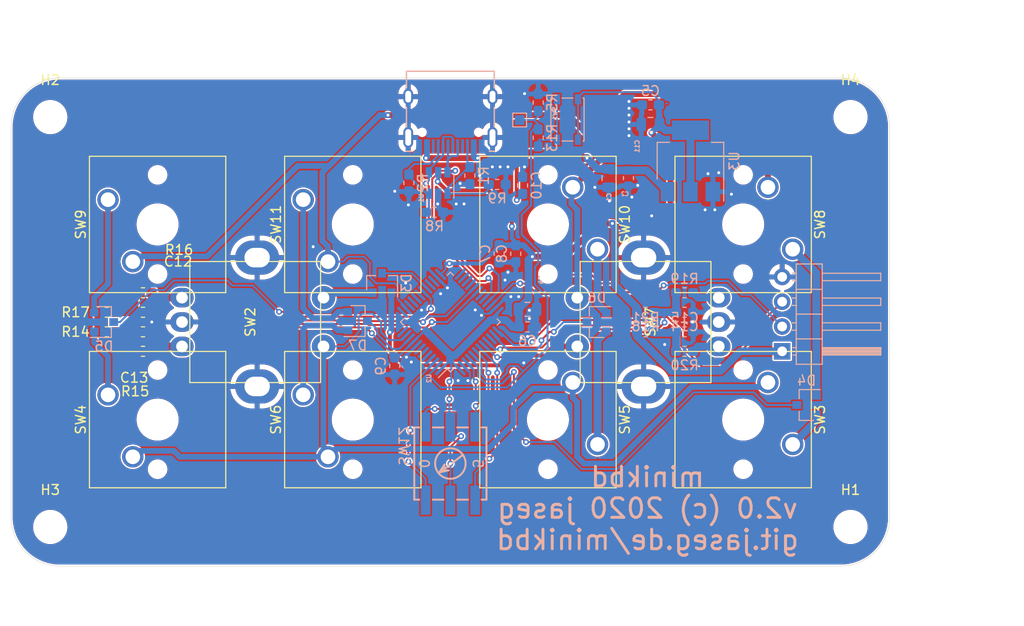
<source format=kicad_pcb>
(kicad_pcb (version 20201002) (generator pcbnew)

  (general
    (thickness 1.6)
  )

  (paper "A4")
  (layers
    (0 "F.Cu" signal)
    (31 "B.Cu" signal)
    (32 "B.Adhes" user "B.Adhesive")
    (33 "F.Adhes" user "F.Adhesive")
    (34 "B.Paste" user)
    (35 "F.Paste" user)
    (36 "B.SilkS" user "B.Silkscreen")
    (37 "F.SilkS" user "F.Silkscreen")
    (38 "B.Mask" user)
    (39 "F.Mask" user)
    (40 "Dwgs.User" user "User.Drawings")
    (41 "Cmts.User" user "User.Comments")
    (42 "Eco1.User" user "User.Eco1")
    (43 "Eco2.User" user "User.Eco2")
    (44 "Edge.Cuts" user)
    (45 "Margin" user)
    (46 "B.CrtYd" user "B.Courtyard")
    (47 "F.CrtYd" user "F.Courtyard")
    (48 "B.Fab" user)
    (49 "F.Fab" user)
  )

  (setup
    (stackup
      (layer "F.SilkS" (type "Top Silk Screen"))
      (layer "F.Paste" (type "Top Solder Paste"))
      (layer "F.Mask" (type "Top Solder Mask") (color "Green") (thickness 0.01))
      (layer "F.Cu" (type "copper") (thickness 0.035))
      (layer "dielectric 1" (type "core") (thickness 1.51) (material "FR4") (epsilon_r 4.5) (loss_tangent 0.02))
      (layer "B.Cu" (type "copper") (thickness 0.035))
      (layer "B.Mask" (type "Bottom Solder Mask") (color "Green") (thickness 0.01))
      (layer "B.Paste" (type "Bottom Solder Paste"))
      (layer "B.SilkS" (type "Bottom Silk Screen"))
      (copper_finish "None")
      (dielectric_constraints no)
    )
    (grid_origin 180.2 68.5)
    (pcbplotparams
      (layerselection 0x00010fc_ffffffff)
      (disableapertmacros false)
      (usegerberextensions true)
      (usegerberattributes false)
      (usegerberadvancedattributes false)
      (creategerberjobfile false)
      (svguseinch false)
      (svgprecision 6)
      (excludeedgelayer false)
      (plotframeref false)
      (viasonmask false)
      (mode 1)
      (useauxorigin false)
      (hpglpennumber 1)
      (hpglpenspeed 20)
      (hpglpendiameter 15.000000)
      (psnegative false)
      (psa4output false)
      (plotreference true)
      (plotvalue true)
      (plotinvisibletext false)
      (sketchpadsonfab false)
      (subtractmaskfromsilk false)
      (outputformat 1)
      (mirror false)
      (drillshape 0)
      (scaleselection 1)
      (outputdirectory "gerber/")
    )
  )


  (net 0 "")
  (net 1 "GND")
  (net 2 "+3V3")
  (net 3 "Net-(J1-PadA8)")
  (net 4 "Net-(J1-PadB8)")
  (net 5 "Net-(U2-Pad7)")
  (net 6 "Net-(U2-Pad6)")
  (net 7 "Net-(U2-Pad5)")
  (net 8 "PC14")
  (net 9 "PC15")
  (net 10 "SWCLK")
  (net 11 "SWDIO")
  (net 12 "CC2")
  (net 13 "CC1")
  (net 14 "INT_N")
  (net 15 "SDA")
  (net 16 "SCL")
  (net 17 "USB_P")
  (net 18 "USB_N")
  (net 19 "VIN")
  (net 20 "Net-(J7-Pad1)")
  (net 21 "Net-(R13-Pad1)")
  (net 22 "PB13")
  (net 23 "PA9")
  (net 24 "PA10")
  (net 25 "PB9")
  (net 26 "PA1")
  (net 27 "PA2")
  (net 28 "PA3")
  (net 29 "PA4")
  (net 30 "PA5")
  (net 31 "PA6")
  (net 32 "PA7")
  (net 33 "PB0")
  (net 34 "PB15")
  (net 35 "PB14")
  (net 36 "PB5")
  (net 37 "PB4")
  (net 38 "PB3")
  (net 39 "PB6")
  (net 40 "PB7")
  (net 41 "PB2")
  (net 42 "PA15")
  (net 43 "PB8")
  (net 44 "PB1")
  (net 45 "PA8")
  (net 46 "PA0")
  (net 47 "Net-(D3-Pad1)")
  (net 48 "Net-(D4-Pad1)")
  (net 49 "Net-(D5-Pad1)")
  (net 50 "Net-(D6-Pad1)")
  (net 51 "Net-(D7-Pad1)")
  (net 52 "Net-(R15-Pad1)")
  (net 53 "Net-(R16-Pad2)")
  (net 54 "Net-(R19-Pad1)")
  (net 55 "Net-(R20-Pad2)")
  (net 56 "Net-(D3-Pad2)")
  (net 57 "Net-(D4-Pad2)")
  (net 58 "Net-(D5-Pad2)")
  (net 59 "Net-(D6-Pad2)")
  (net 60 "Net-(D7-Pad2)")

  (module "Capacitor_SMD:C_0603_1608Metric_Pad1.05x0.95mm_HandSolder" (layer "F.Cu") (tedit 5B301BBE) (tstamp 00000000-0000-0000-0000-00005eaf5b17)
    (at 148.7 69.5)
    (descr "Capacitor SMD 0603 (1608 Metric), square (rectangular) end terminal, IPC_7351 nominal with elongated pad for handsoldering. (Body size source: http://www.tortai-tech.com/upload/download/2011102023233369053.pdf), generated with kicad-footprint-generator")
    (tags "capacitor handsolder")
    (property "Sheet file" "/home/user/toys/minikbd/pcb/OtterPill.kicad_sch")
    (property "Sheet name" "")
    (path "/00000000-0000-0000-0000-00005eb63940")
    (attr smd)
    (fp_text reference "C12" (at 3.6 -7.2) (layer "F.SilkS")
      (effects (font (size 1 1) (thickness 0.15)))
      (tstamp a33311aa-d200-4f4f-aab9-e1cd2b553df1)
    )
    (fp_text value "10n" (at 0 1.43) (layer "F.Fab")
      (effects (font (size 1 1) (thickness 0.15)))
      (tstamp 7a83be9f-4b2b-4682-b192-3f8baa1355b3)
    )
    (fp_text user "${REFERENCE}" (at 0 0) (layer "F.Fab")
      (effects (font (size 0.4 0.4) (thickness 0.06)))
      (tstamp 55946163-e539-423c-a6c4-5cb13664c5b1)
    )
    (fp_line (start -0.171267 0.51) (end 0.171267 0.51) (layer "F.SilkS") (width 0.12) (tstamp 649e803d-4691-425d-bb3f-5b45caadb05c))
    (fp_line (start -0.171267 -0.51) (end 0.171267 -0.51) (layer "F.SilkS") (width 0.12) (tstamp e96bff23-9955-4e5a-9fac-7da6ff2002cf))
    (fp_line (start 1.65 0.73) (end -1.65 0.73) (layer "F.CrtYd") (width 0.05) (tstamp 2a438670-b9ac-4ceb-a8b3-6a8a15e2d467))
    (fp_line (start -1.65 0.73) (end -1.65 -0.73) (layer "F.CrtYd") (width 0.05) (tstamp 49deb2b4-c590-42e8-93f5-277299d72185))
    (fp_line (start 1.65 -0.73) (end 1.65 0.73) (layer "F.CrtYd") (width 0.05) (tstamp 93fb7530-43f6-4603-8142-140662115b01))
    (fp_line (start -1.65 -0.73) (end 1.65 -0.73) (layer "F.CrtYd") (width 0.05) (tstamp eb214d0e-3abd-4e1e-947e-4946f3d1b63f))
    (fp_line (start -0.8 -0.4) (end 0.8 -0.4) (layer "F.Fab") (width 0.1) (tstamp 34452930-dfeb-45d3-9368-2437fcf34418))
    (fp_line (start -0.8 0.4) (end -0.8 -0.4) (layer "F.Fab") (width 0.1) (tstamp 4416fe42-c98d-4a89-990d-a64172ce287e))
    (fp_line (start 0.8 -0.4) (end 0.8 0.4) (layer "F.Fab") (width 0.1) (tstamp ce151991-e333-4ba6-a8da-206e9ca6af79))
    (fp_line (start 0.8 0.4) (end -0.8 0.4) (layer "F.Fab") (width 0.1) (tstamp e2c8f9f4-6a18-4cce-91de-452955a64d33))
    (pad "1" smd roundrect (at -0.875 0) (size 1.05 0.95) (layers "F.Cu" "F.Paste" "F.Mask") (roundrect_rratio 0.25)
      (net 45 "PA8") (tstamp 4c0f2ba4-6fc5-439e-af69-35a1f949bbf9))
    (pad "2" smd roundrect (at 0.875 0) (size 1.05 0.95) (layers "F.Cu" "F.Paste" "F.Mask") (roundrect_rratio 0.25)
      (net 1 "GND") (tstamp 53c4a033-988e-438b-9c59-18f9d9d3935e))
    (model "${KISYS3DMOD}/Capacitor_SMD.3dshapes/C_0603_1608Metric.wrl"
      (offset (xyz 0 0 0))
      (scale (xyz 1 1 1))
      (rotate (xyz 0 0 0))
    )
  )

  (module "Capacitor_SMD:C_0603_1608Metric_Pad1.05x0.95mm_HandSolder" (layer "F.Cu") (tedit 5B301BBE) (tstamp 00000000-0000-0000-0000-00005eaf5b28)
    (at 148.7 67.5 180)
    (descr "Capacitor SMD 0603 (1608 Metric), square (rectangular) end terminal, IPC_7351 nominal with elongated pad for handsoldering. (Body size source: http://www.tortai-tech.com/upload/download/2011102023233369053.pdf), generated with kicad-footprint-generator")
    (tags "capacitor handsolder")
    (property "Sheet file" "/home/user/toys/minikbd/pcb/OtterPill.kicad_sch")
    (property "Sheet name" "")
    (path "/00000000-0000-0000-0000-00005eb636a4")
    (attr smd)
    (fp_text reference "C13" (at 0.9 -6.7) (layer "F.SilkS")
      (effects (font (size 1 1) (thickness 0.15)))
      (tstamp 7e703d11-2708-46d6-86af-1767245290de)
    )
    (fp_text value "10n" (at 0 1.43) (layer "F.Fab")
      (effects (font (size 1 1) (thickness 0.15)))
      (tstamp 6c3aae2a-f660-4292-bffd-aa4f7b8c7b36)
    )
    (fp_text user "${REFERENCE}" (at 0 0) (layer "F.Fab")
      (effects (font (size 0.4 0.4) (thickness 0.06)))
      (tstamp 064ba464-ab7c-47e0-a4d0-51a5a739c3c8)
    )
    (fp_line (start -0.171267 0.51) (end 0.171267 0.51) (layer "F.SilkS") (width 0.12) (tstamp ce8c0097-0fba-48aa-880e-814bc9eefb1b))
    (fp_line (start -0.171267 -0.51) (end 0.171267 -0.51) (layer "F.SilkS") (width 0.12) (tstamp d63e224f-af55-46d3-9994-c8c9af134ab9))
    (fp_line (start 1.65 -0.73) (end 1.65 0.73) (layer "F.CrtYd") (width 0.05) (tstamp 28fa8d3e-09ac-4042-ba9d-a2c5fc98a8d1))
    (fp_line (start -1.65 0.73) (end -1.65 -0.73) (layer "F.CrtYd") (width 0.05) (tstamp 631729a8-27e3-4b65-8f08-3ddb863f66d5))
    (fp_line (start 1.65 0.73) (end -1.65 0.73) (layer "F.CrtYd") (width 0.05) (tstamp 78a5ddd0-f1b2-4fe4-a75f-49b34911f00b))
    (fp_line (start -1.65 -0.73) (end 1.65 -0.73) (layer "F.CrtYd") (width 0.05) (tstamp d363c722-276a-4191-9eb5-3b9ef191633f))
    (fp_line (start -0.8 -0.4) (end 0.8 -0.4) (layer "F.Fab") (width 0.1) (tstamp 53b4511d-fd48-4946-b557-dee730e52e96))
    (fp_line (start -0.8 0.4) (end -0.8 -0.4) (layer "F.Fab") (width 0.1) (tstamp 71b8ba00-f656-411b-be56-f937d1890d5f))
    (fp_line (start 0.8 -0.4) (end 0.8 0.4) (layer "F.Fab") (width 0.1) (tstamp a554f002-3c83-4305-ae15-cc524b8f1de9))
    (fp_line (start 0.8 0.4) (end -0.8 0.4) (layer "F.Fab") (width 0.1) (tstamp ed91e099-1f6e-482b-b70f-7eab0cda85ed))
    (pad "1" smd roundrect (at -0.875 0 180) (size 1.05 0.95) (layers "F.Cu" "F.Paste" "F.Mask") (roundrect_rratio 0.25)
      (net 1 "GND") (tstamp 7d77b5ad-5cbb-4bc7-bdfd-1e4ad49c0351))
    (pad "2" smd roundrect (at 0.875 0 180) (size 1.05 0.95) (layers "F.Cu" "F.Paste" "F.Mask") (roundrect_rratio 0.25)
      (net 23 "PA9") (tstamp dfc1de4f-d1b7-499b-aac1-e1b57c284347))
    (model "${KISYS3DMOD}/Capacitor_SMD.3dshapes/C_0603_1608Metric.wrl"
      (offset (xyz 0 0 0))
      (scale (xyz 1 1 1))
      (rotate (xyz 0 0 0))
    )
  )

  (module "Resistor_SMD:R_0603_1608Metric_Pad1.05x0.95mm_HandSolder" (layer "F.Cu") (tedit 5B301BBD) (tstamp 00000000-0000-0000-0000-00005eaf5de2)
    (at 145 69.5)
    (descr "Resistor SMD 0603 (1608 Metric), square (rectangular) end terminal, IPC_7351 nominal with elongated pad for handsoldering. (Body size source: http://www.tortai-tech.com/upload/download/2011102023233369053.pdf), generated with kicad-footprint-generator")
    (tags "resistor handsolder")
    (property "Sheet file" "/home/user/toys/minikbd/pcb/OtterPill.kicad_sch")
    (property "Sheet name" "")
    (path "/00000000-0000-0000-0000-00005ebc5408")
    (attr smd)
    (fp_text reference "R14" (at -3.2 0) (layer "F.SilkS")
      (effects (font (size 1 1) (thickness 0.15)))
      (tstamp 97f90704-71d9-4296-aa7d-12208ef7926b)
    )
    (fp_text value "10k" (at 0 1.43) (layer "F.Fab")
      (effects (font (size 1 1) (thickness 0.15)))
      (tstamp 2f0b867e-bd12-42ef-a87a-4cf3dff35ad7)
    )
    (fp_text user "${REFERENCE}" (at 0 0) (layer "F.Fab")
      (effects (font (size 0.4 0.4) (thickness 0.06)))
      (tstamp 376645c8-436a-46dc-8f96-63c2a4d4d6bb)
    )
    (fp_line (start -0.171267 -0.51) (end 0.171267 -0.51) (layer "F.SilkS") (width 0.12) (tstamp 56c9a019-5da4-48a5-bb51-989e56d11437))
    (fp_line (start -0.171267 0.51) (end 0.171267 0.51) (layer "F.SilkS") (width 0.12) (tstamp c8d608b4-71df-403f-9352-8ac2c042f7f2))
    (fp_line (start -1.65 0.73) (end -1.65 -0.73) (layer "F.CrtYd") (width 0.05) (tstamp 37b5165d-0b3e-46af-abf7-40140bad9065))
    (fp_line (start -1.65 -0.73) (end 1.65 -0.73) (layer "F.CrtYd") (width 0.05) (tstamp c462b16a-1a5a-42a0-bc6b-d9eaab56658e))
    (fp_line (start 1.65 -0.73) (end 1.65 0.73) (layer "F.CrtYd") (width 0.05) (tstamp cc4a5ae4-6b07-4a05-80a2-e053a58a2e90))
    (fp_line (start 1.65 0.73) (end -1.65 0.73) (layer "F.CrtYd") (width 0.05) (tstamp e63f85ad-f781-4f59-88cb-1f55a01230f7))
    (fp_line (start 0.8 -0.4) (end 0.8 0.4) (layer "F.Fab") (width 0.1) (tstamp 652cc742-6e45-462c-b503-7d4f998bc62f))
    (fp_line (start 0.8 0.4) (end -0.8 0.4) (layer "F.Fab") (width 0.1) (tstamp 67adbfbb-128b-4898-9d62-2e01fa16c793))
    (fp_line (start -0.8 0.4) (end -0.8 -0.4) (layer "F.Fab") (width 0.1) (tstamp aa1efbfe-e8d1-42cb-9e3d-11b5365175cb))
    (fp_line (start -0.8 -0.4) (end 0.8 -0.4) (layer "F.Fab") (width 0.1) (tstamp f96f5284-69cc-4eba-b5b5-525f42396b9c))
    (pad "1" smd roundrect (at -0.875 0) (size 1.05 0.95) (layers "F.Cu" "F.Paste" "F.Mask") (roundrect_rratio 0.25)
      (net 2 "+3V3") (tstamp a78796f1-343d-458d-a006-1b2ea69426eb))
    (pad "2" smd roundrect (at 0.875 0) (size 1.05 0.95) (layers "F.Cu" "F.Paste" "F.Mask") (roundrect_rratio 0.25)
      (net 45 "PA8") (tstamp b9abf94b-63b5-433e-bb25-d8c59002192c))
    (model "${KISYS3DMOD}/Resistor_SMD.3dshapes/R_0603_1608Metric.wrl"
      (offset (xyz 0 0 0))
      (scale (xyz 1 1 1))
      (rotate (xyz 0 0 0))
    )
  )

  (module "Resistor_SMD:R_0603_1608Metric_Pad1.05x0.95mm_HandSolder" (layer "F.Cu") (tedit 5B301BBD) (tstamp 00000000-0000-0000-0000-00005eaf5df3)
    (at 148.7 71.5 180)
    (descr "Resistor SMD 0603 (1608 Metric), square (rectangular) end terminal, IPC_7351 nominal with elongated pad for handsoldering. (Body size source: http://www.tortai-tech.com/upload/download/2011102023233369053.pdf), generated with kicad-footprint-generator")
    (tags "resistor handsolder")
    (property "Sheet file" "/home/user/toys/minikbd/pcb/OtterPill.kicad_sch")
    (property "Sheet name" "")
    (path "/00000000-0000-0000-0000-00005eb90930")
    (attr smd)
    (fp_text reference "R15" (at 0.8 -4.1) (layer "F.SilkS")
      (effects (font (size 1 1) (thickness 0.15)))
      (tstamp fbdd903c-4cac-4ad4-8e74-bcb5c9957fde)
    )
    (fp_text value "10k" (at 0 1.43) (layer "F.Fab")
      (effects (font (size 1 1) (thickness 0.15)))
      (tstamp d9a45b64-d2f9-4848-879b-3500c8e57b54)
    )
    (fp_text user "${REFERENCE}" (at 0 0) (layer "F.Fab")
      (effects (font (size 0.4 0.4) (thickness 0.06)))
      (tstamp babea3ae-563c-4cdd-b94b-632a7eb78d41)
    )
    (fp_line (start -0.171267 0.51) (end 0.171267 0.51) (layer "F.SilkS") (width 0.12) (tstamp 2fe80fe1-f2ae-47f8-9d41-d5ba8b84ade3))
    (fp_line (start -0.171267 -0.51) (end 0.171267 -0.51) (layer "F.SilkS") (width 0.12) (tstamp 7f6b1244-4164-439c-bd12-cac4c5b90109))
    (fp_line (start -1.65 -0.73) (end 1.65 -0.73) (layer "F.CrtYd") (width 0.05) (tstamp 266f8093-8640-4334-aada-3a6b9b28bb09))
    (fp_line (start -1.65 0.73) (end -1.65 -0.73) (layer "F.CrtYd") (width 0.05) (tstamp 8c1c5b10-7221-4423-a1c6-1c01834ef60e))
    (fp_line (start 1.65 -0.73) (end 1.65 0.73) (layer "F.CrtYd") (width 0.05) (tstamp aa042abb-3072-4b0c-ae74-7ab718108bdf))
    (fp_line (start 1.65 0.73) (end -1.65 0.73) (layer "F.CrtYd") (width 0.05) (tstamp f1fc41e8-8f34-4151-9454-b4d2fc0cda1f))
    (fp_line (start 0.8 -0.4) (end 0.8 0.4) (layer "F.Fab") (width 0.1) (tstamp 0aa5ffd3-47cf-436c-933b-c21003400aba))
    (fp_line (start 0.8 0.4) (end -0.8 0.4) (layer "F.Fab") (width 0.1) (tstamp 1be100a4-76b1-43bc-90f3-9631e40c8c95))
    (fp_line (start -0.8 -0.4) (end 0.8 -0.4) (layer "F.Fab") (width 0.1) (tstamp 5c68d4d0-df25-4df6-b6e1-6e4af7717f91))
    (fp_line (start -0.8 0.4) (end -0.8 -0.4) (layer "F.Fab") (width 0.1) (tstamp e8137e6f-1488-4b5e-b101-e72010400f8d))
    (pad "1" smd roundrect (at -0.875 0 180) (size 1.05 0.95) (layers "F.Cu" "F.Paste" "F.Mask") (roundrect_rratio 0.25)
      (net 52 "Net-(R15-Pad1)") (tstamp 44a671dd-e932-4b46-8066-9c3e434316c9))
    (pad "2" smd roundrect (at 0.875 0 180) (size 1.05 0.95) (layers "F.Cu" "F.Paste" "F.Mask") (roundrect_rratio 0.25)
      (net 45 "PA8") (tstamp 6777ef4a-30b7-44ac-a6fc-daef296b763d))
    (model "${KISYS3DMOD}/Resistor_SMD.3dshapes/R_0603_1608Metric.wrl"
      (offset (xyz 0 0 0))
      (scale (xyz 1 1 1))
      (rotate (xyz 0 0 0))
    )
  )

  (module "Resistor_SMD:R_0603_1608Metric_Pad1.05x0.95mm_HandSolder" (layer "F.Cu") (tedit 5B301BBD) (tstamp 00000000-0000-0000-0000-00005eaf5e04)
    (at 148.7 65.5)
    (descr "Resistor SMD 0603 (1608 Metric), square (rectangular) end terminal, IPC_7351 nominal with elongated pad for handsoldering. (Body size source: http://www.tortai-tech.com/upload/download/2011102023233369053.pdf), generated with kicad-footprint-generator")
    (tags "resistor handsolder")
    (property "Sheet file" "/home/user/toys/minikbd/pcb/OtterPill.kicad_sch")
    (property "Sheet name" "")
    (path "/00000000-0000-0000-0000-00005eb902b4")
    (attr smd)
    (fp_text reference "R16" (at 3.7 -4.4) (layer "F.SilkS")
      (effects (font (size 1 1) (thickness 0.15)))
      (tstamp 5a7c15d3-42fb-41cf-ba8f-fbd9677bfe4c)
    )
    (fp_text value "10k" (at 0 1.43) (layer "F.Fab")
      (effects (font (size 1 1) (thickness 0.15)))
      (tstamp b8dfb6b0-e236-4cb6-8573-ce22e8a1c619)
    )
    (fp_text user "${REFERENCE}" (at 0 0) (layer "F.Fab")
      (effects (font (size 0.4 0.4) (thickness 0.06)))
      (tstamp 40a12d2e-ee6a-455c-847a-448c6e41e49e)
    )
    (fp_line (start -0.171267 0.51) (end 0.171267 0.51) (layer "F.SilkS") (width 0.12) (tstamp 2b555518-69f8-4e86-858f-edc383b8e50c))
    (fp_line (start -0.171267 -0.51) (end 0.171267 -0.51) (layer "F.SilkS") (width 0.12) (tstamp e159545e-98f8-4438-ac80-a32aaa33755e))
    (fp_line (start -1.65 0.73) (end -1.65 -0.73) (layer "F.CrtYd") (width 0.05) (tstamp 5a1efd7e-ed83-49a9-a446-1a51def827ab))
    (fp_line (start 1.65 0.73) (end -1.65 0.73) (layer "F.CrtYd") (width 0.05) (tstamp 65848345-8855-4aff-956e-87b1bd5c349d))
    (fp_line (start -1.65 -0.73) (end 1.65 -0.73) (layer "F.CrtYd") (width 0.05) (tstamp dc59e8bb-8438-43d3-a13c-0207f8806b26))
    (fp_line (start 1.65 -0.73) (end 1.65 0.73) (layer "F.CrtYd") (width 0.05) (tstamp e0a1dda3-4cc6-496e-a140-b965f2a86784))
    (fp_line (start 0.8 0.4) (end -0.8 0.4) (layer "F.Fab") (width 0.1) (tstamp 6ef420a6-1251-4615-88a6-e26c9a8f77e2))
    (fp_line (start 0.8 -0.4) (end 0.8 0.4) (layer "F.Fab") (width 0.1) (tstamp b26ee9c1-2900-405a-af2f-2933158fad92))
    (fp_line (start -0.8 -0.4) (end 0.8 -0.4) (layer "F.Fab") (width 0.1) (tstamp bd562a7d-7d12-4eea-8c7f-928f4c480ad7))
    (fp_line (start -0.8 0.4) (end -0.8 -0.4) (layer "F.Fab") (width 0.1) (tstamp f47351b1-bd47-4d70-ad28-6a605d2e2af2))
    (pad "1" smd roundrect (at -0.875 0) (size 1.05 0.95) (layers "F.Cu" "F.Paste" "F.Mask") (roundrect_rratio 0.25)
      (net 23 "PA9") (tstamp d09e8f21-89e7-4078-84f8-e7f2bb101090))
    (pad "2" smd roundrect (at 0.875 0) (size 1.05 0.95) (layers "F.Cu" "F.Paste" "F.Mask") (roundrect_rratio 0.25)
      (net 53 "Net-(R16-Pad2)") (tstamp f3ad8beb-fc5e-4ea3-8a63-78e23105b03c))
    (model "${KISYS3DMOD}/Resistor_SMD.3dshapes/R_0603_1608Metric.wrl"
      (offset (xyz 0 0 0))
      (scale (xyz 1 1 1))
      (rotate (xyz 0 0 0))
    )
  )

  (module "Resistor_SMD:R_0603_1608Metric_Pad1.05x0.95mm_HandSolder" (layer "F.Cu") (tedit 5B301BBD) (tstamp 00000000-0000-0000-0000-00005eaf5e15)
    (at 145 67.5 180)
    (descr "Resistor SMD 0603 (1608 Metric), square (rectangular) end terminal, IPC_7351 nominal with elongated pad for handsoldering. (Body size source: http://www.tortai-tech.com/upload/download/2011102023233369053.pdf), generated with kicad-footprint-generator")
    (tags "resistor handsolder")
    (property "Sheet file" "/home/user/toys/minikbd/pcb/OtterPill.kicad_sch")
    (property "Sheet name" "")
    (path "/00000000-0000-0000-0000-00005ebc58c6")
    (attr smd)
    (fp_text reference "R17" (at 3.2 0) (layer "F.SilkS")
      (effects (font (size 1 1) (thickness 0.15)))
      (tstamp bffba6b8-2b2c-4b41-906c-13661a201639)
    )
    (fp_text value "10k" (at 0 1.43) (layer "F.Fab")
      (effects (font (size 1 1) (thickness 0.15)))
      (tstamp b7ad22f0-101f-4d02-a057-9c938ec4f3da)
    )
    (fp_text user "${REFERENCE}" (at 0 0) (layer "F.Fab")
      (effects (font (size 0.4 0.4) (thickness 0.06)))
      (tstamp ebfb3a2e-cfa3-41cc-9170-f55023445760)
    )
    (fp_line (start -0.171267 -0.51) (end 0.171267 -0.51) (layer "F.SilkS") (width 0.12) (tstamp 0f540cf7-537c-44d2-91b7-661dcb98c8fd))
    (fp_line (start -0.171267 0.51) (end 0.171267 0.51) (layer "F.SilkS") (width 0.12) (tstamp 9da2d7c5-8fec-40e4-980a-3f582ba0e6ee))
    (fp_line (start 1.65 -0.73) (end 1.65 0.73) (layer "F.CrtYd") (width 0.05) (tstamp a6325cf2-02be-4c8a-a1cf-d27b62e18f45))
    (fp_line (start -1.65 -0.73) (end 1.65 -0.73) (layer "F.CrtYd") (width 0.05) (tstamp b6e69dbc-b2d2-4ab0-afa8-43ccba8d07ae))
    (fp_line (start 1.65 0.73) (end -1.65 0.73) (layer "F.CrtYd") (width 0.05) (tstamp c57797c2-eb5f-45b3-9bb5-d2e5d2936f6c))
    (fp_line (start -1.65 0.73) (end -1.65 -0.73) (layer "F.CrtYd") (width 0.05) (tstamp c717defb-221a-4e34-9e0c-c5f3ff7467bd))
    (fp_line (start 0.8 0.4) (end -0.8 0.4) (layer "F.Fab") (width 0.1) (tstamp 0d901d47-8d1d-497c-8a6e-d8db68a086d7))
    (fp_line (start -0.8 -0.4) (end 0.8 -0.4) (layer "F.Fab") (width 0.1) (tstamp 560b3a92-929a-4c39-9b07-74872ade03a0))
    (fp_line (start -0.8 0.4) (end -0.8 -0.4) (layer "F.Fab") (width 0.1) (tstamp bfb1ad5a-e6f7-4416-827f-83058396aa00))
    (fp_line (start 0.8 -0.4) (end 0.8 0.4) (layer "F.Fab") (width 0.1) (tstamp d4d3c37e-91d2-456b-a603-f19899f1f460))
    (pad "1" smd roundrect (at -0.875 0 180) (size 1.05 0.95) (layers "F.Cu" "F.Paste" "F.Mask") (roundrect_rratio 0.25)
      (net 23 "PA9") (tstamp 11a6b5af-6f2a-4bcd-836a-ccd831597884))
    (pad "2" smd roundrect (at 0.875 0 180) (size 1.05 0.95) (layers "F.Cu" "F.Paste" "F.Mask") (roundrect_rratio 0.25)
      (net 2 "+3V3") (tstamp 4f96e02a-3dbd-42df-a0d4-4afe413f4eae))
    (model "${KISYS3DMOD}/Resistor_SMD.3dshapes/R_0603_1608Metric.wrl"
      (offset (xyz 0 0 0))
      (scale (xyz 1 1 1))
      (rotate (xyz 0 0 0))
    )
  )

  (module "footprints:Bourns_PEC12R_4xxxF-Sxxxx_horizontal_sw" (layer "F.Cu") (tedit 5EAEEB02) (tstamp 00000000-0000-0000-0000-00005eaf5eb5)
    (at 160.2 68.5 -90)
    (property "Sheet file" "/home/user/toys/minikbd/pcb/OtterPill.kicad_sch")
    (property "Sheet name" "")
    (path "/00000000-0000-0000-0000-00005eaee6dd")
    (attr through_hole)
    (fp_text reference "SW2" (at 0 0.5 90) (layer "F.SilkS")
      (effects (font (size 1 1) (thickness 0.15)))
      (tstamp 2dcd1a57-9ce0-4039-9f5d-96cdb34687c5)
    )
    (fp_text value " BOURNS PEC12R-4230F-S0024 " (at 0 -0.5 90) (layer "F.Fab")
      (effects (font (size 1 1) (thickness 0.15)))
      (tstamp 4f271bab-6b0e-4ea3-83ee-2afcc89b018b)
    )
    (fp_line (start -6.2 -6.7) (end 6.2 -6.7) (layer "F.SilkS") (width 0.12) (tstamp 3a73e402-0eec-46fa-a1fe-8ec1affa91e8))
    (fp_line (start 6.2 6.7) (end -6.2 6.7) (layer "F.SilkS") (width 0.12) (tstamp 456a972f-ed09-409a-9561-058855b9e0e3))
    (fp_line (start -6.2 6.7) (end -6.2 -6.7) (layer "F.SilkS") (width 0.12) (tstamp 6ec5c548-ab7e-4fdd-8f89-5b5aff618a00))
    (fp_line (start 6.2 -6.7) (end 6.2 6.7) (layer "F.SilkS") (width 0.12) (tstamp 96f9f256-6af3-45b6-84f7-b6f89c766641))
    (fp_line (start 8.5 -2.5) (end 8.5 2) (layer "F.CrtYd") (width 0.12) (tstamp 0586100a-0c5d-4ddb-8013-150985b81363))
    (fp_line (start 4.5 -7) (end 6.5 -7) (layer "F.CrtYd") (width 0.12) (tstamp 086de27e-0443-4872-b1d9-b44acfbe4db2))
    (fp_line (start -6.5 2) (end -8.5 2) (layer "F.CrtYd") (width 0.12) (tstamp 08865ce5-f492-4554-bf3b-603913462a4c))
    (fp_line (start -4.5 -7) (end -4.5 -8.5) (layer "F.CrtYd") (width 0.12) (tstamp 0a689f6a-e375-49a5-9a00-ea5748834744))
    (fp_line (start 8.5 2) (end 6.5 2) (layer "F.CrtYd") (width 0.12) (tstamp 0e4d3bd1-62e2-4927-bfb0-f4c6df8af287))
    (fp_line (start 4.5 -8.5) (end 4.5 -7) (layer "F.CrtYd") (width 0.12) (tstamp 4eeff95c-c9ae-49a3-b9ef-e26854676e41))
    (fp_line (start -6.5 7) (end -6.5 2) (layer "F.CrtYd") (width 0.12) (tstamp 4f081e7a-b82c-40fd-99cd-75635a1c7a2b))
    (fp_line (start 4 -8.5) (end 4.5 -8.5) (layer "F.CrtYd") (width 0.12) (tstamp 5a1465c1-2ca9-4f82-9130-d1ebc01be79d))
    (fp_line (start 6.5 2) (end 6.5 7) (layer "F.CrtYd") (width 0.12) (tstamp 5dd738f8-4e92-438a-9a90-fb7c90feff66))
    (fp_line (start -8.5 2) (end -8.5 -2.5) (layer "F.CrtYd") (width 0.12) (tstamp 5ea9d76b-4d44-4ff5-9de2-2ad384119364))
    (fp_line (start -6.5 -7) (end -4.5 -7) (layer "F.CrtYd") (width 0.12) (tstamp 5efee7b8-9b00-4612-96d7-dedac0296f36))
    (fp_line (start -4.5 -8.5) (end 4 -8.5) (layer "F.CrtYd") (width 0.12) (tstamp 67e345e8-f1f4-476d-befd-5e7592c9ebdf))
    (fp_line (start -4 7) (end -6.5 7) (layer "F.CrtYd") (width 0.12) (tstamp 74e91e30-85bb-424e-892d-2129683c4fc2))
    (fp_line (start 4.5 9) (end -4 9) (layer "F.CrtYd") (width 0.12) (tstamp 8b85a3cc-d5a3-4486-be31-ab3ab1406149))
    (fp_line (start -4 9) (end -4 7) (layer "F.CrtYd") (width 0.12) (tstamp b608b7d5-1b4b-42f8-b647-f7980848713a))
    (fp_line (start 6.5 -7) (end 6.5 -2.5) (layer "F.CrtYd") (width 0.12) (tstamp b9a965c0-15fc-4135-ac9b-3fa1e81d5f0c))
    (fp_line (start 4.5 7) (end 4.5 9) (layer "F.CrtYd") (width 0.12) (tstamp c01b48cc-29d1-4faa-890f-e4e09cb8a878))
    (fp_line (start 6.5 7) (end 4.5 7) (layer "F.CrtYd") (width 0.12) (tstamp cfd788d1-8930-4e40-a459-5bd2d3027765))
    (fp_line (start -6.5 -2.5) (end -6.5 -7) (layer "F.CrtYd") (width 0.12) (tstamp da632740-733d-488d-95e5-26d3e3d44cc4))
    (fp_line (start 6.5 -2.5) (end 8.5 -2.5) (layer "F.CrtYd") (width 0.12) (tstamp f29a810e-e771-4d59-ac2c-0dcae5510ec3))
    (fp_line (start -8.5 -2.5) (end -6.5 -2.5) (layer "F.CrtYd") (width 0.12) (tstamp ffb501a3-ca2e-4802-9b78-ae6ec2ef936a))
    (pad "1" thru_hole oval (at -2.5 7.5 270) (size 2 2.4) (drill 1.2) (layers *.Cu *.Mask)
      (net 53 "Net-(R16-Pad2)") (pinfunction "A") (tstamp ae574770-8c63-488d-ae1d-8967652599a4))
    (pad "2" thru_hole oval (at 0 7.5 270) (size 2 2.4) (drill 1.2) (layers *.Cu *.Mask)
      (net 1 "GND") (pinfunction "C") (tstamp dc58ccfb-de39-4b3b-a221-c0b55d6c3db0))
    (pad "3" thru_hole oval (at 2.5 7.5 270) (size 2 2.4) (drill 1.2) (layers *.Cu *.Mask)
      (net 52 "Net-(R15-Pad1)") (pinfunction "B") (tstamp d081e504-1767-4a15-859d-5449b34ee72f))
    (pad "4" thru_hole circle (at -2.5 -7 270) (size 2.4 2.4) (drill 1.2) (layers *.Cu *.Mask)
      (net 56 "Net-(D3-Pad2)") (pinfunction "S1") (tstamp da1203b0-bb3e-4ad4-9529-76b9daf98ce0))
    (pad "5" thru_hole circle (at 2.5 -7 270) (size 2.4 2.4) (drill 1.2) (layers *.Cu *.Mask)
      (net 26 "PA1") (pinfunction "S2") (tstamp a3f1af33-81bf-408f-aa6f-2c58a9ad3272))
    (pad "6" thru_hole oval (at 6.6 -0.2 270) (size 3.5 4.5) (drill oval 2 2.6) (layers *.Cu *.Mask)
      (net 1 "GND") (pinfunction "case") (tstamp 2d6db3fa-e306-46f2-85fb-b89f2fb0b68a))
    (pad "7" thru_hole oval (at -6.6 -0.2 270) (size 3.5 4.5) (drill oval 2 2.6) (layers *.Cu *.Mask)
      (net 1 "GND") (pinfunction "case") (tstamp 7edab823-08e9-4115-b993-3015f1f84b31))
  )

  (module "Button_Switch_Keyboard:SW_Cherry_MX_1.00u_PCB" (layer "F.Cu") (tedit 5A02FE24) (tstamp 00000000-0000-0000-0000-00005eaf5ee9)
    (at 145.12 75.96 90)
    (descr "Cherry MX keyswitch, 1.00u, PCB mount, http://cherryamericas.com/wp-content/uploads/2014/12/mx_cat.pdf")
    (tags "Cherry MX keyswitch 1.00u PCB")
    (property "Sheet file" "/home/user/toys/minikbd/pcb/OtterPill.kicad_sch")
    (property "Sheet name" "")
    (path "/00000000-0000-0000-0000-00005eb07bbf")
    (attr through_hole)
    (fp_text reference "SW4" (at -2.54 -2.794 90) (layer "F.SilkS")
      (effects (font (size 1 1) (thickness 0.15)))
      (tstamp a23c936e-b641-47ba-9294-0c1c59459957)
    )
    (fp_text value "SW_Push" (at -2.54 12.954 90) (layer "F.Fab")
      (effects (font (size 1 1) (thickness 0.15)))
      (tstamp 1f441133-5967-40f6-9ca3-3f2f55eef5ef)
    )
    (fp_text user "${REFERENCE}" (at -2.54 -2.794 90) (layer "F.Fab")
      (effects (font (size 1 1) (thickness 0.15)))
      (tstamp 8e7a2411-1090-429c-874a-89e5aa135ecf)
    )
    (fp_line (start 4.445 -1.905) (end 4.445 12.065) (layer "F.SilkS") (width 0.12) (tstamp 17a08f35-c55f-404c-8a23-9dc9bd3c3d9f))
    (fp_line (start -9.525 12.065) (end -9.525 -1.905) (layer "F.SilkS") (width 0.12) (tstamp 264b69d9-3685-4ef1-ba1e-525c8a6be66d))
    (fp_line (start -9.525 -1.905) (end 4.445 -1.905) (layer "F.SilkS") (width 0.12) (tstamp 698bdece-9e05-47fb-988e-3ac4cd11eba0))
    (fp_line (start 4.445 12.065) (end -9.525 12.065) (layer "F.SilkS") (width 0.12) (tstamp bb16fd7f-f532-41f6-96df-6ad5062739a4))
    (fp_line (start 6.985 -4.445) (end 6.985 14.605) (layer "Dwgs.User") (width 0.15) (tstamp 1db6621b-2e69-4c8e-8cf5-3e4a211ac72c))
    (fp_line (start -12.065 -4.445) (end 6.985 -4.445) (layer "Dwgs.User") (width 0.15) (tstamp 6b622e46-7016-41c6-9896-9b9bc487eaa6))
    (fp_line (start -12.065 14.605) (end -12.065 -4.445) (layer "Dwgs.User") (width 0.15) (tstamp d4a742d0-e3a8-41f2-91b0-9030f3993280))
    (fp_line (start 6.985 14.605) (end -12.065 14.605) (layer "Dwgs.User") (width 0.15) (tstamp dc50152c-2aee-4cef-8093-a5f9564aaacd))
    (fp_line (start -9.14 11.68) (end -9.14 -1.52) (layer "F.CrtYd") (width 0.05) (tstamp 603e59d1-f66f-41fa-8167-b0c8af0a0076))
    (fp_line (start 4.06 -1.52) (end 4.06 11.68) (layer "F.CrtYd") (width 0.05) (tstamp 89ce71a3-863c-4fcb-80b0-07a856bf67dc))
    (fp_line (start -9.14 -1.52) (end 4.06 -1.52) (layer "F.CrtYd") (width 0.05) (tstamp b0166c3c-f414-43fd-9efc-7eaf4ca4cef7))
    (fp_line (start 4.06 11.68) (end -9.14 11.68) (layer "F.CrtYd") (width 0.05) (tstamp d9905c69-d38c-49f9-a54c-894fa96b2990))
    (fp_line (start -8.89 11.43) (end -8.89 -1.27) (layer "F.Fab") (width 0.1) (tstamp 0a03fefc-56f8-491b-9c13-005a9f742266))
    (fp_line (start -8.89 -1.27) (end 3.81 -1.27) (layer "F.Fab") (width 0.1) (tstamp 0f7a3d4e-6ceb-4469-8d50-1dbb159a2660))
    (fp_line (start 3.81 11.43) (end -8.89 11.43) (layer "F.Fab") (width 0.1) (tstamp 394e52db-be2a-4e87-9f62-c1ea9bbcc073))
    (fp_line (start 3.81 -1.27) (end 3.81 11.43) (layer "F.Fab") (width 0.1) (tstamp 57159fe7-557c-47f2-be06-99d1576dab52))
    (pad "" np_thru_hole circle (at -2.54 5.08 90) (size 4 4) (drill 4) (layers *.Cu *.Mask) (tstamp 1d326c33-a04d-44eb-95a2-f7595fe0b552))
    (pad "" np_thru_hole circle (at 2.54 5.08 90) (size 1.7 1.7) (drill 1.7) (layers *.Cu *.Mask) (tstamp c020b7cb-387e-4376-9ac8-c8154c38fcaa))
    (pad "" np_thru_hole circle (at -7.62 5.08 90) (size 1.7 1.7) (drill 1.7) (layers *.Cu *.Mask) (tstamp fb7b323e-33da-4b3e-bd93-0b3a052f84a2))
    (pad "1" thru_hole circle (at 0 0 90) (size 2.2 2.2) (drill 1.5) (layers *.Cu *.Mask)
      (net 49 "Net-(D5-Pad1)") (pinfunction "1") (tstamp 9b2fce7c-bda9-4bea-b03c-7af8081a8b85))
    (pad "2" thru_hole circle (at -6.35 2.54 90) (size 2.2 2.2) (drill 1.5) (layers *.Cu *.Mask)
      (net 26 "PA1") (pinfunction "2") (tstamp 25d59333-4916-4da1-87bc-c9899602df76))
    (model "${KISYS3DMOD}/Button_Switch_Keyboard.3dshapes/SW_Cherry_MX_1.00u_PCB.wrl"
      (offset (xyz 0 0 0))
      (scale (xyz 1 1 1))
      (rotate (xyz 0 0 0))
    )
  )

  (module "footprints:Bourns_PEC12R_4xxxF-Sxxxx_horizontal_sw" (layer "F.Cu") (tedit 5EAEEB02) (tstamp 00000000-0000-0000-0000-00005eaf5f41)
    (at 200.2 68.5 90)
    (property "Sheet file" "/home/user/toys/minikbd/pcb/OtterPill.kicad_sch")
    (property "Sheet name" "")
    (path "/00000000-0000-0000-0000-00005eafecbb")
    (attr through_hole)
    (fp_text reference "SW7" (at 0 0.5 90) (layer "F.SilkS")
      (effects (font (size 1 1) (thickness 0.15)))
      (tstamp 9a695fc1-88cd-49b4-a446-5bab02392f7a)
    )
    (fp_text value " BOURNS PEC12R-4230F-S0024 " (at 0 -0.5 90) (layer "F.Fab")
      (effects (font (size 1 1) (thickness 0.15)))
      (tstamp 7c258a43-9326-4ab7-a888-e6792bcdf1c5)
    )
    (fp_line (start -6.2 6.7) (end -6.2 -6.7) (layer "F.SilkS") (width 0.12) (tstamp 0f2fb72c-bf92-4828-bf51-3bffba562bf2))
    (fp_line (start 6.2 6.7) (end -6.2 6.7) (layer "F.SilkS") (width 0.12) (tstamp 47a2fc49-c701-4fc6-a4a9-e6e5b0191bbc))
    (fp_line (start 6.2 -6.7) (end 6.2 6.7) (layer "F.SilkS") (width 0.12) (tstamp 77c648d8-60eb-4b37-8668-06cf263f58a6))
    (fp_line (start -6.2 -6.7) (end 6.2 -6.7) (layer "F.SilkS") (width 0.12) (tstamp 81e72e90-d473-4d1f-b601-1d010ae829ad))
    (fp_line (start -6.5 -7) (end -4.5 -7) (layer "F.CrtYd") (width 0.12) (tstamp 09efe37f-8c61-4406-a346-b5ece27dc632))
    (fp_line (start 4.5 -7) (end 6.5 -7) (layer "F.CrtYd") (width 0.12) (tstamp 138f0592-dd3b-4f65-b59d-f650f76e1b82))
    (fp_line (start 8.5 -2.5) (end 8.5 2) (layer "F.CrtYd") (width 0.12) (tstamp 20325ae1-ba27-4c1f-9132-983ea3b42b27))
    (fp_line (start 8.5 2) (end 6.5 2) (layer "F.CrtYd") (width 0.12) (tstamp 2ea04d89-85cc-4c7f-b023-17978607c6b0))
    (fp_line (start 4.5 -8.5) (end 4.5 -7) (layer "F.CrtYd") (width 0.12) (tstamp 39c5a91b-89f5-4333-83bd-592e71d0509a))
    (fp_line (start 6.5 2) (end 6.5 7) (layer "F.CrtYd") (width 0.12) (tstamp 3fb991bc-d8a5-403f-b802-ab65d6bb52c3))
    (fp_line (start -6.5 7) (end -6.5 2) (layer "F.CrtYd") (width 0.12) (tstamp 406c5154-daf1-4f85-98be-9fc4ce7c4877))
    (fp_line (start -8.5 -2.5) (end -6.5 -2.5) (layer "F.CrtYd") (width 0.12) (tstamp 4354ec2b-d895-4bf9-a481-29a40c538b8c))
    (fp_line (start -8.5 2) (end -8.5 -2.5) (layer "F.CrtYd") (width 0.12) (tstamp 4fefaca5-b655-4d61-93ce-e1e52681ff69))
    (fp_line (start 6.5 -7) (end 6.5 -2.5) (layer "F.CrtYd") (width 0.12) (tstamp 76496977-1a3b-4f87-8293-10af12f26307))
    (fp_line (start 4.5 7) (end 4.5 9) (layer "F.CrtYd") (width 0.12) (tstamp 7b7b1fd2-1aef-41a1-a403-95076d0a47e3))
    (fp_line (start 4 -8.5) (end 4.5 -8.5) (layer "F.CrtYd") (width 0.12) (tstamp 8086165a-09a7-4009-a76b-390efff501e3))
    (fp_line (start 6.5 -2.5) (end 8.5 -2.5) (layer "F.CrtYd") (width 0.12) (tstamp 8499796e-7705-4fb4-a436-9be1d06aa878))
    (fp_line (start -4.5 -7) (end -4.5 -8.5) (layer "F.CrtYd") (width 0.12) (tstamp 9ae5770f-76f6-4ab9-bc5e-a899d8b0683f))
    (fp_line (start 6.5 7) (end 4.5 7) (layer "F.CrtYd") (width 0.12) (tstamp ab54bbc0-3faf-4835-99bb-4b9ef9ce3321))
    (fp_line (start -4 7) (end -6.5 7) (layer "F.CrtYd") (width 0.12) (tstamp c1adfeec-5857-4dcc-972e-1d9f4643b114))
    (fp_line (start -4.5 -8.5) (end 4 -8.5) (layer "F.CrtYd") (width 0.12) (tstamp c36219d2-f6ce-429b-8dd1-7ec000c89a1d))
    (fp_line (start -4 9) (end -4 7) (layer "F.CrtYd") (width 0.12) (tstamp c3a36485-d6a8-4fa9-917e-5b21f2474e07))
    (fp_line (start 4.5 9) (end -4 9) (layer "F.CrtYd") (width 0.12) (tstamp c3cb002f-f91b-40fe-882a-7131654aeeb6))
    (fp_line (start -6.5 -2.5) (end -6.5 -7) (layer "F.CrtYd") (width 0.12) (tstamp cd068257-deda-451e-b1c2-02eb7cef58bf))
    (fp_line (start -6.5 2) (end -8.5 2) (layer "F.CrtYd") (width 0.12) (tstamp db24e26d-366b-4dec-a326-4c53d6e0a88c))
    (pad "1" thru_hole oval (at -2.5 7.5 90) (size 2 2.4) (drill 1.2) (layers *.Cu *.Mask)
      (net 55 "Net-(R20-Pad2)") (pinfunction "A") (tstamp f865f496-0bf6-4235-bd80-c329fad7336b))
    (pad "2" thru_hole oval (at 0 7.5 90) (size 2 2.4) (drill 1.2) (layers *.Cu *.Mask)
      (net 1 "GND") (pinfunction "C") (tstamp 2ebae13d-c462-419d-8789-fa3ec6252211))
    (pad "3" thru_hole oval (at 2.5 7.5 90) (size 2 2.4) (drill 1.2) (layers *.Cu *.Mask)
      (net 54 "Net-(R19-Pad1)") (pinfunction "B") (tstamp 92dabce1-695f-430e-8e7b-70ccc88a20e6))
    (pad "4" thru_hole circle (at -2.5 -7 90) (size 2.4 2.4) (drill 1.2) (layers *.Cu *.Mask)
      (net 47 "Net-(D3-Pad1)") (pinfunction "S1") (tstamp 7baa5003-3010-49a2-bb37-c10a68f08a6a))
    (pad "5" thru_hole circle (at 2.5 -7 90) (size 2.4 2.4) (drill 1.2) (layers *.Cu *.Mask)
      (net 29 "PA4") (pinfunction "S2") (tstamp ee96f1cd-ad5b-42c6-b588-d7aaf2e587fa))
    (pad "6" thru_hole oval (at 6.6 -0.2 90) (size 3.5 4.5) (drill oval 2 2.6) (layers *.Cu *.Mask)
      (net 1 "GND") (pinfunction "case") (tstamp 4800ef27-55ee-4813-b8a3-16ef9014fb4a))
    (pad "7" thru_hole oval (at -6.6 -0.2 90) (size 3.5 4.5) (drill oval 2 2.6) (layers *.Cu *.Mask)
      (net 1 "GND") (pinfunction "case") (tstamp 5de7ee9d-7611-4100-8cd5-670a084bcfbd))
  )

  (module "Button_Switch_Keyboard:SW_Cherry_MX_1.00u_PCB" (layer "F.Cu") (tedit 5A02FE24) (tstamp 00000000-0000-0000-0000-00005eaf5f5b)
    (at 215.28 61.04 -90)
    (descr "Cherry MX keyswitch, 1.00u, PCB mount, http://cherryamericas.com/wp-content/uploads/2014/12/mx_cat.pdf")
    (tags "Cherry MX keyswitch 1.00u PCB")
    (property "Sheet file" "/home/user/toys/minikbd/pcb/OtterPill.kicad_sch")
    (property "Sheet name" "")
    (path "/00000000-0000-0000-0000-00005eb08aa9")
    (attr through_hole)
    (fp_text reference "SW8" (at -2.54 -2.794 90) (layer "F.SilkS")
      (effects (font (size 1 1) (thickness 0.15)))
      (tstamp 3c9e4814-0a98-409c-a562-4531325f6173)
    )
    (fp_text value "SW_Push" (at -2.54 12.954 90) (layer "F.Fab")
      (effects (font (size 1 1) (thickness 0.15)))
      (tstamp 857ede6a-d138-41b5-9d37-102d4b38d99f)
    )
    (fp_text user "${REFERENCE}" (at -2.54 -2.794 90) (layer "F.Fab")
      (effects (font (size 1 1) (thickness 0.15)))
      (tstamp 3215ee94-5620-4d88-b3ec-0f1f43cd2535)
    )
    (fp_line (start -9.525 -1.905) (end 4.445 -1.905) (layer "F.SilkS") (width 0.12) (tstamp 0460cdd5-0b81-43cb-be28-3729d1b46bdf))
    (fp_line (start 4.445 -1.905) (end 4.445 12.065) (layer "F.SilkS") (width 0.12) (tstamp 74cd6eb0-c60a-4f4b-a11d-12abaa886542))
    (fp_line (start -9.525 12.065) (end -9.525 -1.905) (layer "F.SilkS") (width 0.12) (tstamp 7682535f-9a83-4bcf-8d05-3c5bb9a51e73))
    (fp_line (start 4.445 12.065) (end -9.525 12.065) (layer "F.SilkS") (width 0.12) (tstamp 9efe3fda-6044-483a-86d0-bb384bc8998c))
    (fp_line (start 6.985 -4.445) (end 6.985 14.605) (layer "Dwgs.User") (width 0.15) (tstamp 088caa24-10e4-4c63-bb43-c9de77de6265))
    (fp_line (start -12.065 14.605) (end -12.065 -4.445) (layer "Dwgs.User") (width 0.15) (tstamp 1fd5404a-243e-4380-957f-7b45c8e4818c))
    (fp_line (start 6.985 14.605) (end -12.065 14.605) (layer "Dwgs.User") (width 0.15) (tstamp 5eee3103-fe8f-4a7f-abd3-995c412be8f7))
    (fp_line (start -12.065 -4.445) (end 6.985 -4.445) (layer "Dwgs.User") (width 0.15) (tstamp b297cc35-137b-4bb3-aa82-462946ae34db))
    (fp_line (start 4.06 11.68) (end -9.14 11.68) (layer "F.CrtYd") (width 0.05) (tstamp 74b1341d-a8f7-40de-a8a2-40009feec81b))
    (fp_line (start -9.14 11.68) (end -9.14 -1.52) (layer "F.CrtYd") (width 0.05) (tstamp ad95c360-26ab-4ddc-b214-9356ff5ae25f))
    (fp_line (start 4.06 -1.52) (end 4.06 11.68) (layer "F.CrtYd") (width 0.05) (tstamp b8e95652-906b-47ab-bddb-6d6fa99131c5))
    (fp_line (start -9.14 -1.52) (end 4.06 -1.52) (layer "F.CrtYd") (width 0.05) (tstamp e5fde7e9-690e-4157-9aec-a55610fdce7f))
    (fp_line (start -8.89 11.43) (end -8.89 -1.27) (layer "F.Fab") (width 0.1) (tstamp 00cbea8b-c1fe-43fc-97e0-906bdf0e8e61))
    (fp_line (start 3.81 -1.27) (end 3.81 11.43) (layer "F.Fab") (width 0.1) (tstamp 4126d75b-8f5a-4be0-8e51-2d4be9ce93db))
    (fp_line (start 3.81 11.43) (end -8.89 11.43) (layer "F.Fab") (width 0.1) (tstamp 833fb7f6-37b1-491b-b811-f02f626b73e3))
    (fp_line (start -8.89 -1.27) (end 3.81 -1.27) (layer "F.Fab") (width 0.1) (tstamp ebd01113-146c-46d1-b93c-599ec58a9088))
    (pad "" np_thru_hole circle (at -7.62 5.08 270) (size 1.7 1.7) (drill 1.7) (layers *.Cu *.Mask) (tstamp 6842f53b-85d1-46a2-986e-b548acaf4fe7))
    (pad "" np_thru_hole circle (at -2.54 5.08 270) (size 4 4) (drill 4) (layers *.Cu *.Mask) (tstamp 73de4904-05cb-4879-ad40-d6f667075d58))
    (pad "" np_thru_hole circle (at 2.54 5.08 270) (size 1.7 1.7) (drill 1.7) (layers *.Cu *.Mask) (tstamp e3304d7b-4029-440a-857a-a148e783b9e6))
    (pad "1" thru_hole circle (at 0 0 270) (size 2.2 2.2) (drill 1.5) (layers *.Cu *.Mask)
      (net 48 "Net-(D4-Pad1)") (pinfunction "1") (tstamp dad85462-800e-45d8-845b-126c201ae796))
    (pad "2" thru_hole circle (at -6.35 2.54 270) (size 2.2 2.2) (drill 1.5) (layers *.Cu *.Mask)
      (net 29 "PA4") (pinfunction "2") (tstamp aa65d34e-1544-4c3c-9a13-5cd828f8a4d2))
    (model "${KISYS3DMOD}/Button_Switch_Keyboard.3dshapes/SW_Cherry_MX_1.00u_PCB.wrl"
      (offset (xyz 0 0 0))
      (scale (xyz 1 1 1))
      (rotate (xyz 0 0 0))
    )
  )

  (module "Button_Switch_Keyboard:SW_Cherry_MX_1.00u_PCB" (layer "F.Cu") (tedit 5A02FE24) (tstamp 00000000-0000-0000-0000-00005eaf5f75)
    (at 145.12 55.96 90)
    (descr "Cherry MX keyswitch, 1.00u, PCB mount, http://cherryamericas.com/wp-content/uploads/2014/12/mx_cat.pdf")
    (tags "Cherry MX keyswitch 1.00u PCB")
    (property "Sheet file" "/home/user/toys/minikbd/pcb/OtterPill.kicad_sch")
    (property "Sheet name" "")
    (path "/00000000-0000-0000-0000-00005eb0972b")
    (attr through_hole)
    (fp_text reference "SW9" (at -2.54 -2.794 90) (layer "F.SilkS")
      (effects (font (size 1 1) (thickness 0.15)))
      (tstamp 184ea5e7-fcbb-4b2c-b2a8-10c494a97e63)
    )
    (fp_text value "SW_Push" (at -2.54 12.954 90) (layer "F.Fab")
      (effects (font (size 1 1) (thickness 0.15)))
      (tstamp 10263dee-b8db-47d5-882b-03af4381feeb)
    )
    (fp_text user "${REFERENCE}" (at -2.54 -2.794 90) (layer "F.Fab")
      (effects (font (size 1 1) (thickness 0.15)))
      (tstamp 104a408f-16aa-462a-bd38-dd55c6daba9b)
    )
    (fp_line (start 4.445 -1.905) (end 4.445 12.065) (layer "F.SilkS") (width 0.12) (tstamp 0347aae8-cdfc-49e8-9a13-0e103cc70c69))
    (fp_line (start -9.525 -1.905) (end 4.445 -1.905) (layer "F.SilkS") (width 0.12) (tstamp 278b6323-8f61-4ecd-8fe1-f9e7dde72106))
    (fp_line (start 4.445 12.065) (end -9.525 12.065) (layer "F.SilkS") (width 0.12) (tstamp c5779647-70c4-4eaf-9bb5-599e10438fb2))
    (fp_line (start -9.525 12.065) (end -9.525 -1.905) (layer "F.SilkS") (width 0.12) (tstamp c818bd4f-e615-4f60-bfb9-6dbd26a3f203))
    (fp_line (start -12.065 14.605) (end -12.065 -4.445) (layer "Dwgs.User") (width 0.15) (tstamp 003e7cbd-740d-4aae-b3ba-41b87f4f2f8e))
    (fp_line (start 6.985 14.605) (end -12.065 14.605) (layer "Dwgs.User") (width 0.15) (tstamp 6dac6390-b9ac-4c15-9d2d-874377c113ed))
    (fp_line (start -12.065 -4.445) (end 6.985 -4.445) (layer "Dwgs.User") (width 0.15) (tstamp 8d111027-c083-43bd-8653-7fc54bdfe055))
    (fp_line (start 6.985 -4.445) (end 6.985 14.605) (layer "Dwgs.User") (width 0.15) (tstamp e26d4286-805f-4131-8a3e-32e3f847b479))
    (fp_line (start -9.14 11.68) (end -9.14 -1.52) (layer "F.CrtYd") (width 0.05) (tstamp 3eeaf873-6450-4056-bbf1-7cb9ad40c2b4))
    (fp_line (start -9.14 -1.52) (end 4.06 -1.52) (layer "F.CrtYd") (width 0.05) (tstamp 60f7842f-5442-49f3-9d43-27ccc10e5468))
    (fp_line (start 4.06 11.68) (end -9.14 11.68) (layer "F.CrtYd") (width 0.05) (tstamp c8ba3636-4eef-40c2-8b9b-52b1ab90cadf))
    (fp_line (start 4.06 -1.52) (end 4.06 11.68) (layer "F.CrtYd") (width 0.05) (tstamp ef1db883-2dad-4b48-8a0b-fc29be3fbd41))
    (fp_line (start 3.81 11.43) (end -8.89 11.43) (layer "F.Fab") (width 0.1) (tstamp 356d75a4-8837-4c6d-9615-54cad13f55b4))
    (fp_line (start -8.89 11.43) (end -8.89 -1.27) (layer "F.Fab") (width 0.1) (tstamp 36c4ee6b-cf51-4c0d-846e-9d633d1a3fdf))
    (fp_line (start 3.81 -1.27) (end 3.81 11.43) (layer "F.Fab") (width 0.1) (tstamp 81a254ab-f920-435a-a340-6be900cd691d))
    (fp_line (start -8.89 -1.27) (end 3.81 -1.27) (layer "F.Fab") (width 0.1) (tstamp 9dee80f4-2488-429b-9f3c-6e7589100794))
    (pad "" np_thru_hole circle (at -7.62 5.08 90) (size 1.7 1.7) (drill 1.7) (layers *.Cu *.Mask) (tstamp 165e6bb3-139c-40d6-a6d4-0e717827d37f))
    (pad "" np_thru_hole circle (at 2.54 5.08 90) (size 1.7 1.7) (drill 1.7) (layers *.Cu *.Mask) (tstamp 1c017c38-3602-463d-ad85-65f1faee297e))
    (pad "" np_thru_hole circle (at -2.54 5.08 90) (size 4 4) (drill 4) (layers *.Cu *.Mask) (tstamp ef703967-2bb3-4db4-9169-b1018999db80))
    (pad "1" thru_hole circle (at 0 0 90) (size 2.2 2.2) (drill 1.5) (layers *.Cu *.Mask)
      (net 58 "Net-(D5-Pad2)") (pinfunction "1") (tstamp aa04db9f-9518-490f-9111-6a6c669a4836))
    (pad "2" thru_hole circle (at -6.35 2.54 90) (size 2.2 2.2) (drill 1.5) (layers *.Cu *.Mask)
      (net 29 "PA4") (pinfunction "2") (tstamp 01fca89c-5844-4db6-8864-ab6fc9bbbe10))
    (model "${KISYS3DMOD}/Button_Switch_Keyboard.3dshapes/SW_Cherry_MX_1.00u_PCB.wrl"
      (offset (xyz 0 0 0))
      (scale (xyz 1 1 1))
      (rotate (xyz 0 0 0))
    )
  )

  (module "Button_Switch_Keyboard:SW_Cherry_MX_1.00u_PCB" (layer "F.Cu") (tedit 5A02FE24) (tstamp 00000000-0000-0000-0000-00005eaf5f8f)
    (at 195.28 61.04 -90)
    (descr "Cherry MX keyswitch, 1.00u, PCB mount, http://cherryamericas.com/wp-content/uploads/2014/12/mx_cat.pdf")
    (tags "Cherry MX keyswitch 1.00u PCB")
    (property "Sheet file" "/home/user/toys/minikbd/pcb/OtterPill.kicad_sch")
    (property "Sheet name" "")
    (path "/00000000-0000-0000-0000-00005eb09a9a")
    (attr through_hole)
    (fp_text reference "SW10" (at -2.54 -2.794 90) (layer "F.SilkS")
      (effects (font (size 1 1) (thickness 0.15)))
      (tstamp c239408e-348f-4a88-bf6a-02882952434c)
    )
    (fp_text value "SW_Push" (at -2.54 12.954 90) (layer "F.Fab")
      (effects (font (size 1 1) (thickness 0.15)))
      (tstamp a5fea1d8-cb3e-47a7-b750-86f0c1f37da2)
    )
    (fp_text user "${REFERENCE}" (at -2.54 -2.794 90) (layer "F.Fab")
      (effects (font (size 1 1) (thickness 0.15)))
      (tstamp 11850617-b396-4809-a565-09aa13987f5a)
    )
    (fp_line (start -9.525 -1.905) (end 4.445 -1.905) (layer "F.SilkS") (width 0.12) (tstamp 1fc1c8bf-19ab-4878-85ef-f80e600abc7b))
    (fp_line (start 4.445 -1.905) (end 4.445 12.065) (layer "F.SilkS") (width 0.12) (tstamp 34a40277-a889-4a35-81b5-4b45a5504b29))
    (fp_line (start -9.525 12.065) (end -9.525 -1.905) (layer "F.SilkS") (width 0.12) (tstamp 524b7830-4477-4012-b0fc-4a80fa8383e3))
    (fp_line (start 4.445 12.065) (end -9.525 12.065) (layer "F.SilkS") (width 0.12) (tstamp 7d2b87ec-6ab5-4f52-b9c0-81bff7aa684e))
    (fp_line (start -12.065 -4.445) (end 6.985 -4.445) (layer "Dwgs.User") (width 0.15) (tstamp 449967fb-542b-4464-bc5d-209bd0d20a58))
    (fp_line (start 6.985 14.605) (end -12.065 14.605) (layer "Dwgs.User") (width 0.15) (tstamp 491ec000-190b-4919-b992-c3e8eb1dbe15))
    (fp_line (start -12.065 14.605) (end -12.065 -4.445) (layer "Dwgs.User") (width 0.15) (tstamp 6ed1b655-90f8-4d01-a643-a7a098e42988))
    (fp_line (start 6.985 -4.445) (end 6.985 14.605) (layer "Dwgs.User") (width 0.15) (tstamp 81f319ac-96c6-49b3-b1f5-204da4669f76))
    (fp_line (start 4.06 -1.52) (end 4.06 11.68) (layer "F.CrtYd") (width 0.05) (tstamp 5df970ad-9e8d-4a09-8af1-514ff1ad0d74))
    (fp_line (start -9.14 11.68) (end -9.14 -1.52) (layer "F.CrtYd") (width 0.05) (tstamp 95217f4d-7639-4236-97a9-cb5b16bee8bd))
    (fp_line (start -9.14 -1.52) (end 4.06 -1.52) (layer "F.CrtYd") (width 0.05) (tstamp b122507a-8f57-41c1-ab3a-5945a62c953f))
    (fp_line (start 4.06 11.68) (end -9.14 11.68) (layer "F.CrtYd") (width 0.05) (tstamp d83a56c4-5263-478f-ad4c-c751391055c7))
    (fp_line (start 3.81 11.43) (end -8.89 11.43) (layer "F.Fab") (width 0.1) (tstamp 3ed3f22c-4293-4bf6-a030-27276589ddad))
    (fp_line (start -8.89 -1.27) (end 3.81 -1.27) (layer "F.Fab") (width 0.1) (tstamp 6237f9f9-cfc1-474c-a516-5d6da8373678))
    (fp_line (start -8.89 11.43) (end -8.89 -1.27) (layer "F.Fab") (width 0.1) (tstamp 7e405bc3-88ad-4718-9cce-5b774d316b57))
    (fp_line (start 3.81 -1.27) (end 3.81 11.43) (layer "F.Fab") (width 0.1) (tstamp c6a8b227-8635-41f2-9c0f-0da4293c5c05))
    (pad "" np_thru_hole circle (at -7.62 5.08 270) (size 1.7 1.7) (drill 1.7) (layers *.Cu *.Mask) (tstamp 0311bb17-540d-492f-b922-63d1f713dfed))
    (pad "" np_thru_hole circle (at -2.54 5.08 270) (size 4 4) (drill 4) (layers *.Cu *.Mask) (tstamp 573d50f8-49e7-4c7b-b8a4-c1eb94b5546e))
    (pad "" np_thru_hole circle (at 2.54 5.08 270) (size 1.7 1.7) (drill 1.7) (layers *.Cu *.Mask) (tstamp b1e090a7-de1e-4912-aaa2-30ef8d2962b4))
    (pad "1" thru_hole circle (at 0 0 270) (size 2.2 2.2) (drill 1.5) (layers *.Cu *.Mask)
      (net 50 "Net-(D6-Pad1)") (pinfunction "1") (tstamp 36a85534-8487-4b02-bf92-62d30282e02d))
    (pad "2" thru_hole circle (at -6.35 2.54 270) (size 2.2 2.2) (drill 1.5) (layers *.Cu *.Mask)
      (net 29 "PA4") (pinfunction "2") (tstamp c4c6f425-48d0-49d1-9718-05bc19e4d33a))
    (model "${KISYS3DMOD}/Button_Switch_Keyboard.3dshapes/SW_Cherry_MX_1.00u_PCB.wrl"
      (offset (xyz 0 0 0))
      (scale (xyz 1 1 1))
      (rotate (xyz 0 0 0))
    )
  )

  (module "Button_Switch_Keyboard:SW_Cherry_MX_1.00u_PCB" (layer "F.Cu") (tedit 5A02FE24) (tstamp 00000000-0000-0000-0000-00005eaf5fa9)
    (at 165.12 55.96 90)
    (descr "Cherry MX keyswitch, 1.00u, PCB mount, http://cherryamericas.com/wp-content/uploads/2014/12/mx_cat.pdf")
    (tags "Cherry MX keyswitch 1.00u PCB")
    (property "Sheet file" "/home/user/toys/minikbd/pcb/OtterPill.kicad_sch")
    (property "Sheet name" "")
    (path "/00000000-0000-0000-0000-00005eb09c47")
    (attr through_hole)
    (fp_text reference "SW11" (at -2.54 -2.794 90) (layer "F.SilkS")
      (effects (font (size 1 1) (thickness 0.15)))
      (tstamp c8f1dfc5-5404-4b31-9a23-fa439c63f090)
    )
    (fp_text value "SW_Push" (at -2.54 12.954 90) (layer "F.Fab")
      (effects (font (size 1 1) (thickness 0.15)))
      (tstamp f5cb9497-8b8a-4fcf-9179-a740e83ee47f)
    )
    (fp_text user "${REFERENCE}" (at -2.54 -2.794 90) (layer "F.Fab")
      (effects (font (size 1 1) (thickness 0.15)))
      (tstamp 3b571ab5-b21a-4775-99c0-e194f917f263)
    )
    (fp_line (start 4.445 -1.905) (end 4.445 12.065) (layer "F.SilkS") (width 0.12) (tstamp 1824dfa9-b8c8-42d0-9bde-a7c3c529914a))
    (fp_line (start -9.525 12.065) (end -9.525 -1.905) (layer "F.SilkS") (width 0.12) (tstamp 9bb4bbf9-0f84-4437-96c1-af6a1d8a1cfd))
    (fp_line (start -9.525 -1.905) (end 4.445 -1.905) (layer "F.SilkS") (width 0.12) (tstamp c4a06374-78f7-476a-ac2b-5a719a0b592f))
    (fp_line (start 4.445 12.065) (end -9.525 12.065) (layer "F.SilkS") (width 0.12) (tstamp c6f7961f-d045-40fe-a32d-4ff19be8bacf))
    (fp_line (start 6.985 -4.445) (end 6.985 14.605) (layer "Dwgs.User") (width 0.15) (tstamp 2e6b9857-8d89-4db3-9b8e-073cd03a3cd2))
    (fp_line (start -12.065 14.605) (end -12.065 -4.445) (layer "Dwgs.User") (width 0.15) (tstamp 3b063349-6bc8-4257-bdb4-22ee9779b6e8))
    (fp_line (start -12.065 -4.445) (end 6.985 -4.445) (layer "Dwgs.User") (width 0.15) (tstamp aa9cc1e8-ae73-43c7-a216-5876e483ca55))
    (fp_line (start 6.985 14.605) (end -12.065 14.605) (layer "Dwgs.User") (width 0.15) (tstamp fe65403c-31ac-4d32-8421-3ffb916f58a4))
    (fp_line (start -9.14 11.68) (end -9.14 -1.52) (layer "F.CrtYd") (width 0.05) (tstamp 18243192-ecaa-4a1e-a83e-15545cddc0b1))
    (fp_line (start -9.14 -1.52) (end 4.06 -1.52) (layer "F.CrtYd") (width 0.05) (tstamp 365e975d-078d-4b80-93c0-b3e61ebda4fb))
    (fp_line (start 4.06 11.68) (end -9.14 11.68) (layer "F.CrtYd") (width 0.05) (tstamp 3ce549d0-8754-4b9d-b8b2-14300663d08e))
    (fp_line (start 4.06 -1.52) (end 4.06 11.68) (layer "F.CrtYd") (width 0.05) (tstamp e21f81f1-f17a-4f60-be53-97b1bae14d57))
    (fp_line (start 3.81 11.43) (end -8.89 11.43) (layer "F.Fab") (width 0.1) (tstamp 69061649-e331-4122-a044-26de4d2cc37a))
    (fp_line (start 3.81 -1.27) (end 3.81 11.43) (layer "F.Fab") (width 0.1) (tstamp a19aff39-ca83-400b-adb9-fa7b4e637f18))
    (fp_line (start -8.89 -1.27) (end 3.81 -1.27) (layer "F.Fab") (width 0.1) (tstamp e811dc1b-0653-4c5c-a8c0-287eecadae8b))
    (fp_line (start -8.89 11.43) (end -8.89 -1.27) (layer "F.Fab") (width 0.1) (tstamp ef5dff7b-2d48-4459-b645-c58c298a2570))
    (pad "" np_thru_hole circle (at 2.54 5.08 90) (size 1.7 1.7) (drill 1.7) (layers *.Cu *.Mask) (tstamp 12011bc6-4f28-4a2a-b5db-607057de2332))
    (pad "" np_thru_hole circle (at -2.54 5.08 90) (size 4 4) (drill 4) (layers *.Cu *.Mask) (tstamp 629dcf17-a626-4b25-9da7-f5451c15cb42))
    (pad "" np_thru_hole circle (at -7.62 5.08 90) (size 1.7 1.7) (drill 1.7) (layers *.Cu *.Mask) (tstamp c8c9da20-e082-4f54-9fb7-e363d59d3969))
    (pad "1" thru_hole circle (at 0 0 90) (size 2.2 2.2) (drill 1.5) (layers *.Cu *.Mask)
      (net 60 "Net-(D7-Pad2)") (pinfunction "1") (tstamp 20575bd8-4ef8-4f89-8250-ae68e04083ff))
    (pad "2" thru_hole circle (at -6.35 2.54 90) (size 2.2 2.2) (drill 1.5) (layers *.Cu *.Mask)
      (net 29 "PA4") (pinfunction "2") (tstamp 79781b23-e765-4369-8968-e66fdc153c4e))
    (model "${KISYS3DMOD}/Button_Switch_Keyboard.3dshapes/SW_Cherry_MX_1.00u_PCB.wrl"
      (offset (xyz 0 0 0))
      (scale (xyz 1 1 1))
      (rotate (xyz 0 0 0))
    )
  )

  (module "Button_Switch_Keyboard:SW_Cherry_MX_1.00u_PCB" (layer "F.Cu") (tedit 5A02FE24) (tstamp 00000000-0000-0000-0000-00005eaf7e2b)
    (at 195.28 81.04 -90)
    (descr "Cherry MX keyswitch, 1.00u, PCB mount, http://cherryamericas.com/wp-content/uploads/2014/12/mx_cat.pdf")
    (tags "Cherry MX keyswitch 1.00u PCB")
    (property "Sheet file" "/home/user/toys/minikbd/pcb/OtterPill.kicad_sch")
    (property "Sheet name" "")
    (path "/00000000-0000-0000-0000-00005eb08167")
    (attr through_hole)
    (fp_text reference "SW5" (at -2.54 -2.794 90) (layer "F.SilkS")
      (effects (font (size 1 1) (thickness 0.15)))
      (tstamp 9b117a0e-f3ab-4495-9389-ae68fdabd6fb)
    )
    (fp_text value "SW_Push" (at -2.54 12.954 90) (layer "F.Fab")
      (effects (font (size 1 1) (thickness 0.15)))
      (tstamp 6394f39c-5858-4b26-8692-c67dde981b05)
    )
    (fp_text user "${REFERENCE}" (at -2.54 -2.794 90) (layer "F.Fab")
      (effects (font (size 1 1) (thickness 0.15)))
      (tstamp 2e0382d6-ef04-4bd8-9112-23815da58c19)
    )
    (fp_line (start -9.525 12.065) (end -9.525 -1.905) (layer "F.SilkS") (width 0.12) (tstamp 29a74f6a-c370-4383-947c-f55f5615c809))
    (fp_line (start 4.445 12.065) (end -9.525 12.065) (layer "F.SilkS") (width 0.12) (tstamp 2a1cfa32-e71b-4517-920e-03f9993c255f))
    (fp_line (start 4.445 -1.905) (end 4.445 12.065) (layer "F.SilkS") (width 0.12) (tstamp 2f5da498-fb72-499a-a831-bd0a6f9da3f5))
    (fp_line (start -9.525 -1.905) (end 4.445 -1.905) (layer "F.SilkS") (width 0.12) (tstamp edd864bf-5f60-4589-a0ee-f75944187c7d))
    (fp_line (start 6.985 14.605) (end -12.065 14.605) (layer "Dwgs.User") (width 0.15) (tstamp a564fb8c-c399-404d-92f5-70715991ddb6))
    (fp_line (start -12.065 14.605) (end -12.065 -4.445) (layer "Dwgs.User") (width 0.15) (tstamp d8d53d1b-eee7-4b31-a217-6e66a1f721b4))
    (fp_line (start -12.065 -4.445) (end 6.985 -4.445) (layer "Dwgs.User") (width 0.15) (tstamp ecd98744-fbb9-44e5-8cbb-ba785e19ff87))
    (fp_line (start 6.985 -4.445) (end 6.985 14.605) (layer "Dwgs.User") (width 0.15) (tstamp fd4a1c7b-f1b9-4d30-9153-449e793ad6ed))
    (fp_line (start 4.06 -1.52) (end 4.06 11.68) (layer "F.CrtYd") (width 0.05) (tstamp 24e09701-b8b5-44ac-8626-28a1d077683e))
    (fp_line (start 4.06 11.68) (end -9.14 11.68) (layer "F.CrtYd") (width 0.05) (tstamp 5e6006fa-0936-4899-9b86-a9c5ed61fdcb))
    (fp_line (start -9.14 11.68) (end -9.14 -1.52) (layer "F.CrtYd") (width 0.05) (tstamp 636e832e-dfd9-4c02-ac46-1a4310993204))
    (fp_line (start -9.14 -1.52) (end 4.06 -1.52) (layer "F.CrtYd") (width 0.05) (tstamp 8cdbf28d-a665-4258-8c7f-6a9a79fb79a9))
    (fp_line (start -8.89 -1.27) (end 3.81 -1.27) (layer "F.Fab") (width 0.1) (tstamp 028cda23-3c18-47ad-81dc-f360a420230f))
    (fp_line (start 3.81 -1.27) (end 3.81 11.43) (layer "F.Fab") (width 0.1) (tstamp 71886b47-66d1-4223-86ff-dbc64b453de2))
    (fp_line (start 3.81 11.43) (end -8.89 11.43) (layer "F.Fab") (width 0.1) (tstamp adc31d14-e07d-45eb-999f-2df6f8344f3a))
    (fp_line (start -8.89 11.43) (end -8.89 -1.27) (layer "F.Fab") (width 0.1) (tstamp cdd8eca2-b708-483f-b0b9-3b6cd3e6a6b7))
    (pad "" np_thru_hole circle (at -7.62 5.08 270) (size 1.7 1.7) (drill 1.7) (layers *.Cu *.Mask) (tstamp 27b577db-f300-4b38-a69b-2e7890fb093d))
    (pad "" np_thru_hole circle (at -2.54 5.08 270) (size 4 4) (drill 4) (layers *.Cu *.Mask) (tstamp 4153f353-4d32-462c-9ff6-adfc3ed472b0))
    (pad "" np_thru_hole circle (at 2.54 5.08 270) (size 1.7 1.7) (drill 1.7) (layers *.Cu *.Mask) (tstamp fc317fdb-61bd-43c0-897d-64ba1bc92402))
    (pad "1" thru_hole circle (at 0 0 270) (size 2.2 2.2) (drill 1.5) (layers *.Cu *.Mask)
      (net 59 "Net-(D6-Pad2)") (pinfunction "1") (tstamp d8727260-b885-4be5-a244-67709a1f6c92))
    (pad "2" thru_hole circle (at -6.35 2.54 270) (size 2.2 2.2) (drill 1.5) (layers *.Cu *.Mask)
      (net 26 "PA1") (pinfunction "2") (tstamp 85ee7156-c726-414e-84bc-7acd94daf475))
    (model "${KISYS3DMOD}/Button_Switch_Keyboard.3dshapes/SW_Cherry_MX_1.00u_PCB.wrl"
      (offset (xyz 0 0 0))
      (scale (xyz 1 1 1))
      (rotate (xyz 0 0 0))
    )
  )

  (module "Button_Switch_Keyboard:SW_Cherry_MX_1.00u_PCB" (layer "F.Cu") (tedit 5A02FE24) (tstamp 00000000-0000-0000-0000-00005eaf7f2f)
    (at 215.28 81.04 -90)
    (descr "Cherry MX keyswitch, 1.00u, PCB mount, http://cherryamericas.com/wp-content/uploads/2014/12/mx_cat.pdf")
    (tags "Cherry MX keyswitch 1.00u PCB")
    (property "Sheet file" "/home/user/toys/minikbd/pcb/OtterPill.kicad_sch")
    (property "Sheet name" "")
    (path "/00000000-0000-0000-0000-00005eb06ba6")
    (attr through_hole)
    (fp_text reference "SW3" (at -2.54 -2.794 90) (layer "F.SilkS")
      (effects (font (size 1 1) (thickness 0.15)))
      (tstamp 5b288e4e-72a0-4fd0-b87d-9a809afd21cb)
    )
    (fp_text value "SW_Push" (at -2.54 12.954 90) (layer "F.Fab")
      (effects (font (size 1 1) (thickness 0.15)))
      (tstamp b66b091a-5c2b-470d-a4f2-98918e150e2a)
    )
    (fp_text user "${REFERENCE}" (at -2.54 -2.794 90) (layer "F.Fab")
      (effects (font (size 1 1) (thickness 0.15)))
      (tstamp 0035e844-6f47-438b-9eeb-f0ccfe4f2196)
    )
    (fp_line (start -9.525 12.065) (end -9.525 -1.905) (layer "F.SilkS") (width 0.12) (tstamp 1850501c-4558-4fd5-94da-6de46fb6da8f))
    (fp_line (start -9.525 -1.905) (end 4.445 -1.905) (layer "F.SilkS") (width 0.12) (tstamp 2515955a-a61f-440c-826e-78f6d9730217))
    (fp_line (start 4.445 12.065) (end -9.525 12.065) (layer "F.SilkS") (width 0.12) (tstamp 312bc9aa-d4ff-4c9b-8d13-bdc442bf2315))
    (fp_line (start 4.445 -1.905) (end 4.445 12.065) (layer "F.SilkS") (width 0.12) (tstamp 4d5cff13-b4c2-4e70-82e3-27698ba217b7))
    (fp_line (start 6.985 -4.445) (end 6.985 14.605) (layer "Dwgs.User") (width 0.15) (tstamp 0f3d7ef0-6690-45b9-97d8-5688ebf8aa3b))
    (fp_line (start 6.985 14.605) (end -12.065 14.605) (layer "Dwgs.User") (width 0.15) (tstamp 4df31e48-b841-48e2-9da9-891e1f14765d))
    (fp_line (start -12.065 14.605) (end -12.065 -4.445) (layer "Dwgs.User") (width 0.15) (tstamp 973824b8-a744-47e3-97e4-e2bd4c314e4b))
    (fp_line (start -12.065 -4.445) (end 6.985 -4.445) (layer "Dwgs.User") (width 0.15) (tstamp da39ac52-b019-4fcf-a727-d27d1de8a2b9))
    (fp_line (start -9.14 11.68) (end -9.14 -1.52) (layer "F.CrtYd") (width 0.05) (tstamp 32bcf555-7a78-43d5-ba18-07b16ccf55fd))
    (fp_line (start 4.06 -1.52) (end 4.06 11.68) (layer "F.CrtYd") (width 0.05) (tstamp 64811825-de77-403e-a029-c83e37dc4aea))
    (fp_line (start -9.14 -1.52) (end 4.06 -1.52) (layer "F.CrtYd") (width 0.05) (tstamp 8ecaa3cb-35fc-4658-b151-07ee968085ed))
    (fp_line (start 4.06 11.68) (end -9.14 11.68) (layer "F.CrtYd") (width 0.05) (tstamp 8f2d18a0-48ea-4087-8baa-79dc81501049))
    (fp_line (start 3.81 -1.27) (end 3.81 11.43) (layer "F.Fab") (width 0.1) (tstamp 3bcd603e-d2e9-472d-940b-c89334ed79ef))
    (fp_line (start 3.81 11.43) (end -8.89 11.43) (layer "F.Fab") (width 0.1) (tstamp 44372779-2148-4061-ada5-291adf241ace))
    (fp_line (start -8.89 -1.27) (end 3.81 -1.27) (layer "F.Fab") (width 0.1) (tstamp a40c5f79-d575-4ac2-8bae-0f4d4823aa81))
    (fp_line (start -8.89 11.43) (end -8.89 -1.27) (layer "F.Fab") (width 0.1) (tstamp e81f25aa-21e4-4def-bcf7-32b2dfd42cca))
    (pad "" np_thru_hole circle (at -2.54 5.08 270) (size 4 4) (drill 4) (layers *.Cu *.Mask) (tstamp 1169e3da-3ddf-4b49-8248-0a38b618eb30))
    (pad "" np_thru_hole circle (at -7.62 5.08 270) (size 1.7 1.7) (drill 1.7) (layers *.Cu *.Mask) (tstamp 52313530-2426-4d16-9fae-5883ebda931f))
    (pad "" np_thru_hole circle (at 2.54 5.08 270) (size 1.7 1.7) (drill 1.7) (layers *.Cu *.Mask) (tstamp 92044c0e-e28d-4fa2-8257-f88d76df4e36))
    (pad "1" thru_hole circle (at 0 0 270) (size 2.2 2.2) (drill 1.5) (layers *.Cu *.Mask)
      (net 57 "Net-(D4-Pad2)") (pinfunction "1") (tstamp c1408af9-8719-4e00-ac2b-5ee440e298c3))
    (pad "2" thru_hole circle (at -6.35 2.54 270) (size 2.2 2.2) (drill 1.5) (layers *.Cu *.Mask)
      (net 26 "PA1") (pinfunction "2") (tstamp d541d848-2ca7-41a1-970a-faf22b5cac2a))
    (model "${KISYS3DMOD}/Button_Switch_Keyboard.3dshapes/SW_Cherry_MX_1.00u_PCB.wrl"
      (offset (xyz 0 0 0))
      (scale (xyz 1 1 1))
      (rotate (xyz 0 0 0))
    )
  )

  (module "MountingHole:MountingHole_3.2mm_M3_DIN965" (layer "F.Cu") (tedit 56D1B4CB) (tstamp 00000000-0000-0000-0000-00005eafdd61)
    (at 221.2 89.5)
    (descr "Mounting Hole 3.2mm, no annular, M3, DIN965")
    (tags "mounting hole 3.2mm no annular m3 din965")
    (property "Sheet file" "/home/user/toys/minikbd/pcb/OtterPill.kicad_sch")
    (property "Sheet name" "")
    (path "/00000000-0000-0000-0000-00005ec8dbfd")
    (attr exclude_from_pos_files)
    (fp_text reference "H1" (at 0 -3.8) (layer "F.SilkS")
      (effects (font (size 1 1) (thickness 0.15)))
      (tstamp 69550781-4afe-4925-bc9f-04b30f463211)
    )
    (fp_text value "MountingHole" (at 0 3.8) (layer "F.Fab")
      (effects (font (size 1 1) (thickness 0.15)))
      (tstamp 69cda631-cd46-42d6-89d3-54037c5a0bd3)
    )
    (fp_text user "${REFERENCE}" (at 0.3 0) (layer "F.Fab")
      (effects (font (size 1 1) (thickness 0.15)))
      (tstamp 1ac543a6-933c-4e8a-9cab-12518cafdf1f)
    )
    (fp_circle (center 0 0) (end 2.8 0) (layer "Cmts.User") (width 0.15) (tstamp 70c731fd-0581-437f-b988-2ec8be7a80e1))
    (fp_circle (center 0 0) (end 3.05 0) (layer "F.CrtYd") (width 0.05) (tstamp d0e3603c-7f5b-41de-9345-2f30ea13ac3b))
    (pad "1" np_thru_hole circle (at 0 0) (size 3.2 3.2) (drill 3.2) (layers *.Cu *.Mask) (tstamp bc6e9936-7bdf-4abe-b74a-0a4aefca795b))
  )

  (module "MountingHole:MountingHole_3.2mm_M3_DIN965" (layer "F.Cu") (tedit 56D1B4CB) (tstamp 00000000-0000-0000-0000-00005eafdd69)
    (at 139.2 47.5)
    (descr "Mounting Hole 3.2mm, no annular, M3, DIN965")
    (tags "mounting hole 3.2mm no annular m3 din965")
    (property "Sheet file" "/home/user/toys/minikbd/pcb/OtterPill.kicad_sch")
    (property "Sheet name" "")
    (path "/00000000-0000-0000-0000-00005ec8f214")
    (attr exclude_from_pos_files)
    (fp_text reference "H2" (at 0 -3.8) (layer "F.SilkS")
      (effects (font (size 1 1) (thickness 0.15)))
      (tstamp c97a1f7f-4259-4daf-9530-b8209eb5d93b)
    )
    (fp_text value "MountingHole" (at 0 3.8) (layer "F.Fab")
      (effects (font (size 1 1) (thickness 0.15)))
      (tstamp 83b8cb4c-9f83-446a-80cf-7aae2c3c9c07)
    )
    (fp_text user "${REFERENCE}" (at 0.3 0) (layer "F.Fab")
      (effects (font (size 1 1) (thickness 0.15)))
      (tstamp 546da188-4c29-408d-a5a9-be899fe61fa4)
    )
    (fp_circle (center 0 0) (end 2.8 0) (layer "Cmts.User") (width 0.15) (tstamp 75d76baf-d964-4f1b-bea6-2bdd71d09f4d))
    (fp_circle (center 0 0) (end 3.05 0) (layer "F.CrtYd") (width 0.05) (tstamp 2975e702-90c1-4151-8282-68f26bd50afe))
    (pad "1" np_thru_hole circle (at 0 0) (size 3.2 3.2) (drill 3.2) (layers *.Cu *.Mask) (tstamp 1b021085-c623-46c0-9e39-732296993141))
  )

  (module "MountingHole:MountingHole_3.2mm_M3_DIN965" (layer "F.Cu") (tedit 56D1B4CB) (tstamp 00000000-0000-0000-0000-00005eafdd79)
    (at 221.2 47.5)
    (descr "Mounting Hole 3.2mm, no annular, M3, DIN965")
    (tags "mounting hole 3.2mm no annular m3 din965")
    (property "Sheet file" "/home/user/toys/minikbd/pcb/OtterPill.kicad_sch")
    (property "Sheet name" "")
    (path "/00000000-0000-0000-0000-00005ec926f2")
    (attr exclude_from_pos_files)
    (fp_text reference "H4" (at 0 -3.8) (layer "F.SilkS")
      (effects (font (size 1 1) (thickness 0.15)))
      (tstamp af6f7412-420f-4abc-96a4-90a2665f3981)
    )
    (fp_text value "MountingHole" (at 0 3.8) (layer "F.Fab")
      (effects (font (size 1 1) (thickness 0.15)))
      (tstamp 07f28e57-2c18-4d1d-b369-08e525ab86ff)
    )
    (fp_text user "${REFERENCE}" (at 0.3 0) (layer "F.Fab")
      (effects (font (size 1 1) (thickness 0.15)))
      (tstamp 512e03e6-7a8a-44d3-9b54-33eb7978bc44)
    )
    (fp_circle (center 0 0) (end 2.8 0) (layer "Cmts.User") (width 0.15) (tstamp 3856179f-a664-4ff5-b0e8-e426f6a9e44c))
    (fp_circle (center 0 0) (end 3.05 0) (layer "F.CrtYd") (width 0.05) (tstamp dce0ef60-43f3-4d75-8def-8947f3daf528))
    (pad "1" np_thru_hole circle (at 0 0) (size 3.2 3.2) (drill 3.2) (layers *.Cu *.Mask) (tstamp 014e750c-6c58-42da-8be0-42cf4fa91e56))
  )

  (module "MountingHole:MountingHole_3.2mm_M3_DIN965" (layer "F.Cu") (tedit 56D1B4CB) (tstamp 00000000-0000-0000-0000-00005eafe54b)
    (at 139.2 89.5)
    (descr "Mounting Hole 3.2mm, no annular, M3, DIN965")
    (tags "mounting hole 3.2mm no annular m3 din965")
    (property "Sheet file" "/home/user/toys/minikbd/pcb/OtterPill.kicad_sch")
    (property "Sheet name" "")
    (path "/00000000-0000-0000-0000-00005ec925ec")
    (attr exclude_from_pos_files)
    (fp_text reference "H3" (at 0 -3.8) (layer "F.SilkS")
      (effects (font (size 1 1) (thickness 0.15)))
      (tstamp 2dfd7f94-efe4-4b2a-99bf-2017514a6d7f)
    )
    (fp_text value "MountingHole" (at 0 3.8) (layer "F.Fab")
      (effects (font (size 1 1) (thickness 0.15)))
      (tstamp 5677b9f5-f30b-4af8-b1ab-0d29fba7a63e)
    )
    (fp_text user "${REFERENCE}" (at 0.3 0) (layer "F.Fab")
      (effects (font (size 1 1) (thickness 0.15)))
      (tstamp 05134aec-c28e-4dc2-83c2-47a212e2aaaf)
    )
    (fp_circle (center 0 0) (end 2.8 0) (layer "Cmts.User") (width 0.15) (tstamp 4dc020ec-2bd9-4a06-a3e8-3b78bec46e28))
    (fp_circle (center 0 0) (end 3.05 0) (layer "F.CrtYd") (width 0.05) (tstamp 3454e6fc-25d7-48f8-bd3b-ec5a2f88527d))
    (pad "1" np_thru_hole circle (at 0 0) (size 3.2 3.2) (drill 3.2) (layers *.Cu *.Mask) (tstamp 3740261d-aef6-4afb-8fb8-9566570c60b1))
  )

  (module "Button_Switch_Keyboard:SW_Cherry_MX_1.00u_PCB" (layer "F.Cu") (tedit 5A02FE24) (tstamp 00000000-0000-0000-0000-00005eafe780)
    (at 165.12 75.96 90)
    (descr "Cherry MX keyswitch, 1.00u, PCB mount, http://cherryamericas.com/wp-content/uploads/2014/12/mx_cat.pdf")
    (tags "Cherry MX keyswitch 1.00u PCB")
    (property "Sheet file" "/home/user/toys/minikbd/pcb/OtterPill.kicad_sch")
    (property "Sheet name" "")
    (path "/00000000-0000-0000-0000-00005eb08551")
    (attr through_hole)
    (fp_text reference "SW6" (at -2.54 -2.794 90) (layer "F.SilkS")
      (effects (font (size 1 1) (thickness 0.15)))
      (tstamp eaadcb9b-6c4c-4e73-9d1d-421ce2235517)
    )
    (fp_text value "SW_Push" (at -2.54 12.954 90) (layer "F.Fab")
      (effects (font (size 1 1) (thickness 0.15)))
      (tstamp 1eb41d7f-01aa-4ea0-9f36-ed9608e98388)
    )
    (fp_text user "${REFERENCE}" (at -2.54 -2.794 90) (layer "F.Fab")
      (effects (font (size 1 1) (thickness 0.15)))
      (tstamp d328c035-fa0f-4102-8c3d-c98851dec7d5)
    )
    (fp_line (start -9.525 12.065) (end -9.525 -1.905) (layer "F.SilkS") (width 0.12) (tstamp 2155fb62-d0e7-4cf2-8dbd-5606e95c783c))
    (fp_line (start 4.445 -1.905) (end 4.445 12.065) (layer "F.SilkS") (width 0.12) (tstamp 4e89db97-11df-4fbf-bfdc-b72560b2e6f3))
    (fp_line (start -9.525 -1.905) (end 4.445 -1.905) (layer "F.SilkS") (width 0.12) (tstamp befb1725-05db-4238-8c3c-aa6473503d07))
    (fp_line (start 4.445 12.065) (end -9.525 12.065) (layer "F.SilkS") (width 0.12) (tstamp c5b158fe-1b37-4d87-bf94-d80f8c71e3c6))
    (fp_line (start -12.065 -4.445) (end 6.985 -4.445) (layer "Dwgs.User") (width 0.15) (tstamp 0acacf43-cbca-4658-abd9-a20f9fafdfc7))
    (fp_line (start 6.985 14.605) (end -12.065 14.605) (layer "Dwgs.User") (width 0.15) (tstamp 1747e9ef-115c-4ce1-8390-f7d133460d2c))
    (fp_line (start 6.985 -4.445) (end 6.985 14.605) (layer "Dwgs.User") (width 0.15) (tstamp 1fee8bd2-2b12-4933-9a11-3aae6c61d783))
    (fp_line (start -12.065 14.605) (end -12.065 -4.445) (layer "Dwgs.User") (width 0.15) (tstamp 821a9dc3-3e8e-4bf9-8435-6da0db9bee69))
    (fp_line (start -9.14 -1.52) (end 4.06 -1.52) (layer "F.CrtYd") (width 0.05) (tstamp 01d5ffd4-fac5-4c52-b52c-62bfe4256175))
    (fp_line (start 4.06 11.68) (end -9.14 11.68) (layer "F.CrtYd") (width 0.05) (tstamp 78202030-a80b-4562-a20d-6149ec3d75ab))
    (fp_line (start -9.14 11.68) (end -9.14 -1.52) (layer "F.CrtYd") (width 0.05) (tstamp 9e2d8cd7-3b95-4ece-8c68-123b085f7981))
    (fp_line (start 4.06 -1.52) (end 4.06 11.68) (layer "F.CrtYd") (width 0.05) (tstamp f502a024-a8a4-4f57-be16-e52286a0697a))
    (fp_line (start -8.89 11.43) (end -8.89 -1.27) (layer "F.Fab") (width 0.1) (tstamp 5bbdd01d-c7bd-4c62-89ca-34f36bceb8e7))
    (fp_line (start 3.81 11.43) (end -8.89 11.43) (layer "F.Fab") (width 0.1) (tstamp 8494a28b-eb18-4760-8d0a-13d0d2f1fbd5))
    (fp_line (start 3.81 -1.27) (end 3.81 11.43) (layer "F.Fab") (width 0.1) (tstamp d46e75a6-121d-4390-99c1-a0b98a5c2368))
    (fp_line (start -8.89 -1.27) (end 3.81 -1.27) (layer "F.Fab") (width 0.1) (tstamp d6cbe8a8-b5b1-4e9e-818d-f3a89267c860))
    (pad "" np_thru_hole circle (at 2.54 5.08 90) (size 1.7 1.7) (drill 1.7) (layers *.Cu *.Mask) (tstamp 8f4dbfe9-91b5-4d13-afe9-4a2459116fe6))
    (pad "" np_thru_hole circle (at -7.62 5.08 90) (size 1.7 1.7) (drill 1.7) (layers *.Cu *.Mask) (tstamp bea138af-0298-414e-99a5-283b73dae612))
    (pad "" np_thru_hole circle (at -2.54 5.08 90) (size 4 4) (drill 4) (layers *.Cu *.Mask) (tstamp c81ce67f-b867-4eed-bcc4-73f48062ca24))
    (pad "1" thru_hole circle (at 0 0 90) (size 2.2 2.2) (drill 1.5) (layers *.Cu *.Mask)
      (net 51 "Net-(D7-Pad1)") (pinfunction "1") (tstamp e3993054-8310-4e42-8dca-edf9e912fb59))
    (pad "2" thru_hole circle (at -6.35 2.54 90) (size 2.2 2.2) (drill 1.5) (layers *.Cu *.Mask)
      (net 26 "PA1") (pinfunction "2") (tstamp e8f22a4c-ff56-4a51-9b69-3e09b3a86fbe))
    (model "${KISYS3DMOD}/Button_Switch_Keyboard.3dshapes/SW_Cherry_MX_1.00u_PCB.wrl"
      (offset (xyz 0 0 0))
      (scale (xyz 1 1 1))
      (rotate (xyz 0 0 0))
    )
  )

  (module "Capacitor_SMD:C_0603_1608Metric_Pad1.05x0.95mm_HandSolder" (layer "B.Cu") (tedit 5B301BBE) (tstamp 00000000-0000-0000-0000-00005cc77a7e)
    (at 188.1 69)
    (descr "Capacitor SMD 0603 (1608 Metric), square (rectangular) end terminal, IPC_7351 nominal with elongated pad for handsoldering. (Body size source: http://www.tortai-tech.com/upload/download/2011102023233369053.pdf), generated with kicad-footprint-generator")
    (tags "capacitor handsolder")
    (property "Sheet file" "/home/user/toys/minikbd/pcb/OtterPill.kicad_sch")
    (property "Sheet name" "")
    (path "/00000000-0000-0000-0000-00005cc98a03")
    (attr smd)
    (fp_text reference "C6" (at 0 1.43 180) (layer "B.SilkS")
      (effects (font (size 1 1) (thickness 0.15)) (justify mirror))
      (tstamp 2dd18273-c5af-4efc-b8fa-978638e637b1)
    )
    (fp_text value "100n 50V" (at 0 -1.43 180) (layer "B.Fab")
      (effects (font (size 1 1) (thickness 0.15)) (justify mirror))
      (tstamp ab3c54de-9389-41fe-b03d-8780624d3d6e)
    )
    (fp_text user "${REFERENCE}" (at 0 0 180) (layer "B.Fab")
      (effects (font (size 0.4 0.4) (thickness 0.06)) (justify mirror))
      (tstamp 460c2801-f686-4808-94c1-051e00c73a1a)
    )
    (fp_line (start -0.171267 0.51) (end 0.171267 0.51) (layer "B.SilkS") (width 0.12) (tstamp 189222b4-8cef-4d9e-92e7-6bafd2aa0564))
    (fp_line (start -0.171267 -0.51) (end 0.171267 -0.51) (layer "B.SilkS") (width 0.12) (tstamp 4a8c7bf0-d4c1-4929-818c-673af2d5f3e0))
    (fp_line (start -1.65 -0.73) (end -1.65 0.73) (layer "B.CrtYd") (width 0.05) (tstamp 6c5c259a-caa2-41c2-adfc-6053635410de))
    (fp_line (start 1.65 0.73) (end 1.65 -0.73) (layer "B.CrtYd") (width 0.05) (tstamp ab7faccb-1b44-4b78-a189-d1777dc645e6))
    (fp_line (start 1.65 -0.73) (end -1.65 -0.73) (layer "B.CrtYd") (width 0.05) (tstamp b45ab721-1bb4-44b9-830f-fed4ba7caecb))
    (fp_line (start -1.65 0.73) (end 1.65 0.73) (layer "B.CrtYd") (width 0.05) (tstamp e5f051bb-f582-4a51-8945-78b1b069998f))
    (fp_line (start 0.8 0.4) (end 0.8 -0.4) (layer "B.Fab") (width 0.1) (tstamp 4d5e29c9-ba86-435c-932c-056308c76792))
    (fp_line (start 0.8 -0.4) (end -0.8 -0.4) (layer "B.Fab") (width 0.1) (tstamp 8745fb27-2bcc-4b53-9882-a995d6d5eddb))
    (fp_line (start -0.8 -0.4) (end -0.8 0.4) (layer "B.Fab") (width 0.1) (tstamp 908979de-3cf1-41ce-9706-a9aaad95bdfc))
    (fp_line (start -0.8 0.4) (end 0.8 0.4) (layer "B.Fab") (width 0.1) (tstamp a858f0dc-1869-48ca-bd40-9527c3dd255a))
    (pad "1" smd roundrect (at -0.875 0) (size 1.05 0.95) (layers "B.Cu" "B.Paste" "B.Mask") (roundrect_rratio 0.25)
      (net 2 "+3V3") (tstamp 2a441548-cb5e-43d8-95be-4a75c2bb157e))
    (pad "2" smd roundrect (at 0.875 0) (size 1.05 0.95) (layers "B.Cu" "B.Paste" "B.Mask") (roundrect_rratio 0.25)
      (net 1 "GND") (tstamp 1f446d6d-aa36-41f7-a1ab-65cd0f6e3577))
    (model "${KISYS3DMOD}/Capacitor_SMD.3dshapes/C_0603_1608Metric.wrl"
      (offset (xyz 0 0 0))
      (scale (xyz 1 1 1))
      (rotate (xyz 0 0 0))
    )
  )

  (module "Package_TO_SOT_SMD:SOT-223-3_TabPin2" (layer "B.Cu") (tedit 5A02FF57) (tstamp 00000000-0000-0000-0000-00005cc7aa37)
    (at 204.8 52 90)
    (descr "module CMS SOT223 4 pins")
    (tags "CMS SOT")
    (property "Sheet file" "/home/user/toys/minikbd/pcb/OtterPill.kicad_sch")
    (property "Sheet name" "")
    (path "/8b8dfb3f-faa0-467e-adec-8cbf2b907b99")
    (attr smd)
    (fp_text reference "U3" (at 0 4.5 90) (layer "B.SilkS")
      (effects (font (size 1 1) (thickness 0.15)) (justify mirror))
      (tstamp efdc5a19-c86c-4a43-a658-9aac304caa77)
    )
    (fp_text value "AMS1117-3.3" (at 0 -4.5 90) (layer "B.Fab")
      (effects (font (size 1 1) (thickness 0.15)) (justify mirror))
      (tstamp b16448fc-0e88-4ea9-a4ef-cf00faed1b7a)
    )
    (fp_text user "${REFERENCE}" (at 0 0) (layer "B.Fab")
      (effects (font (size 0.8 0.8) (thickness 0.12)) (justify mirror))
      (tstamp d57908fe-20dd-4f8b-99ff-7bc70180cf8f)
    )
    (fp_line (start -1.85 -3.41) (end 1.91 -3.41) (layer "B.SilkS") (width 0.12) (tstamp 434a01be-f9ec-414b-b873-7f3288bbac45))
    (fp_line (start 1.91 3.41) (end 1.91 2.15) (layer "B.SilkS") (width 0.12) (tstamp 44d48ef7-7998-4ae2-ab65-0cc1da61de03))
    (fp_line (start 1.91 -3.41) (end 1.91 -2.15) (layer "B.SilkS") (width 0.12) (tstamp 556faf0b-d8b5-43dc-94d0-a4c351cd79a5))
    (fp_line (start -4.1 3.41) (end 1.91 3.41) (layer "B.SilkS") (width 0.12) (tstamp c9e6c440-7181-460e-84f4-4359a9df27c9))
    (fp_line (start -4.4 -3.6) (end 4.4 -3.6) (layer "B.CrtYd") (width 0.05) (tstamp 0cdf030e-5ee2-4133-9c7d-7631223cfb28))
    (fp_line (start -4.4 3.6) (end -4.4 -3.6) (layer "B.CrtYd") (width 0.05) (tstamp 3a2bed53-d7e4-4293-8226-e04e3343ac3d))
    (fp_line (start 4.4 -3.6) (end 4.4 3.6) (layer "B.CrtYd") (width 0.05) (tstamp 76c49eb7-f9a4-4378-87c1-6d5b9d6f56b4))
    (fp_line (start 4.4 3.6) (end -4.4 3.6) (layer "B.CrtYd") (width 0.05) (tstamp feb92031-a9cc-4214-93dd-d6b779e8b471))
    (fp_line (start 1.85 3.35) (end 1.85 -3.35) (layer "B.Fab") (width 0.1) (tstamp 16b0b5d8-494b-45bd-b76f-7e743282da3b))
    (fp_line (start -1.85 2.35) (end -1.85 -3.35) (layer "B.Fab") (width 0.1) (tstamp 1d21d110-d2ea-4985-ae99-771d60d039c5))
    (fp_line (start -0.85 3.35) (end 1.85 3.35) (layer "B.Fab") (width 0.1) (tstamp 889dc482-8b37-48db-9f89-0b40d3dcf82e))
    (fp_line (start -1.85 -3.35) (end 1.85 -3.35) (layer "B.Fab") (width 0.1) (tstamp a63b66a4-529f-4f08-939c-4af9c248225c))
    (fp_line (start -1.85 2.35) (end -0.85 3.35) (layer "B.Fab") (width 0.1) (tstamp df1e67e5-f275-4c6e-bf9a-c14acd5237a9))
    (pad "1" smd rect (at -3.15 2.3 90) (size 2 1.5) (layers "B.Cu" "B.Paste" "B.Mask")
      (net 1 "GND") (pinfunction "GND") (tstamp 24f27dc3-f58a-4cd4-98e7-1fcf3bb0d8a5))
    (pad "2" smd rect (at -3.15 0 90) (size 2 1.5) (layers "B.Cu" "B.Paste" "B.Mask")
      (net 2 "+3V3") (pinfunction "VO") (tstamp 60f2e6d5-59de-4b19-aba7-cc976c0ab1f4))
    (pad "2" smd rect (at 3.15 0 90) (size 2 3.8) (layers "B.Cu" "B.Paste" "B.Mask")
      (net 2 "+3V3") (pinfunction "VO") (tstamp e627131e-63bb-418c-bb6a-cfafb7aa2de4))
    (pad "3" smd rect (at -3.15 -2.3 90) (size 2 1.5) (layers "B.Cu" "B.Paste" "B.Mask")
      (net 19 "VIN") (pinfunction "VI") (tstamp ddcc0c88-13cc-4f08-b708-a7e1fd3b6052))
    (model "${KISYS3DMOD}/Package_TO_SOT_SMD.3dshapes/SOT-223.wrl"
      (offset (xyz 0 0 0))
      (scale (xyz 1 1 1))
      (rotate (xyz 0 0 0))
    )
  )

  (module "Resistor_SMD:R_0603_1608Metric_Pad1.05x0.95mm_HandSolder" (layer "B.Cu") (tedit 5B301BBD) (tstamp 00000000-0000-0000-0000-00005cc7aa6f)
    (at 189.2 46 90)
    (descr "Resistor SMD 0603 (1608 Metric), square (rectangular) end terminal, IPC_7351 nominal with elongated pad for handsoldering. (Body size source: http://www.tortai-tech.com/upload/download/2011102023233369053.pdf), generated with kicad-footprint-generator")
    (tags "resistor handsolder")
    (property "Sheet file" "/home/user/toys/minikbd/pcb/OtterPill.kicad_sch")
    (property "Sheet name" "")
    (path "/00000000-0000-0000-0000-00005cc6b319")
    (attr smd)
    (fp_text reference "R5" (at 0 1.43 270) (layer "B.SilkS")
      (effects (font (size 1 1) (thickness 0.15)) (justify mirror))
      (tstamp 2dc29c70-16de-4c3c-a1e1-fdb1a560f53b)
    )
    (fp_text value "3k3" (at 0 -1.43 270) (layer "B.Fab")
      (effects (font (size 1 1) (thickness 0.15)) (justify mirror))
      (tstamp 7a6bbce0-d111-4ea8-8f54-440dc4fd2ca8)
    )
    (fp_text user "${REFERENCE}" (at 0 0 270) (layer "B.Fab")
      (effects (font (size 0.4 0.4) (thickness 0.06)) (justify mirror))
      (tstamp 0b5ec6a0-8cfa-48a6-80b0-31dc5ba7ea63)
    )
    (fp_line (start -0.171267 -0.51) (end 0.171267 -0.51) (layer "B.SilkS") (width 0.12) (tstamp 7c7feea1-d64e-41f0-8771-93c932af68f5))
    (fp_line (start -0.171267 0.51) (end 0.171267 0.51) (layer "B.SilkS") (width 0.12) (tstamp e6fb885a-2b20-4fd9-b9e1-405e8eef6fb3))
    (fp_line (start 1.65 -0.73) (end -1.65 -0.73) (layer "B.CrtYd") (width 0.05) (tstamp 2a0b8615-eb94-4e7e-b01d-5a7d928ca95b))
    (fp_line (start -1.65 -0.73) (end -1.65 0.73) (layer "B.CrtYd") (width 0.05) (tstamp b1dabb23-5304-49db-ab60-017f18a06007))
    (fp_line (start 1.65 0.73) (end 1.65 -0.73) (layer "B.CrtYd") (width 0.05) (tstamp b5f82c4b-b823-474b-95ca-6f5d96abc996))
    (fp_line (start -1.65 0.73) (end 1.65 0.73) (layer "B.CrtYd") (width 0.05) (tstamp c8434a7e-90b7-4c1a-b35a-191b6aae998f))
    (fp_line (start 0.8 0.4) (end 0.8 -0.4) (layer "B.Fab") (width 0.1) (tstamp 0e0529ee-3a73-433d-a258-e4071ad49988))
    (fp_line (start -0.8 -0.4) (end -0.8 0.4) (layer "B.Fab") (width 0.1) (tstamp 5871d9d5-7730-478d-bd94-0e90e4c62823))
    (fp_line (start -0.8 0.4) (end 0.8 0.4) (layer "B.Fab") (width 0.1) (tstamp b738649f-7d0e-405f-8b50-8c99d79a4a2d))
    (fp_line (start 0.8 -0.4) (end -0.8 -0.4) (layer "B.Fab") (width 0.1) (tstamp bab4d851-2a5a-4ce6-ae9a-0e0f11bc1939))
    (pad "1" smd roundrect (at -0.875 0 90) (size 1.05 0.95) (layers "B.Cu" "B.Paste" "B.Mask") (roundrect_rratio 0.25)
      (net 20 "Net-(J7-Pad1)") (tstamp 9a862ebc-db67-4ed8-acb4-107ecd4abf9c))
    (pad "2" smd roundrect (at 0.875 0 90) (size 1.05 0.95) (layers "B.Cu" "B.Paste" "B.Mask") (roundrect_rratio 0.25)
      (net 1 "GND") (tstamp f412a190-3b38-4f2f-b838-47c17d355779))
    (model "${KISYS3DMOD}/Resistor_SMD.3dshapes/R_0603_1608Metric.wrl"
      (offset (xyz 0 0 0))
      (scale (xyz 1 1 1))
      (rotate (xyz 0 0 0))
    )
  )

  (module "Capacitor_SMD:C_0805_2012Metric" (layer "B.Cu") (tedit 5B36C52B) (tstamp 00000000-0000-0000-0000-00005cc7aacb)
    (at 188.1 67.2)
    (descr "Capacitor SMD 0805 (2012 Metric), square (rectangular) end terminal, IPC_7351 nominal, (Body size source: https://docs.google.com/spreadsheets/d/1BsfQQcO9C6DZCsRaXUlFlo91Tg2WpOkGARC1WS5S8t0/edit?usp=sharing), generated with kicad-footprint-generator")
    (tags "capacitor")
    (property "LCSC" "C15850")
    (property "Sheet file" "/home/user/toys/minikbd/pcb/OtterPill.kicad_sch")
    (property "Sheet name" "")
    (path "/00000000-0000-0000-0000-00005cc7c363")
    (attr smd)
    (fp_text reference "C4" (at 1.37 -3.01 90) (layer "B.SilkS")
      (effects (font (size 0.45 0.45) (thickness 0.1125)) (justify mirror))
      (tstamp bcb9e00b-4d13-4035-9169-2ce973407266)
    )
    (fp_text value "10u 25V" (at 0 -1.65) (layer "B.Fab")
      (effects (font (size 1 1) (thickness 0.15)) (justify mirror))
      (tstamp 2c4d8843-be3b-4b6f-aa72-221a6a706745)
    )
    (fp_text user "${REFERENCE}" (at 0 0) (layer "B.Fab")
      (effects (font (size 0.5 0.5) (thickness 0.1)) (justify mirror))
      (tstamp b9ba9200-9e5f-43d1-bb94-80e875f8f144)
    )
    (fp_line (start -0.258578 -0.71) (end 0.258578 -0.71) (layer "B.SilkS") (width 0.12) (tstamp 2c5c5d2b-7d99-41b1-937c-68bab8194a14))
    (fp_line (start -0.258578 0.71) (end 0.258578 0.71) (layer "B.SilkS") (width 0.12) (tstamp c0226834-6827-470e-9212-06734178e3d0))
    (fp_line (start -1.68 0.95) (end 1.68 0.95) (layer "B.CrtYd") (width 0.05) (tstamp 0704dee2-1aec-4c28-b262-875bd14e3353))
    (fp_line (start 1.68 -0.95) (end -1.68 -0.95) (layer "B.CrtYd") (width 0.05) (tstamp bc1cdae3-6a73-480f-87e7-947501dff5b4))
    (fp_line (start -1.68 -0.95) (end -1.68 0.95) (layer "B.CrtYd") (width 0.05) (tstamp cb6cacbf-6c33-4002-8751-91cbd0eacfb8))
    (fp_line (start 1.68 0.95) (end 1.68 -0.95) (layer "B.CrtYd") (width 0.05) (tstamp f93902bb-e282-4731-98f9-1566c2ccb4eb))
    (fp_line (start 1 0.6) (end 1 -0.6) (layer "B.Fab") (width 0.1) (tstamp 3decee27-91c7-40a3-b818-e3b740c44b2a))
    (fp_line (start 1 -0.6) (end -1 -0.6) (layer "B.Fab") (width 0.1) (tstamp 5c8f507b-0f57-4389-ab1b-c3190dcfa758))
    (fp_line (start -1 0.6) (end 1 0.6) (layer "B.Fab") (width 0.1) (tstamp 64154b37-05ed-4ec1-b682-a3ec38b21c56))
    (fp_line (start -1 -0.6) (end -1 0.6) (layer "B.Fab") (width 0.1) (tstamp d17f5dc6-d3b8-420b-96f2-c78889045268))
    (pad "1" smd roundrect (at -0.9375 0) (size 0.975 1.4) (layers "B.Cu" "B.Paste" "B.Mask") (roundrect_rratio 0.25)
      (net 2 "+3V3") (tstamp 922de9fb-a106-4898-9a83-831da40ed18b))
    (pad "2" smd roundrect (at 0.9375 0) (size 0.975 1.4) (layers "B.Cu" "B.Paste" "B.Mask") (roundrect_rratio 0.25)
      (net 1 "GND") (tstamp dbb0831b-a334-4556-9bac-a5da8a18f638))
    (model "${KISYS3DMOD}/Capacitor_SMD.3dshapes/C_0805_2012Metric.wrl"
      (offset (xyz 0 0 0))
      (scale (xyz 1 1 1))
      (rotate (xyz 0 0 0))
    )
  )

  (module "Button_Switch_SMD:SW_SPST_PTS810" (layer "B.Cu") (tedit 5B0610A8) (tstamp 00000000-0000-0000-0000-00005cc7ac0f)
    (at 192.2 47.75 -90)
    (descr "C&K Components, PTS 810 Series, Microminiature SMT Top Actuated, http://www.ckswitches.com/media/1476/pts810.pdf")
    (tags "SPST Button Switch")
    (property "Sheet file" "/home/user/toys/minikbd/pcb/OtterPill.kicad_sch")
    (property "Sheet name" "")
    (path "/00000000-0000-0000-0000-00005cc6c487")
    (attr smd)
    (fp_text reference "SW1" (at -0.625 1.288 -90) (layer "B.SilkS")
      (effects (font (size 0.45 0.45) (thickness 0.1125)) (justify mirror))
      (tstamp 43a79f0a-0a41-4bef-bea4-d2b1fba4800f)
    )
    (fp_text value "DFU" (at 0 -2.6 -90) (layer "B.Fab")
      (effects (font (size 1 1) (thickness 0.15)) (justify mirror))
      (tstamp 054720ab-5347-4cb5-adbb-f329b8bca6a4)
    )
    (fp_text user "${REFERENCE}" (at 0 0 -90) (layer "B.Fab")
      (effects (font (size 0.5 0.5) (thickness 0.1)) (justify mirror))
      (tstamp 7f308d56-dd56-41a3-88be-2941e0ecb4c3)
    )
    (fp_line (start -2.2 -1.7) (end 2.2 -1.7) (layer "B.SilkS") (width 0.12) (tstamp 2af7cd45-ec92-4a88-bb12-e24d6f7faf74))
    (fp_line (start -2.2 1.7) (end -2.2 1.58) (layer "B.SilkS") (width 0.12) (tstamp 32d5eb9e-a549-46f8-a371-2fc4890a539c))
    (fp_line (start 2.2 1.58) (end 2.2 1.7) (layer "B.SilkS") (width 0.12) (tstamp 88f35078-a388-4e49-b84d-645bad852cb4))
    (fp_line (start 2.2 1.7) (end -2.2 1.7) (layer "B.SilkS") (width 0.12) (tstamp 8f155c69-f06e-4faa-9504-314a727908c6))
    (fp_line (start 2.2 -1.7) (end 2.2 -1.58) (layer "B.SilkS") (width 0.12) (tstamp 9b64e04c-e495-413c-bf81-bf259309dec7))
    (fp_line (start -2.2 0.57) (end -2.2 -0.57) (layer "B.SilkS") (width 0.12) (tstamp b2abf977-4f7c-48ca-821b-fcbd2302a0ae))
    (fp_line (start -2.2 -1.58) (end -2.2 -1.7) (layer "B.SilkS") (width 0.12) (tstamp c06410f3-b662-4c53-ae45-b0a759cd3295))
    (fp_line (start 2.2 -0.57) (end 2.2 0.57) (layer "B.SilkS") (width 0.12) (tstamp d74acfe7-6705-4dd7-9527-61224f1156e4))
    (fp_line (start 2.85 1.85) (end 2.85 -1.85) (layer "B.CrtYd") (width 0.05) (tstamp 4bb23ce7-86fd-4e9f-a14c-bb0008e00b43))
    (fp_line (start 2.85 -1.85) (end -2.85 -1.85) (layer "B.CrtYd") (width 0.05) (tstamp 72d4c193-677c-4591-9428-496e416a633c))
    (fp_line (start -2.85 -1.85) (end -2.85 1.85) (layer "B.CrtYd") (width 0.05) (tstamp e2c802f4-e8b9-4f4a-a05f-9ee7706350a3))
    (fp_line (start -2.85 1.85) (end 2.85 1.85) (layer "B.CrtYd") (width 0.05) (tstamp f3aa8ce3-b2ae-4709-ac28-e392c56c0195))
    (fp_line (start -0.4 1.1) (end 0.4 1.1) (layer "B.Fab") (width 0.1) (tstamp 10e5c97f-5a5d-443f-918c-9f4bb99be1f9))
    (fp_line (start -2.1 1.6) (end -2.1 -1.6) (layer "B.Fab") (width 0.1) (tstamp 52787ae2-3a59-4fcc-88b0-4f1fa2551887))
    (fp_line (start 0.4 -1.1) (end -0.4 -1.1) (layer "B.Fab") (width 0.1) (tstamp ace78d46-b75a-482f-bd7e-b2333b3353de))
    (fp_line (start 2.1 1.6) (end -2.1 1.6) (layer "B.Fab") (width 0.1) (tstamp b621ea73-e4c0-4bb7-a179-103eff9f5b56))
    (fp_line (start -2.1 -1.6) (end 2.1 -1.6) (layer "B.Fab") (width 0.1) (tstamp bfc0fae6-d0ef-4cde-89c0-1f6fd6d18774))
    (fp_line (start 2.1 -1.6) (end 2.1 1.6) (layer "B.Fab") (width 0.1) (tstamp f64fa83d-4eec-491e-a7aa-80a6557b3a81))
    (fp_arc (start 0.4 0) (end 0.4 1.1) (angle -180) (layer "B.Fab") (width 0.1) (tstamp 40fd4b62-5802-48a8-8869-3381ee4e67e5))
    (fp_arc (start -0.4 0) (end -0.4 -1.1) (angle -180) (layer "B.Fab") (width 0.1) (tstamp f606c5cb-2b6f-404b-931a-b98bbb69db71))
    (pad "1" smd rect (at -2.075 1.075 270) (size 1.05 0.65) (layers "B.Cu" "B.Paste" "B.Mask")
      (net 21 "Net-(R13-Pad1)") (pinfunction "1") (tstamp 44e97eaa-bda7-4f52-b831-587a37fdaa48))
    (pad "1" smd rect (at 2.075 1.075 270) (size 1.05 0.65) (layers "B.Cu" "B.Paste" "B.Mask")
      (net 21 "Net-(R13-Pad1)") (pinfunction "1") (tstamp 6b5dbd2c-b691-41c9-9098-7ee0ded75fe4))
    (pad "2" smd rect (at -2.075 -1.075 270) (size 1.05 0.65) (layers "B.Cu" "B.Paste" "B.Mask")
      (net 2 "+3V3") (pinfunction "2") (tstamp 17f71439-1d13-4fd2-99d6-cf61bd1a78cc))
    (pad "2" smd rect (at 2.075 -1.075 270) (size 1.05 0.65) (layers "B.Cu" "B.Paste" "B.Mask")
      (net 2 "+3V3") (pinfunction "2") (tstamp be5cc292-d0dd-4a65-b3ec-52f3a0ed847c))
    (model "${KISYS3DMOD}/Button_Switch_SMD.3dshapes/SW_SPST_PTS810.wrl"
      (offset (xyz 0 0 0))
      (scale (xyz 1 1 1))
      (rotate (xyz 0 0 0))
    )
  )

  (module "Capacitor_SMD:C_0805_2012Metric" (layer "B.Cu") (tedit 5B36C52B) (tstamp 00000000-0000-0000-0000-00005cc7ac63)
    (at 196.45 53.75 -90)
    (descr "Capacitor SMD 0805 (2012 Metric), square (rectangular) end terminal, IPC_7351 nominal, (Body size source: https://docs.google.com/spreadsheets/d/1BsfQQcO9C6DZCsRaXUlFlo91Tg2WpOkGARC1WS5S8t0/edit?usp=sharing), generated with kicad-footprint-generator")
    (tags "capacitor")
    (property "LCSC" "C15850")
    (property "Sheet file" "/home/user/toys/minikbd/pcb/OtterPill.kicad_sch")
    (property "Sheet name" "")
    (path "/00000000-0000-0000-0000-00005cc7b876")
    (attr smd)
    (fp_text reference "C1" (at 1.98 -0.01 90) (layer "B.SilkS")
      (effects (font (size 0.45 0.45) (thickness 0.1125)) (justify mirror))
      (tstamp 0bf6391a-88b4-4cf3-be59-d98ffaf58ccb)
    )
    (fp_text value "10u 25V" (at 0 -1.65 -90) (layer "B.Fab")
      (effects (font (size 1 1) (thickness 0.15)) (justify mirror))
      (tstamp 880de42e-6556-409e-b3db-77e0f9801d6f)
    )
    (fp_text user "${REFERENCE}" (at 0 0 -90) (layer "B.Fab")
      (effects (font (size 0.5 0.5) (thickness 0.1)) (justify mirror))
      (tstamp 83d59989-7a89-431a-9c27-f6d4fdf6eb66)
    )
    (fp_line (start -0.258578 -0.71) (end 0.258578 -0.71) (layer "B.SilkS") (width 0.12) (tstamp a231e3be-e29a-4704-96dc-1e41d56235c8))
    (fp_line (start -0.258578 0.71) (end 0.258578 0.71) (layer "B.SilkS") (width 0.12) (tstamp c59f5cc7-08a7-4234-b441-210c739d36b3))
    (fp_line (start -1.68 -0.95) (end -1.68 0.95) (layer "B.CrtYd") (width 0.05) (tstamp 358abc7b-4408-466e-b8fc-8a4e084e623b))
    (fp_line (start 1.68 0.95) (end 1.68 -0.95) (layer "B.CrtYd") (width 0.05) (tstamp 60e5a52e-0aa2-4ddd-83fa-05a6dafb6e26))
    (fp_line (start 1.68 -0.95) (end -1.68 -0.95) (layer "B.CrtYd") (width 0.05) (tstamp 7fddb061-d121-4ede-a2e8-9f660c2b3db9))
    (fp_line (start -1.68 0.95) (end 1.68 0.95) (layer "B.CrtYd") (width 0.05) (tstamp 7fde2c18-0793-411f-84af-12b9e152417d))
    (fp_line (start -1 0.6) (end 1 0.6) (layer "B.Fab") (width 0.1) (tstamp 178119cf-bade-4842-a58a-ffa46926bfbe))
    (fp_line (start 1 -0.6) (end -1 -0.6) (layer "B.Fab") (width 0.1) (tstamp 3258a00c-fea6-429b-8b71-a26d19fadd49))
    (fp_line (start -1 -0.6) (end -1 0.6) (layer "B.Fab") (width 0.1) (tstamp 533f90ad-7bc9-4ef4-9909-a42bb18b029d))
    (fp_line (start 1 0.6) (end 1 -0.6) (layer "B.Fab") (width 0.1) (tstamp fa50b37a-3b1a-4a88-b01e-e9fc73a063f9))
    (pad "1" smd roundrect (at -0.9375 0 270) (size 0.975 1.4) (layers "B.Cu" "B.Paste" "B.Mask") (roundrect_rratio 0.25)
      (net 19 "VIN") (tstamp 8871d18e-f09f-436a-a472-9f9a2a1c7f48))
    (pad "2" smd roundrect (at 0.9375 0 270) (size 0.975 1.4) (layers "B.Cu" "B.Paste" "B.Mask") (roundrect_rratio 0.25)
      (net 1 "GND") (tstamp 38327ed4-a0d9-4580-9ab5-c76565d92ba6))
    (model "${KISYS3DMOD}/Capacitor_SMD.3dshapes/C_0805_2012Metric.wrl"
      (offset (xyz 0 0 0))
      (scale (xyz 1 1 1))
      (rotate (xyz 0 0 0))
    )
  )

  (module "TestPoint:TestPoint_Pad_1.0x1.0mm" (layer "B.Cu") (tedit 5DB0E111) (tstamp 00000000-0000-0000-0000-00005dbe5a0f)
    (at 187.3 47.8 -90)
    (descr "SMD rectangular pad as test Point, square 1.0mm side length")
    (tags "test point SMD pad rectangle square")
    (property "Sheet file" "/home/user/toys/minikbd/pcb/OtterPill.kicad_sch")
    (property "Sheet name" "")
    (path "/00000000-0000-0000-0000-00005db0ecb3")
    (attr exclude_from_pos_files)
    (fp_text reference "J7" (at 0 1.448 -90) (layer "B.SilkS") hide
      (effects (font (size 1 1) (thickness 0.15)) (justify mirror))
      (tstamp 1adc0b40-2941-4531-8d35-f25b30ea6f2a)
    )
    (fp_text value "PAD" (at 0 -1.55 -90) (layer "B.Fab")
      (effects (font (size 1 1) (thickness 0.15)) (justify mirror))
      (tstamp 139a7068-b6f6-42e9-8a7a-3b6a4f87f101)
    )
    (fp_text user "${REFERENCE}" (at 0 1.45 -90) (layer "B.Fab")
      (effects (font (size 1 1) (thickness 0.15)) (justify mirror))
      (tstamp 9b6d9e41-951c-4096-ad07-dda1f81ec7b0)
    )
    (fp_line (start -0.7 -0.7) (end -0.7 0.7) (layer "B.SilkS") (width 0.12) (tstamp 13e2b92b-5117-4c10-91c1-95554c9321b6))
    (fp_line (start -0.7 0.7) (end 0.7 0.7) (layer "B.SilkS") (width 0.12) (tstamp 451b1a65-a5b2-486c-82bd-47dfa8c0a262))
    (fp_line (start 0.7 -0.7) (end -0.7 -0.7) (layer "B.SilkS") (width 0.12) (tstamp dc80e10b-d49b-423d-a438-962dca731cae))
    (fp_line (start 0.7 0.7) (end 0.7 -0.7) (layer "B.SilkS") (width 0.12) (tstamp e5396384-2406-4f6d-a344-21eabb5e7343))
    (fp_line (start 1 -1) (end -1 -1) (layer "B.CrtYd") (width 0.05) (tstamp 0f5e0e6e-9bc5-4311-aec6-2a89ca693b23))
    (fp_line (start -1 1) (end -1 -1) (layer "B.CrtYd") (width 0.05) (tstamp 1e7cff78-a63f-477d-9eef-4986c5f95e79))
    (fp_line (start 1 -1) (end 1 1) (layer "B.CrtYd") (width 0.05) (tstamp ea467ec8-460d-4b67-bf4f-3119f25952da))
    (fp_line (start -1 1) (end 1 1) (layer "B.CrtYd") (width 0.05) (tstamp f7eec438-2a9a-409b-922d-4bef46ce8be8))
    (pad "1" smd rect (at 0 0 270) (size 1 1) (layers "B.Cu" "B.Mask")
      (net 20 "Net-(J7-Pad1)") (pinfunction "Pin_1") (tstamp 96a9614b-aa1f-4543-b62a-60b78f1ebe9c))
  )

  (module "Capacitor_SMD:C_0603_1608Metric_Pad1.05x0.95mm_HandSolder" (layer "B.Cu") (tedit 5B301BBE) (tstamp 00000000-0000-0000-0000-00005dbe6399)
    (at 174.5 73 -90)
    (descr "Capacitor SMD 0603 (1608 Metric), square (rectangular) end terminal, IPC_7351 nominal with elongated pad for handsoldering. (Body size source: http://www.tortai-tech.com/upload/download/2011102023233369053.pdf), generated with kicad-footprint-generator")
    (tags "capacitor handsolder")
    (property "Sheet file" "/home/user/toys/minikbd/pcb/OtterPill.kicad_sch")
    (property "Sheet name" "")
    (path "/00000000-0000-0000-0000-00005cc9bb08")
    (attr smd)
    (fp_text reference "C9" (at 0 1.43 -90) (layer "B.SilkS")
      (effects (font (size 1 1) (thickness 0.15)) (justify mirror))
      (tstamp 5352251c-5d8f-4441-8837-06578d0cecd4)
    )
    (fp_text value "100n 50V" (at 0 -1.43 -90) (layer "B.Fab")
      (effects (font (size 1 1) (thickness 0.15)) (justify mirror))
      (tstamp e4c3173b-436d-4157-900b-c5262dda9ef5)
    )
    (fp_text user "${REFERENCE}" (at 0 0 -90) (layer "B.Fab")
      (effects (font (size 0.4 0.4) (thickness 0.06)) (justify mirror))
      (tstamp 4a8c9197-ad7f-43d9-9f38-8d245e896702)
    )
    (fp_line (start -0.171267 0.51) (end 0.171267 0.51) (layer "B.SilkS") (width 0.12) (tstamp 49244509-68bd-4fdc-853e-95040e4721cf))
    (fp_line (start -0.171267 -0.51) (end 0.171267 -0.51) (layer "B.SilkS") (width 0.12) (tstamp d2ff762a-1684-4a69-a764-757fba62f618))
    (fp_line (start 1.65 -0.73) (end -1.65 -0.73) (layer "B.CrtYd") (width 0.05) (tstamp b866df99-f8e6-4785-a9e0-56b595a6911d))
    (fp_line (start -1.65 -0.73) (end -1.65 0.73) (layer "B.CrtYd") (width 0.05) (tstamp bb5125e6-c7e1-4b64-8dc7-b72eee244674))
    (fp_line (start -1.65 0.73) (end 1.65 0.73) (layer "B.CrtYd") (width 0.05) (tstamp cc4368ba-7507-4f96-8901-4d7c4134eb7f))
    (fp_line (start 1.65 0.73) (end 1.65 -0.73) (layer "B.CrtYd") (width 0.05) (tstamp cceb428a-9ca9-4795-a909-26e7fe213819))
    (fp_line (start 0.8 -0.4) (end -0.8 -0.4) (layer "B.Fab") (width 0.1) (tstamp 5c405f69-cd47-4149-a38e-00911fd1e0d4))
    (fp_line (start -0.8 0.4) (end 0.8 0.4) (layer "B.Fab") (width 0.1) (tstamp 6675a0e0-a2b8-40e1-82f2-e93fe9dd31fd))
    (fp_line (start 0.8 0.4) (end 0.8 -0.4) (layer "B.Fab") (width 0.1) (tstamp a91e356f-8c14-4903-b881-f93663ae75b2))
    (fp_line (start -0.8 -0.4) (end -0.8 0.4) (layer "B.Fab") (width 0.1) (tstamp ba9377ee-54a6-432d-b818-bd70f01da5c0))
    (pad "1" smd roundrect (at -0.875 0 270) (size 1.05 0.95) (layers "B.Cu" "B.Paste" "B.Mask") (roundrect_rratio 0.25)
      (net 2 "+3V3") (tstamp a30e2737-b0f6-417c-a928-cef210700b44))
    (pad "2" smd roundrect (at 0.875 0 270) (size 1.05 0.95) (layers "B.Cu" "B.Paste" "B.Mask") (roundrect_rratio 0.25)
      (net 1 "GND") (tstamp 8b779389-948a-4193-8626-a15e98940b55))
    (model "${KISYS3DMOD}/Capacitor_SMD.3dshapes/C_0603_1608Metric.wrl"
      (offset (xyz 0 0 0))
      (scale (xyz 1 1 1))
      (rotate (xyz 0 0 0))
    )
  )

  (module "Resistor_SMD:R_0603_1608Metric_Pad1.05x0.95mm_HandSolder" (layer "B.Cu") (tedit 5B301BBD) (tstamp 00000000-0000-0000-0000-00005dbf22f5)
    (at 189.2 49.625 90)
    (descr "Resistor SMD 0603 (1608 Metric), square (rectangular) end terminal, IPC_7351 nominal with elongated pad for handsoldering. (Body size source: http://www.tortai-tech.com/upload/download/2011102023233369053.pdf), generated with kicad-footprint-generator")
    (tags "resistor handsolder")
    (property "Sheet file" "/home/user/toys/minikbd/pcb/OtterPill.kicad_sch")
    (property "Sheet name" "")
    (path "/00000000-0000-0000-0000-00005db13626")
    (attr smd)
    (fp_text reference "R13" (at 0 1.43 270) (layer "B.SilkS")
      (effects (font (size 1 1) (thickness 0.15)) (justify mirror))
      (tstamp e2012030-06aa-48f5-a1a9-eebe28e7630b)
    )
    (fp_text value "100" (at 0 -1.43 270) (layer "B.Fab")
      (effects (font (size 1 1) (thickness 0.15)) (justify mirror))
      (tstamp 69382806-11db-439b-9168-061bf1bd520f)
    )
    (fp_text user "${REFERENCE}" (at 0 0 270) (layer "B.Fab")
      (effects (font (size 0.4 0.4) (thickness 0.06)) (justify mirror))
      (tstamp 6c89fb0d-07a5-4d78-8661-e7dc7fccdcd2)
    )
    (fp_line (start -0.171267 -0.51) (end 0.171267 -0.51) (layer "B.SilkS") (width 0.12) (tstamp 21d8ba76-2268-4d36-a841-bfadc47d745e))
    (fp_line (start -0.171267 0.51) (end 0.171267 0.51) (layer "B.SilkS") (width 0.12) (tstamp 8e63995d-d34a-4c4f-816f-0a79ec7ddb4d))
    (fp_line (start 1.65 -0.73) (end -1.65 -0.73) (layer "B.CrtYd") (width 0.05) (tstamp 36d5c5f4-3d8f-43f4-aa39-a3c60a51c5c8))
    (fp_line (start 1.65 0.73) (end 1.65 -0.73) (layer "B.CrtYd") (width 0.05) (tstamp 8971096b-9aa9-416b-90e7-5b231d1c9a82))
    (fp_line (start -1.65 -0.73) (end -1.65 0.73) (layer "B.CrtYd") (width 0.05) (tstamp a1a4824d-4404-4c19-8b43-fd6f4e34ee57))
    (fp_line (start -1.65 0.73) (end 1.65 0.73) (layer "B.CrtYd") (width 0.05) (tstamp ed3ea70f-3d1d-4cce-a9ab-75b823d103d0))
    (fp_line (start -0.8 0.4) (end 0.8 0.4) (layer "B.Fab") (width 0.1) (tstamp 579c7283-5dda-4b4b-8070-0734859530df))
    (fp_line (start 0.8 -0.4) (end -0.8 -0.4) (layer "B.Fab") (width 0.1) (tstamp 7ce7822e-63c6-442b-81a3-e0d49e89220d))
    (fp_line (start -0.8 -0.4) (end -0.8 0.4) (layer "B.Fab") (width 0.1) (tstamp 817a8612-f893-461b-ac0e-2d6d4fbfedf6))
    (fp_line (start 0.8 0.4) (end 0.8 -0.4) (layer "B.Fab") (width 0.1) (tstamp ba2618eb-0fa9-4415-939f-cac648abeec3))
    (pad "1" smd roundrect (at -0.875 0 90) (size 1.05 0.95) (layers "B.Cu" "B.Paste" "B.Mask") (roundrect_rratio 0.25)
      (net 21 "Net-(R13-Pad1)") (tstamp f1002f3a-0f6c-461f-8209-3e480a222d1d))
    (pad "2" smd roundrect (at 0.875 0 90) (size 1.05 0.95) (layers "B.Cu" "B.Paste" "B.Mask") (roundrect_rratio 0.25)
      (net 20 "Net-(J7-Pad1)") (tstamp 2b2e985f-51c4-434e-ac48-f7541ea6f9c4))
    (model "${KISYS3DMOD}/Resistor_SMD.3dshapes/R_0603_1608Metric.wrl"
      (offset (xyz 0 0 0))
      (scale (xyz 1 1 1))
      (rotate (xyz 0 0 0))
    )
  )

  (module "Capacitor_SMD:C_0603_1608Metric_Pad1.05x0.95mm_HandSolder" (layer "B.Cu") (tedit 5B301BBE) (tstamp 00000000-0000-0000-0000-00005dbfb2df)
    (at 200.7 46.25 180)
    (descr "Capacitor SMD 0603 (1608 Metric), square (rectangular) end terminal, IPC_7351 nominal with elongated pad for handsoldering. (Body size source: http://www.tortai-tech.com/upload/download/2011102023233369053.pdf), generated with kicad-footprint-generator")
    (tags "capacitor handsolder")
    (property "Sheet file" "/home/user/toys/minikbd/pcb/OtterPill.kicad_sch")
    (property "Sheet name" "")
    (path "/00000000-0000-0000-0000-00005cc7c738")
    (attr smd)
    (fp_text reference "C5" (at 0 1.43 180) (layer "B.SilkS")
      (effects (font (size 1 1) (thickness 0.15)) (justify mirror))
      (tstamp d4c2256e-e023-4cf7-af7f-f1fa19d9e329)
    )
    (fp_text value "100n 50V" (at 0 -1.43 180) (layer "B.Fab")
      (effects (font (size 1 1) (thickness 0.15)) (justify mirror))
      (tstamp c64d8377-896c-463f-a01e-0cbc084f19a9)
    )
    (fp_text user "${REFERENCE}" (at 0 0 180) (layer "B.Fab")
      (effects (font (size 0.4 0.4) (thickness 0.06)) (justify mirror))
      (tstamp d2c5a4f8-8a0b-4eea-bce1-200dcb8f9703)
    )
    (fp_line (start -0.171267 0.51) (end 0.171267 0.51) (layer "B.SilkS") (width 0.12) (tstamp 696028fa-6da1-458e-a612-4b8ddee61bb6))
    (fp_line (start -0.171267 -0.51) (end 0.171267 -0.51) (layer "B.SilkS") (width 0.12) (tstamp a3b7e77a-1000-4ec5-9b4a-90126e17dd26))
    (fp_line (start 1.65 0.73) (end 1.65 -0.73) (layer "B.CrtYd") (width 0.05) (tstamp 07dba3e3-a0d0-4cdd-bc66-beeef54028fb))
    (fp_line (start -1.65 -0.73) (end -1.65 0.73) (layer "B.CrtYd") (width 0.05) (tstamp 38360a93-6443-40a4-a58f-183bdb268fba))
    (fp_line (start 1.65 -0.73) (end -1.65 -0.73) (layer "B.CrtYd") (width 0.05) (tstamp b2f9bb98-1516-4c02-b208-e80e5be766d2))
    (fp_line (start -1.65 0.73) (end 1.65 0.73) (layer "B.CrtYd") (width 0.05) (tstamp fc4f1dc8-74c1-4da3-962e-ce0e7bdcfcdc))
    (fp_line (start -0.8 -0.4) (end -0.8 0.4) (layer "B.Fab") (width 0.1) (tstamp 87e1fd6f-3503-43c8-8039-293a22e6096d))
    (fp_line (start -0.8 0.4) (end 0.8 0.4) (layer "B.Fab") (width 0.1) (tstamp a0067be9-f51f-43b3-987c-60f292999c34))
    (fp_line (start 0.8 0.4) (end 0.8 -0.4) (layer "B.Fab") (width 0.1) (tstamp baea5ddb-f426-4602-a0e6-f0345fa800a2))
    (fp_line (start 0.8 -0.4) (end -0.8 -0.4) (layer "B.Fab") (width 0.1) (tstamp ce348aff-7f9b-487d-bfdd-9705ecb38eee))
    (pad "1" smd roundrect (at -0.875 0 180) (size 1.05 0.95) (layers "B.Cu" "B.Paste" "B.Mask") (roundrect_rratio 0.25)
      (net 2 "+3V3") (tstamp 45b4ea43-7fe6-4900-8618-5ab1e3bcc519))
    (pad "2" smd roundrect (at 0.875 0 180) (size 1.05 0.95) (layers "B.Cu" "B.Paste" "B.Mask") (roundrect_rratio 0.25)
      (net 1 "GND") (tstamp 91d8a3f4-e5dd-4d17-8d2d-803ac334ff9f))
    (model "${KISYS3DMOD}/Capacitor_SMD.3dshapes/C_0603_1608Metric.wrl"
      (offset (xyz 0 0 0))
      (scale (xyz 1 1 1))
      (rotate (xyz 0 0 0))
    )
  )

  (module "Capacitor_SMD:C_0805_2012Metric" (layer "B.Cu") (tedit 5B36C52B) (tstamp 00000000-0000-0000-0000-00005dc7416a)
    (at 200.7 48.25 180)
    (descr "Capacitor SMD 0805 (2012 Metric), square (rectangular) end terminal, IPC_7351 nominal, (Body size source: https://docs.google.com/spreadsheets/d/1BsfQQcO9C6DZCsRaXUlFlo91Tg2WpOkGARC1WS5S8t0/edit?usp=sharing), generated with kicad-footprint-generator")
    (tags "capacitor")
    (property "LCSC" "C15850")
    (property "Sheet file" "/home/user/toys/minikbd/pcb/OtterPill.kicad_sch")
    (property "Sheet name" "")
    (path "/00000000-0000-0000-0000-00005dae2987")
    (attr smd)
    (fp_text reference "C11" (at 1.36 -2.25 90) (layer "B.SilkS")
      (effects (font (size 0.45 0.45) (thickness 0.1125)) (justify mirror))
      (tstamp 642a5548-13d5-434a-804e-e84c4e1b47f6)
    )
    (fp_text value "10u 25V" (at 0 -1.65) (layer "B.Fab")
      (effects (font (size 1 1) (thickness 0.15)) (justify mirror))
      (tstamp 78ec5f24-5472-4db7-953c-1c47415a15bb)
    )
    (fp_text user "${REFERENCE}" (at 0 0) (layer "B.Fab")
      (effects (font (size 0.5 0.5) (thickness 0.08)) (justify mirror))
      (tstamp b2b27ebf-958d-490f-89bb-d47120850861)
    )
    (fp_line (start -0.258578 0.71) (end 0.258578 0.71) (layer "B.SilkS") (width 0.12) (tstamp 00e4533e-d55b-400c-93ea-7d388aba7f7f))
    (fp_line (start -0.258578 -0.71) (end 0.258578 -0.71) (layer "B.SilkS") (width 0.12) (tstamp a332f1cb-831d-4b93-9d99-9c18795e389b))
    (fp_line (start -1.68 0.95) (end 1.68 0.95) (layer "B.CrtYd") (width 0.05) (tstamp 3b0373c2-2e2c-4df5-967c-9366a46cbea8))
    (fp_line (start 1.68 -0.95) (end -1.68 -0.95) (layer "B.CrtYd") (width 0.05) (tstamp 7d1e72e4-d515-4153-99ee-13b73632c82e))
    (fp_line (start 1.68 0.95) (end 1.68 -0.95) (layer "B.CrtYd") (width 0.05) (tstamp b09439df-e93b-4db8-9b1c-77e40acef213))
    (fp_line (start -1.68 -0.95) (end -1.68 0.95) (layer "B.CrtYd") (width 0.05) (tstamp f4913bea-e63f-4114-8ecf-17f3d3250d06))
    (fp_line (start 1 -0.6) (end -1 -0.6) (layer "B.Fab") (width 0.1) (tstamp 1e276980-feed-443a-b1ab-f87f56d87862))
    (fp_line (start 1 0.6) (end 1 -0.6) (layer "B.Fab") (width 0.1) (tstamp 3744ce5d-f4f4-4f61-9aef-4ad6fe4a63db))
    (fp_line (start -1 -0.6) (end -1 0.6) (layer "B.Fab") (width 0.1) (tstamp 7a34ffed-0e5c-488b-81b4-52be2e3ce482))
    (fp_line (start -1 0.6) (end 1 0.6) (layer "B.Fab") (width 0.1) (tstamp a76af1a6-a8aa-48c7-8d63-b3521afed2c6))
    (pad "1" smd roundrect (at -0.9375 0 180) (size 0.975 1.4) (layers "B.Cu" "B.Paste" "B.Mask") (roundrect_rratio 0.25)
      (net 2 "+3V3") (tstamp 6f5b4779-9675-4d28-9bba-370761419916))
    (pad "2" smd roundrect (at 0.9375 0 180) (size 0.975 1.4) (layers "B.Cu" "B.Paste" "B.Mask") (roundrect_rratio 0.25)
      (net 1 "GND") (tstamp f4ef9e8a-c48e-4f18-88ae-fbe7e6c17e6c))
    (model "${KISYS3DMOD}/Capacitor_SMD.3dshapes/C_0805_2012Metric.wrl"
      (offset (xyz 0 0 0))
      (scale (xyz 1 1 1))
      (rotate (xyz 0 0 0))
    )
  )

  (module "otter:PinHeader_1x04_P2.54mm_Horizontal" (layer "B.Cu") (tedit 5DB0E1FD) (tstamp 00000000-0000-0000-0000-00005dcb66e8)
    (at 214.2 71.5)
    (descr "Through hole angled pin header, 1x04, 2.54mm pitch, 6mm pin length, single row")
    (tags "Through hole angled pin header THT 1x04 2.54mm single row")
    (property "Sheet file" "/home/user/toys/minikbd/pcb/OtterPill.kicad_sch")
    (property "Sheet name" "")
    (path "/00000000-0000-0000-0000-00005cc91817")
    (attr through_hole)
    (fp_text reference "J5" (at 4.385 2.27 180) (layer "B.SilkS") hide
      (effects (font (size 0.45 0.45) (thickness 0.1125)) (justify mirror))
      (tstamp d420c59e-065f-4ce6-88c2-7bd3f26d751b)
    )
    (fp_text value "SWD" (at 4.385 -9.89 180) (layer "B.Fab")
      (effects (font (size 1 1) (thickness 0.15)) (justify mirror))
      (tstamp e8f404cf-16bf-4bf7-a82e-72f76af5e222)
    )
    (fp_text user "${REFERENCE}" (at 2.77 -3.81 90) (layer "B.Fab")
      (effects (font (size 0.5 0.5) (thickness 0.1)) (justify mirror))
      (tstamp e0ccfe98-6746-4e75-a1bf-26b096a7179b)
    )
    (fp_line (start 4.1 -4.7) (end 10.1 -4.7) (layer "B.SilkS") (width 0.12) (tstamp 0980bf66-de5c-444c-b34f-3e702048805c))
    (fp_line (start 10.1 -2.16) (end 10.1 -2.92) (layer "B.SilkS") (width 0.12) (tstamp 1ec0d228-739f-4309-aab4-ca82900e2e3e))
    (fp_line (start 4.1 -0.04) (end 10.1 -0.04) (layer "B.SilkS") (width 0.12) (tstamp 2685af62-2c46-4c06-9e91-4cb871699ef0))
    (fp_line (start 10.1 -7.24) (end 10.1 -8) (layer "B.SilkS") (width 0.12) (tstamp 3895be0d-3d66-4a32-962a-475ead56b6d8))
    (fp_line (start 1.042929 -2.92) (end 1.44 -2.92) (layer "B.SilkS") (width 0.12) (tstamp 4493a1b6-61c1-4368-9c84-1c4f56f0f8c6))
    (fp_line (start 1.042929 -2.16) (end 1.44 -2.16) (layer "B.SilkS") (width 0.12) (tstamp 49c1e336-318e-457c-b476-f373ea671c24))
    (fp_line (start 4.1 -7.24) (end 10.1 -7.24) (layer "B.SilkS") (width 0.12) (tstamp 511edbbf-d616-4252-bb7c-2735bf2cf723))
    (fp_line (start 4.1 0.32) (end 10.1 0.32) (layer "B.SilkS") (width 0.12) (tstamp 5c6e6001-457d-4500-987d-9fa4efa06c5e))
    (fp_line (start 10.1 -2.92) (end 4.1 -2.92) (layer "B.SilkS") (width 0.12) (tstamp 62e17f89-9525-428e-84dd-b96b1af6ccc1))
    (fp_line (start 4.1 -0.28) (end 10.1 -0.28) (layer "B.SilkS") (width 0.12) (tstamp 689ed21e-874e-496e-bbd7-6a0e73b43208))
    (fp_line (start 4.1 -8.95) (end 4.1 1.33) (layer "B.SilkS") (width 0.12) (tstamp 6a89cab1-faaa-4331-a2d2-215d4a4e5e55))
    (fp_line (start 1.44 -1.27) (end 4.1 -1.27) (layer "B.SilkS") (width 0.12) (tstamp 739ea15c-4761-4dba-b4ae-d4bb2d69c056))
    (fp_line (start 10.1 -0.38) (end 4.1 -0.38) (layer "B.SilkS") (width 0.12) (tstamp 7569e3f4-1f28-4aa5-8318-2eff54876d27))
    (fp_line (start 4.1 0.2) (end 10.1 0.2) (layer "B.SilkS") (width 0.12) (tstamp 7c44e150-bf6b-4599-8095-553e5b898132))
    (fp_line (start 1.11 0.38) (end 1.44 0.38) (layer "B.SilkS") (width 0.12) (tstamp 84ec3343-28ff-4aca-ae8f-97759f714257))
    (fp_line (start 1.44 -6.35) (end 4.1 -6.35) (layer "B.SilkS") (width 0.12) (tstamp 876a6b2e-d058-45dc-a67c-23c3012c2177))
    (fp_line (start 1.042929 -8) (end 1.44 -8) (layer "B.SilkS") (width 0.12) (tstamp 8941b7f8-dbe7-435b-a8df-88a1fdb6ae5a))
    (fp_line (start 1.11 -0.38) (end 1.44 -0.38) (layer "B.SilkS") (width 0.12) (tstamp 901d2ecc-6ffd-4ac9-89a2-8436a6ab4356))
    (fp_line (start 1.042929 -4.7) (end 1.44 -4.7) (layer "B.SilkS") (width 0.12) (tstamp 9598ac65-5bf0-4b7f-b270-558116a1ddef))
    (fp_line (start 4.1 -2.16) (end 10.1 -2.16) (layer "B.SilkS") (width 0.12) (tstamp 9962d906-40b2-41d3-be08-774c57322628))
    (fp_line (start 4.1 0.08) (end 10.1 0.08) (layer "B.SilkS") (width 0.12) (tstamp a838a9d4-af96-4665-933f-26b148e9f659))
    (fp_line (start 1.44 -8.95) (end 4.1 -8.95) (layer "B.SilkS") (width 0.12) (tstamp adef946f-0dfd-4fec-aa55-c0c683765c1c))
    (fp_line (start 10.1 -8) (end 4.1 -8) (layer "B.SilkS") (width 0.12) (tstamp b1a99625-7484-4106-a0c3-4f222aa89891))
    (fp_line (start 1.042929 -5.46) (end 1.44 -5.46) (layer "B.SilkS") (width 0.12) (tstamp b33fb9ab-f7b0-441a-b5bd-9100db69058b))
    (fp_line (start 4.1 -0.16) (end 10.1 -0.16) (layer "B.SilkS") (width 0.12) (tstamp bacc98fc-267d-4254-acda-fed4a81cbf49))
    (fp_line (start 1.44 1.33) (end 1.44 -8.95) (layer "B.SilkS") (width 0.12) (tstamp c4704e95-db29-43fc-8b45-8e5227bce6c8))
    (fp_line (start 10.1 -5.46) (end 4.1 -5.46) (layer "B.SilkS") (width 0.12) (tstamp d1c85a5e-0f93-488a-9023-408368dede9c))
    (fp_line (start 4.1 1.33) (end 1.44 1.33) (layer "B.SilkS") (width 0.12) (tstamp d43418cf-03e0-456e-a029-cc6d86d67dd1))
    (fp_line (start 10.1 0.38) (end 10.1 -0.38) (layer "B.SilkS") (width 0.12) (tstamp e7c2f543-4f40-4e22-ab6b-e90370acbf62))
    (fp_line (start 1.042929 -7.24) (end 1.44 -7.24) (layer "B.SilkS") (width 0.12) (tstamp f4efd0bb-144d-47dc-983c-7ee61e132faf))
    (fp_line (start 1.44 -3.81) (end 4.1 -3.81) (layer "B.SilkS") (width 0.12) (tstamp f73e6b76-41b9-4ba0-8c65-025bbd3c025a))
    (fp_line (start 10.1 -4.7) (end 10.1 -5.46) (layer "B.SilkS") (width 0.12) (tstamp f797a7be-f6c4-4d03-b566-635e93a5819a))
    (fp_line (start 4.1 0.38) (end 10.1 0.38) (layer "B.SilkS") (width 0.12) (tstamp fc7f7dcc-de5d-4140-a5bd-67fe1107dde1))
    (fp_line (start -1.8 -9.4) (end 10.55 -9.4) (layer "B.CrtYd") (width 0.05) (tstamp 533ddf64-2187-4bf7-a419-6c283c1c5d8f))
    (fp_line (start 10.55 -9.4) (end 10.55 1.8) (layer "B.CrtYd") (width 0.05) (tstamp 864e602e-a679-43d1-ad7f-b6db7914858d))
    (fp_line (start 10.55 1.8) (end -1.8 1.8) (layer "B.CrtYd") (width 0.05) (tstamp d9fdf9d6-6c41-48fe-9279-85de80e998f4))
    (fp_line (start -1.8 1.8) (end -1.8 -9.4) (layer "B.CrtYd") (width 0.05) (tstamp efaf21e2-4556-4a86-b5d6-b5c4f5b9b125))
    (fp_line (start -0.32 -2.22) (end -0.32 -2.86) (layer "B.Fab") (width 0.1) (tstamp 0dd14ed0-2b07-4439-9790-050039503553))
    (fp_line (start 4.04 1.27) (end 4.04 -8.89) (layer "B.Fab") (width 0.1) (tstamp 1f4a1ed3-dcfe-4b5b-b801-be30c91a9a4f))
    (fp_line (start -0.32 0.32) (end 1.5 0.32) (layer "B.Fab") (width 0.1) (tstamp 2015d71b-89eb-498e-b058-9046618e81ff))
    (fp_line (start 4.04 -7.94) (end 10.04 -7.94) (layer "B.Fab") (width 0.1) (tstamp 3165d372-cc0a-4a9f-b505-d5b4f48ea486))
    (fp_line (start 10.04 -4.76) (end 10.04 -5.4) (layer "B.Fab") (width 0.1) (tstamp 335ef7c0-c8b2-4d63-9260-f13abfa8eb9a))
    (fp_line (start 1.5 -8.89) (end 1.5 0.635) (layer "B.Fab") (width 0.1) (tstamp 42174d1a-37a1-4627-8cd5-8e6c8585e631))
    (fp_line (start 4.04 -2.86) (end 10.04 -2.86) (layer "B.Fab") (width 0.1) (tstamp 5e10123f-4a5f-4c9a-bca4-c1c74096445d))
    (fp_line (start 4.04 0.32) (end 10.04 0.32) (layer "B.Fab") (width 0.1) (tstamp 5ed2b1c4-f7db-4c46-9369-7cb6cb1a8375))
    (fp_line (start 4.04 -2.22) (end 10.04 -2.22) (layer "B.Fab") (width 0.1) (tstamp 6b5ef781-7837-4921-ac8c-bfbff2427881))
    (fp_line (start 4.04 -4.76) (end 10.04 -4.76) (layer "B.Fab") (width 0.1) (tstamp 6fa2b489-fdaa-4ea6-ab6f-1c0be8b09d2a))
    (fp_line (start 4.04 -5.4) (end 10.04 -5.4) (layer "B.Fab") (width 0.1) (tstamp 83af3e5d-c248-4074-b74d-6108114860fd))
    (fp_line (start 4.04 -8.89) (end 1.5 -8.89) (layer "B.Fab") (width 0.1) (tstamp 91e6eb18-2f45-4dc7-8495-d83fc9b77a4b))
    (fp_line (start 10.04 -7.3) (end 10.04 -7.94) (layer "B.Fab") (width 0.1) (tstamp 9385fb47-bf7f-4840-baa6-2aa6c71a8681))
    (fp_line (start -0.32 -7.3) (end -0.32 -7.94) (layer "B.Fab") (width 0.1) (tstamp 9c962d0c-21bd-40f8-8886-454ca58c8b14))
    (fp_line (start -0.32 -2.86) (end 1.5 -2.86) (layer "B.Fab") (width 0.1) (tstamp 9eae7055-6688-4698-870b-84845adbb692))
    (fp_line (start -0.32 -4.76) (end 1.5 -4.76) (layer "B.Fab") (width 0.1) (tstamp a3e71fbe-f07c-4d88-b909-3061e4f8d9c2))
    (fp_line (start -0.32 -5.4) (end 1.5 -5.4) (layer "B.Fab") (width 0.1) (tstamp a5b53420-ac36-477b-b7c9-695b9a4ff6e8))
    (fp_line (start 4.04 -0.32) (end 10.04 -0.32) (layer "B.Fab") (width 0.1) (tstamp aa5a0599-d922-4d18-8ac4-c51f2b622d24))
    (fp_line (start 4.04 -7.3) (end 10.04 -7.3) (layer "B.Fab") (width 0.1) (tstamp b59a3d4c-20f7-41bb-a751-0e79e718ec1c))
    (fp_line (start -0.32 -4.76) (end -0.32 -5.4) (layer "B.Fab") (width 0.1) (tstamp b89c9d46-1d26-49d6-91cd-2520f990059d))
    (fp_line (start -0.32 -7.3) (end 1.5 -7.3) (layer "B.Fab") (width 0.1) (tstamp bd618abc-21c0-4777-9fe5-b2d9d2f22e3b))
    (fp_line (start 2.135 1.27) (end 4.04 1.27) (layer "B.Fab") (width 0.1) (tstamp c7224027-f07d-4aaa-ace8-47b2b914a346))
    (fp_line (start 1.5 0.635) (end 2.135 1.27) (layer "B.Fab") (width 0.1) (tstamp c735ea7c-463f-4142-9b47-77865acbe5ee))
    (fp_line (start -0.32 -7.94) (end 1.5 -7.94) (layer "B.Fab") (width 0.1) (tstamp cba45afd-dbb5-4430-bc18-ba823e1b4183))
    (fp_line (start -0.32 -0.32) (end 1.5 -0.32) (layer "B.Fab") (width 0.1) (tstamp daa565d7-bb86-405d-a09d-4b58b005902f))
    (fp_line (start -0.32 -2.22) (end 1.5 -2.22) (layer "B.Fab") (width 0.1) (tstamp db2196cd-8056-4ee3-908c-1036ca9f2e71))
    (fp_line (start -0.32 0.32) (end -0.32 -0.32) (layer "B.Fab") (width 0.1) (tstamp e9720952-38ae-4780-85ff-62cb8b42ae7b))
    (fp_line (start 10.04 -2.22) (end 10.04 -2.86) (layer "B.Fab") (width 0.1) (tstamp ea306025-4347-45c6-9dd3-247b81b3fff6))
    (fp_line (start 10.04 0.32) (end 10.04 -0.32) (layer "B.Fab") (width 0.1) (tstamp fcdfb272-0c13-47a9-ae29-e8e471042fc2))
    (pad "1" thru_hole rect (at 0 0) (size 1.7 1.7) (drill 1) (layers *.Cu *.Mask)
      (net 2 "+3V3") (pinfunction "Pin_1") (tstamp 51ffb765-f96a-40d3-8555-84d3c67aae6f))
    (pad "2" thru_hole oval (at 0 -2.54) (size 1.7 1.7) (drill 1) (layers *.Cu *.Mask)
      (net 11 "SWDIO") (pinfunction "Pin_2") (tstamp dbb1ef02-205c-4f9d-bea6-4818a0415710))
    (pad "3" thru_hole oval (at 0 -5.08) (size 1.7 1.7) (drill 1) (layers *.Cu *.Mask)
      (net 10 "SWCLK") (pinfunction "Pin_3") (tstamp 8e106e9d-b181-4def-9562-eb96680554c4))
    (pad "4" thru_hole oval (at 0 -7.62) (size 1.7 1.7) (drill 1) (layers *.Cu *.Mask)
      (net 1 "GND") (pinfunction "Pin_4") (tstamp 289d62b2-a731-4a60-8461-a260b04144c6))
    (model "${KISYS3DMOD}/Connector_PinHeader_2.54mm.3dshapes/PinHeader_1x04_P2.54mm_Horizontal.wrl"
      (offset (xyz 0 0 0))
      (scale (xyz 1 1 1))
      (rotate (xyz 0 0 0))
    )
  )

  (module "Capacitor_SMD:C_0603_1608Metric" (layer "B.Cu") (tedit 5DB0E9FB) (tstamp 00000000-0000-0000-0000-00005dcba123)
    (at 198.45 53.75 -90)
    (descr "Capacitor SMD 0603 (1608 Metric), square (rectangular) end terminal, IPC_7351 nominal, (Body size source: http://www.tortai-tech.com/upload/download/2011102023233369053.pdf), generated with kicad-footprint-generator")
    (tags "capacitor")
    (property "Sheet file" "/home/user/toys/minikbd/pcb/OtterPill.kicad_sch")
    (property "Sheet name" "")
    (path "/00000000-0000-0000-0000-00005cc7b488")
    (attr smd)
    (fp_text reference "C2" (at 1.62 0.36) (layer "B.SilkS")
      (effects (font (size 0.4 0.4) (thickness 0.1)) (justify mirror))
      (tstamp d0793288-41e5-4267-bfae-0173b7c70f0b)
    )
    (fp_text value "100n 50V" (at 0 -1.43 90) (layer "B.Fab")
      (effects (font (size 1 1) (thickness 0.15)) (justify mirror))
      (tstamp f824b139-6f8a-4a22-85d2-3c161165b722)
    )
    (fp_text user "${REFERENCE}" (at 0 0 90) (layer "B.Fab")
      (effects (font (size 0.4 0.4) (thickness 0.06)) (justify mirror))
      (tstamp 3f87eacc-aa20-4a69-95b7-0b950da9db0b)
    )
    (fp_line (start -0.162779 0.51) (end 0.162779 0.51) (layer "B.SilkS") (width 0.12) (tstamp 738cf21e-932b-4a37-8127-30720a15b833))
    (fp_line (start -0.162779 -0.51) (end 0.162779 -0.51) (layer "B.SilkS") (width 0.12) (tstamp c0747f9b-99c2-4e41-9b80-eecb6484456e))
    (fp_line (start 1.48 0.73) (end 1.48 -0.73) (layer "B.CrtYd") (width 0.05) (tstamp 16db69f4-0b4f-42c9-81b6-8ed519725e81))
    (fp_line (start 1.48 -0.73) (end -1.48 -0.73) (layer "B.CrtYd") (width 0.05) (tstamp 5cdce187-961c-47b1-8dc8-0fbd49577db4))
    (fp_line (start -1.48 -0.73) (end -1.48 0.73) (layer "B.CrtYd") (width 0.05) (tstamp c250230b-520b-408e-b7a9-b692e14c1d37))
    (fp_line (start -1.48 0.73) (end 1.48 0.73) (layer "B.CrtYd") (width 0.05) (tstamp d602e6cd-1350-4bb0-a59e-edaee100c8c3))
    (fp_line (start 0.8 -0.4) (end -0.8 -0.4) (layer "B.Fab") (width 0.1) (tstamp 4c144a5a-3e56-4329-9b22-8e7c9f5fd31f))
    (fp_line (start -0.8 -0.4) (end -0.8 0.4) (layer "B.Fab") (width 0.1) (tstamp 5472e9b5-1a5f-4a21-a9ea-069c6371ec54))
    (fp_line (start 0.8 0.4) (end 0.8 -0.4) (layer "B.Fab") (width 0.1) (tstamp cb38f170-1ea5-41ff-ab21-652ded0cccad))
    (fp_line (start -0.8 0.4) (end 0.8 0.4) (layer "B.Fab") (width 0.1) (tstamp d9d8928e-17c7-4c05-84aa-fbb836480d7d))
    (pad "1" smd roundrect (at -0.7875 0 270) (size 0.875 0.95) (layers "B.Cu" "B.Paste" "B.Mask") (roundrect_rratio 0.25)
      (net 19 "VIN") (tstamp 48c8c4f2-7606-4869-a59a-d9ed7b15116b))
    (pad "2" smd roundrect (at 0.7875 0 270) (size 0.875 0.95) (layers "B.Cu" "B.Paste" "B.Mask") (roundrect_rratio 0.25)
      (net 1 "GND") (tstamp 8871bdb5-be8c-4eed-ad9e-c21a8839005f))
    (model "${KISYS3DMOD}/Capacitor_SMD.3dshapes/C_0603_1608Metric.wrl"
      (offset (xyz 0 0 0))
      (scale (xyz 1 1 1))
      (rotate (xyz 0 0 0))
    )
  )

  (module "Capacitor_SMD:C_0603_1608Metric_Pad1.05x0.95mm_HandSolder" (layer "B.Cu") (tedit 5B301BBE) (tstamp 00000000-0000-0000-0000-00005eaf5b39)
    (at 204.2 67.5)
    (descr "Capacitor SMD 0603 (1608 Metric), square (rectangular) end terminal, IPC_7351 nominal with elongated pad for handsoldering. (Body size source: http://www.tortai-tech.com/upload/download/2011102023233369053.pdf), generated with kicad-footprint-generator")
    (tags "capacitor handsolder")
    (property "Sheet file" "/home/user/toys/minikbd/pcb/OtterPill.kicad_sch")
    (property "Sheet name" "")
    (path "/00000000-0000-0000-0000-00005eb631fd")
    (attr smd)
    (fp_text reference "C14" (at 0 1.43) (layer "B.SilkS")
      (effects (font (size 1 1) (thickness 0.15)) (justify mirror))
      (tstamp 97f5e236-b2ec-4e32-880b-3a97addc0b50)
    )
    (fp_text value "10n" (at 0 -1.43) (layer "B.Fab")
      (effects (font (size 1 1) (thickness 0.15)) (justify mirror))
      (tstamp 93291234-1c22-473a-b46a-98742603393b)
    )
    (fp_text user "${REFERENCE}" (at 0 0) (layer "B.Fab")
      (effects (font (size 0.4 0.4) (thickness 0.06)) (justify mirror))
      (tstamp b5235392-e12a-4a21-a93b-018f84467fe0)
    )
    (fp_line (start -0.171267 -0.51) (end 0.171267 -0.51) (layer "B.SilkS") (width 0.12) (tstamp 574eaa47-c39f-4843-912f-7486aebd5589))
    (fp_line (start -0.171267 0.51) (end 0.171267 0.51) (layer "B.SilkS") (width 0.12) (tstamp e5c7fa25-0a87-4c0e-93ac-914c8cecd881))
    (fp_line (start 1.65 0.73) (end 1.65 -0.73) (layer "B.CrtYd") (width 0.05) (tstamp 3074af31-a2b6-437f-bbb1-673ca86617f9))
    (fp_line (start -1.65 0.73) (end 1.65 0.73) (layer "B.CrtYd") (width 0.05) (tstamp 3d333a8d-e328-4519-b1c0-3c1bb8b47904))
    (fp_line (start 1.65 -0.73) (end -1.65 -0.73) (layer "B.CrtYd") (width 0.05) (tstamp 5ab30b95-d358-4f83-9c2b-41f342dd4cd6))
    (fp_line (start -1.65 -0.73) (end -1.65 0.73) (layer "B.CrtYd") (width 0.05) (tstamp ff5caff4-9e70-4ca9-8f37-8bdd72c8c9ef))
    (fp_line (start -0.8 -0.4) (end -0.8 0.4) (layer "B.Fab") (width 0.1) (tstamp 1116d431-e012-49a8-9606-89b12be46f90))
    (fp_line (start 0.8 -0.4) (end -0.8 -0.4) (layer "B.Fab") (width 0.1) (tstamp 14177bb1-2bb5-417b-98fe-bdde9b29b204))
    (fp_line (start -0.8 0.4) (end 0.8 0.4) (layer "B.Fab") (width 0.1) (tstamp 7c5f6d76-c1c0-4096-9b5c-ec19053706f4))
    (fp_line (start 0.8 0.4) (end 0.8 -0.4) (layer "B.Fab") (width 0.1) (tstamp ac39f2e9-581a-4e4e-9cb8-4b240af0b8f6))
    (pad "1" smd roundrect (at -0.875 0) (size 1.05 0.95) (layers "B.Cu" "B.Paste" "B.Mask") (roundrect_rratio 0.25)
      (net 36 "PB5") (tstamp 8aace3e5-45b6-435b-8869-7a9540df20f7))
    (pad "2" smd roundrect (at 0.875 0) (size 1.05 0.95) (layers "B.Cu" "B.Paste" "B.Mask") (roundrect_rratio 0.25)
      (net 1 "GND") (tstamp 8028ad53-3bc4-4d4c-9495-41da922755c3))
    (model "${KISYS3DMOD}/Capacitor_SMD.3dshapes/C_0603_1608Metric.wrl"
      (offset (xyz 0 0 0))
      (scale (xyz 1 1 1))
      (rotate (xyz 0 0 0))
    )
  )

  (module "Capacitor_SMD:C_0603_1608Metric_Pad1.05x0.95mm_HandSolder" (layer "B.Cu") (tedit 5B301BBE) (tstamp 00000000-0000-0000-0000-00005eaf5b4a)
    (at 204.2 69.5 180)
    (descr "Capacitor SMD 0603 (1608 Metric), square (rectangular) end terminal, IPC_7351 nominal with elongated pad for handsoldering. (Body size source: http://www.tortai-tech.com/upload/download/2011102023233369053.pdf), generated with kicad-footprint-generator")
    (tags "capacitor handsolder")
    (property "Sheet file" "/home/user/toys/minikbd/pcb/OtterPill.kicad_sch")
    (property "Sheet name" "")
    (path "/00000000-0000-0000-0000-00005eb62715")
    (attr smd)
    (fp_text reference "C15" (at 0 1.43) (layer "B.SilkS")
      (effects (font (size 1 1) (thickness 0.15)) (justify mirror))
      (tstamp 6cf893d2-d896-47eb-a4c3-cea124cb8b07)
    )
    (fp_text value "10n" (at 0 -1.43) (layer "B.Fab")
      (effects (font (size 1 1) (thickness 0.15)) (justify mirror))
      (tstamp ac6d6d5a-8b30-4523-9fac-b0680258c759)
    )
    (fp_text user "${REFERENCE}" (at 0 0) (layer "B.Fab")
      (effects (font (size 0.4 0.4) (thickness 0.06)) (justify mirror))
      (tstamp ab8539c6-5883-40f4-bb5c-0c6f3f389a5c)
    )
    (fp_line (start -0.171267 0.51) (end 0.171267 0.51) (layer "B.SilkS") (width 0.12) (tstamp 6136cd17-87da-4931-bbc0-d48c444afce5))
    (fp_line (start -0.171267 -0.51) (end 0.171267 -0.51) (layer "B.SilkS") (width 0.12) (tstamp 8750081c-4f22-44e7-843b-40b7b7d12d19))
    (fp_line (start -1.65 0.73) (end 1.65 0.73) (layer "B.CrtYd") (width 0.05) (tstamp 9ee2bcc8-abe1-4dc7-8e11-631969365156))
    (fp_line (start 1.65 0.73) (end 1.65 -0.73) (layer "B.CrtYd") (width 0.05) (tstamp a843f4c1-e426-475f-a146-ebb026594d7e))
    (fp_line (start -1.65 -0.73) (end -1.65 0.73) (layer "B.CrtYd") (width 0.05) (tstamp b1329a15-f7aa-48ec-b1a9-6b5b97f6097f))
    (fp_line (start 1.65 -0.73) (end -1.65 -0.73) (layer "B.CrtYd") (width 0.05) (tstamp be41bc82-cdcc-416b-aa67-7fc5eea729b9))
    (fp_line (start 0.8 0.4) (end 0.8 -0.4) (layer "B.Fab") (width 0.1) (tstamp 412469bf-7c20-49ff-a07a-b2de4af88a90))
    (fp_line (start -0.8 0.4) (end 0.8 0.4) (layer "B.Fab") (width 0.1) (tstamp 5448fa0c-6d24-4f7b-9386-6eeafde2ad03))
    (fp_line (start -0.8 -0.4) (end -0.8 0.4) (layer "B.Fab") (width 0.1) (tstamp dc7f397f-afe7-4d0c-9d09-860690fe9297))
    (fp_line (start 0.8 -0.4) (end -0.8 -0.4) (layer "B.Fab") (width 0.1) (tstamp e6dae3fb-0437-4f21-ba85-3a90c1dd5386))
    (pad "1" smd roundrect (at -0.875 0 180) (size 1.05 0.95) (layers "B.Cu" "B.Paste" "B.Mask") (roundrect_rratio 0.25)
      (net 1 "GND") (tstamp 1c695dc8-d915-421b-8877-f357b10ce845))
    (pad "2" smd roundrect (at 0.875 0 180) (size 1.05 0.95) (layers "B.Cu" "B.Paste" "B.Mask") (roundrect_rratio 0.25)
      (net 37 "PB4") (tstamp 11022374-9d29-40c0-981c-0c042c103bc2))
    (model "${KISYS3DMOD}/Capacitor_SMD.3dshapes/C_0603_1608Metric.wrl"
      (offset (xyz 0 0 0))
      (scale (xyz 1 1 1))
      (rotate (xyz 0 0 0))
    )
  )

  (module "Resistor_SMD:R_0603_1608Metric_Pad1.05x0.95mm_HandSolder" (layer "B.Cu") (tedit 5B301BBD) (tstamp 00000000-0000-0000-0000-00005eaf5e37)
    (at 204.2 65.5 180)
    (descr "Resistor SMD 0603 (1608 Metric), square (rectangular) end terminal, IPC_7351 nominal with elongated pad for handsoldering. (Body size source: http://www.tortai-tech.com/upload/download/2011102023233369053.pdf), generated with kicad-footprint-generator")
    (tags "resistor handsolder")
    (property "Sheet file" "/home/user/toys/minikbd/pcb/OtterPill.kicad_sch")
    (property "Sheet name" "")
    (path "/00000000-0000-0000-0000-00005eb9012c")
    (attr smd)
    (fp_text reference "R19" (at 0 1.43) (layer "B.SilkS")
      (effects (font (size 1 1) (thickness 0.15)) (justify mirror))
      (tstamp 257d3e3d-d02f-4b39-9a41-d55d27806468)
    )
    (fp_text value "10k" (at 0 -1.43) (layer "B.Fab")
      (effects (font (size 1 1) (thickness 0.15)) (justify mirror))
      (tstamp 34183e5e-b7cd-4f3c-a25b-4d9dc04665a0)
    )
    (fp_text user "${REFERENCE}" (at 0 0) (layer "B.Fab")
      (effects (font (size 0.4 0.4) (thickness 0.06)) (justify mirror))
      (tstamp 81fc33cb-5d60-41ea-bf50-fcfe51e10a20)
    )
    (fp_line (start -0.171267 -0.51) (end 0.171267 -0.51) (layer "B.SilkS") (width 0.12) (tstamp c6fad307-85f3-404f-8dda-acdc6d099a13))
    (fp_line (start -0.171267 0.51) (end 0.171267 0.51) (layer "B.SilkS") (width 0.12) (tstamp f650796d-e9bc-487d-86a1-ac8c5f0f4406))
    (fp_line (start -1.65 -0.73) (end -1.65 0.73) (layer "B.CrtYd") (width 0.05) (tstamp 50491398-0e1b-42b0-a9be-be8ea50d4a18))
    (fp_line (start 1.65 -0.73) (end -1.65 -0.73) (layer "B.CrtYd") (width 0.05) (tstamp 8566f733-2c91-43ae-9db8-d2da6f7c75b5))
    (fp_line (start 1.65 0.73) (end 1.65 -0.73) (layer "B.CrtYd") (width 0.05) (tstamp be204117-8826-4071-ac95-2a0863a3d2c5))
    (fp_line (start -1.65 0.73) (end 1.65 0.73) (layer "B.CrtYd") (width 0.05) (tstamp de77763c-a8de-4a78-a538-905a618fb5fe))
    (fp_line (start -0.8 -0.4) (end -0.8 0.4) (layer "B.Fab") (width 0.1) (tstamp 53af00ca-0cb3-4d9a-a8dc-ef396119f87a))
    (fp_line (start -0.8 0.4) (end 0.8 0.4) (layer "B.Fab") (width 0.1) (tstamp 69cc11fd-52bf-4c23-9df7-923817228c86))
    (fp_line (start 0.8 0.4) (end 0.8 -0.4) (layer "B.Fab") (width 0.1) (tstamp 876283bd-b944-4a7c-be78-ba5b2784ddbc))
    (fp_line (start 0.8 -0.4) (end -0.8 -0.4) (layer "B.Fab") (width 0.1) (tstamp b5ee9626-001b-4ac2-8179-3725b223dc43))
    (pad "1" smd roundrect (at -0.875 0 180) (size 1.05 0.95) (layers "B.Cu" "B.Paste" "B.Mask") (roundrect_rratio 0.25)
      (net 54 "Net-(R19-Pad1)") (tstamp f49d4a11-5bfb-4274-b0ce-d650ec7550be))
    (pad "2" smd roundrect (at 0.875 0 180) (size 1.05 0.95) (layers "B.Cu" "B.Paste" "B.Mask") (roundrect_rratio 0.25)
      (net 36 "PB5") (tstamp a44401f0-f5db-4edc-bff0-02e40f694908))
    (model "${KISYS3DMOD}/Resistor_SMD.3dshapes/R_0603_1608Metric.wrl"
      (offset (xyz 0 0 0))
      (scale (xyz 1 1 1))
      (rotate (xyz 0 0 0))
    )
  )

  (module "Resistor_SMD:R_0603_1608Metric_Pad1.05x0.95mm_HandSolder" (layer "B.Cu") (tedit 5B301BBD) (tstamp 00000000-0000-0000-0000-00005eaf5e48)
    (at 204.2 71.5)
    (descr "Resistor SMD 0603 (1608 Metric), square (rectangular) end terminal, IPC_7351 nominal with elongated pad for handsoldering. (Body size source: http://www.tortai-tech.com/upload/download/2011102023233369053.pdf), generated with kicad-footprint-generator")
    (tags "resistor handsolder")
    (property "Sheet file" "/home/user/toys/minikbd/pcb/OtterPill.kicad_sch")
    (property "Sheet name" "")
    (path "/00000000-0000-0000-0000-00005eb8f42e")
    (attr smd)
    (fp_text reference "R20" (at 0 1.43) (layer "B.SilkS")
      (effects (font (size 1 1) (thickness 0.15)) (justify mirror))
      (tstamp e273bf99-ba17-4fad-8e68-bd7fb1b7621f)
    )
    (fp_text value "10k" (at 0 -1.43) (layer "B.Fab")
      (effects (font (size 1 1) (thickness 0.15)) (justify mirror))
      (tstamp fbec08ca-40fc-4a40-a4d1-97d76dbaca85)
    )
    (fp_text user "${REFERENCE}" (at 0 0) (layer "B.Fab")
      (effects (font (size 0.4 0.4) (thickness 0.06)) (justify mirror))
      (tstamp 1517abc5-6f06-4e68-8136-b61525ba7a52)
    )
    (fp_line (start -0.171267 0.51) (end 0.171267 0.51) (layer "B.SilkS") (width 0.12) (tstamp 947c245d-aa8b-433b-a493-55a848665a0a))
    (fp_line (start -0.171267 -0.51) (end 0.171267 -0.51) (layer "B.SilkS") (width 0.12) (tstamp 97fae77e-62c9-4cfb-b589-0f796f300e65))
    (fp_line (start 1.65 -0.73) (end -1.65 -0.73) (layer "B.CrtYd") (width 0.05) (tstamp 4cc93ca3-3506-4897-909d-ccb40642e364))
    (fp_line (start -1.65 -0.73) (end -1.65 0.73) (layer "B.CrtYd") (width 0.05) (tstamp 7d357de9-47f0-456e-9071-e6c91f437985))
    (fp_line (start 1.65 0.73) (end 1.65 -0.73) (layer "B.CrtYd") (width 0.05) (tstamp 892f9333-5c15-434e-b2f3-3c03063d8d78))
    (fp_line (start -1.65 0.73) (end 1.65 0.73) (layer "B.CrtYd") (width 0.05) (tstamp ef5bcdf5-c127-4d84-9455-12f4f50160c1))
    (fp_line (start -0.8 0.4) (end 0.8 0.4) (layer "B.Fab") (width 0.1) (tstamp 028f3aa2-7242-4566-9c05-abcaac34d174))
    (fp_line (start 0.8 0.4) (end 0.8 -0.4) (layer "B.Fab") (width 0.1) (tstamp 4577b7f2-efa3-4c2b-938f-dc9b78060762))
    (fp_line (start 0.8 -0.4) (end -0.8 -0.4) (layer "B.Fab") (width 0.1) (tstamp a7870d82-8038-42b2-83cc-daef6a4d2aaa))
    (fp_line (start -0.8 -0.4) (end -0.8 0.4) (layer "B.Fab") (width 0.1) (tstamp dd227834-9f9a-4e5b-b0c7-06dcd08f0d02))
    (pad "1" smd roundrect (at -0.875 0) (size 1.05 0.95) (layers "B.Cu" "B.Paste" "B.Mask") (roundrect_rratio 0.25)
      (net 37 "PB4") (tstamp fadf7e35-97ce-44f7-8e38-73a9f1254eac))
    (pad "2" smd roundrect (at 0.875 0) (size 1.05 0.95) (layers "B.Cu" "B.Paste" "B.Mask") (roundrect_rratio 0.25)
      (net 55 "Net-(R20-Pad2)") (tstamp eecf05a0-8896-4ca3-9acd-0dfed0c54192))
    (model "${KISYS3DMOD}/Resistor_SMD.3dshapes/R_0603_1608Metric.wrl"
      (offset (xyz 0 0 0))
      (scale (xyz 1 1 1))
      (rotate (xyz 0 0 0))
    )
  )

  (module "Resistor_SMD:R_0603_1608Metric_Pad1.05x0.95mm_HandSolder" (layer "B.Cu") (tedit 5B301BBD) (tstamp 00000000-0000-0000-0000-00005eaf5e59)
    (at 200.2 69.5 180)
    (descr "Resistor SMD 0603 (1608 Metric), square (rectangular) end terminal, IPC_7351 nominal with elongated pad for handsoldering. (Body size source: http://www.tortai-tech.com/upload/download/2011102023233369053.pdf), generated with kicad-footprint-generator")
    (tags "resistor handsolder")
    (property "Sheet file" "/home/user/toys/minikbd/pcb/OtterPill.kicad_sch")
    (property "Sheet name" "")
    (path "/00000000-0000-0000-0000-00005ebc5f30")
    (attr smd)
    (fp_text reference "R21" (at 0 1.43) (layer "B.SilkS")
      (effects (font (size 1 1) (thickness 0.15)) (justify mirror))
      (tstamp 5b207bf9-c482-4589-9c3b-ac44ff08c920)
    )
    (fp_text value "10k" (at 0 -1.43) (layer "B.Fab")
      (effects (font (size 1 1) (thickness 0.15)) (justify mirror))
      (tstamp 110871b0-a613-4425-af63-3c155072cc54)
    )
    (fp_text user "${REFERENCE}" (at 0 0) (layer "B.Fab")
      (effects (font (size 0.4 0.4) (thickness 0.06)) (justify mirror))
      (tstamp a9d82a5a-e910-4911-99c9-5e643609a5d3)
    )
    (fp_line (start -0.171267 0.51) (end 0.171267 0.51) (layer "B.SilkS") (width 0.12) (tstamp 0da7c62a-da1f-4f61-a3a5-f9fe006f1368))
    (fp_line (start -0.171267 -0.51) (end 0.171267 -0.51) (layer "B.SilkS") (width 0.12) (tstamp 8b4e18d8-c640-453b-8c8a-d52bc9d55a90))
    (fp_line (start 1.65 -0.73) (end -1.65 -0.73) (layer "B.CrtYd") (width 0.05) (tstamp 2de94074-0d7b-476d-8e58-ef0cc360fb3d))
    (fp_line (start 1.65 0.73) (end 1.65 -0.73) (layer "B.CrtYd") (width 0.05) (tstamp 724bebbf-2c0b-48ab-a9b1-9fc6bb1fe99e))
    (fp_line (start -1.65 0.73) (end 1.65 0.73) (layer "B.CrtYd") (width 0.05) (tstamp ab360c4d-e0d2-404b-b165-9c27d3e1f62e))
    (fp_line (start -1.65 -0.73) (end -1.65 0.73) (layer "B.CrtYd") (width 0.05) (tstamp d6c2d87d-0d53-435a-9c2e-d3a3e6a3edc3))
    (fp_line (start -0.8 -0.4) (end -0.8 0.4) (layer "B.Fab") (width 0.1) (tstamp 89690cd7-4fae-467e-8dae-654d0f90481b))
    (fp_line (start -0.8 0.4) (end 0.8 0.4) (layer "B.Fab") (width 0.1) (tstamp a4f4c83c-926b-49cb-b16d-2a3e4d24413c))
    (fp_line (start 0.8 -0.4) (end -0.8 -0.4) (layer "B.Fab") (width 0.1) (tstamp be6e18e9-6b21-4f74-9c3e-723a2ad427b3))
    (fp_line (start 0.8 0.4) (end 0.8 -0.4) (layer "B.Fab") (width 0.1) (tstamp e1f38887-5ef5-4026-a6c1-16bda0edf354))
    (pad "1" smd roundrect (at -0.875 0 180) (size 1.05 0.95) (layers "B.Cu" "B.Paste" "B.Mask") (roundrect_rratio 0.25)
      (net 37 "PB4") (tstamp 46793547-3ac7-4179-b945-3b8866069446))
    (pad "2" smd roundrect (at 0.875 0 180) (size 1.05 0.95) (layers "B.Cu" "B.Paste" "B.Mask") (roundrect_rratio 0.25)
      (net 2 "+3V3") (tstamp ab78417f-8635-4428-856b-97c527e83652))
    (model "${KISYS3DMOD}/Resistor_SMD.3dshapes/R_0603_1608Metric.wrl"
      (offset (xyz 0 0 0))
      (scale (xyz 1 1 1))
      (rotate (xyz 0 0 0))
    )
  )

  (module "Package_TO_SOT_SMD:SOT-23" (layer "B.Cu") (tedit 5A02FF57) (tstamp 00000000-0000-0000-0000-00005eaf74c7)
    (at 173.2 64.5 90)
    (descr "SOT-23, Standard")
    (tags "SOT-23")
    (property "LCSC" "C443822")
    (property "Sheet file" "/home/user/toys/minikbd/pcb/OtterPill.kicad_sch")
    (property "Sheet name" "")
    (path "/00000000-0000-0000-0000-00005ec07acf")
    (attr smd)
    (fp_text reference "D3" (at 0 2.5 270) (layer "B.SilkS")
      (effects (font (size 1 1) (thickness 0.15)) (justify mirror))
      (tstamp 6e958c03-0b22-4725-b7e5-2a4a51275f42)
    )
    (fp_text value "BAV23AQ-7-F " (at 0 -2.5 270) (layer "B.Fab")
      (effects (font (size 1 1) (thickness 0.15)) (justify mirror))
      (tstamp 08937f90-edf5-4efe-8968-5f256425a8c8)
    )
    (fp_text user "${REFERENCE}" (at 0 0) (layer "B.Fab")
      (effects (font (size 0.5 0.5) (thickness 0.075)) (justify mirror))
      (tstamp 47ad6750-4087-49a4-986b-001c81a4abe5)
    )
    (fp_line (start 0.76 -1.58) (end -0.7 -1.58) (layer "B.SilkS") (width 0.12) (tstamp 416193d3-a735-4db6-b1e6-019f92820430))
    (fp_line (start 0.76 -1.58) (end 0.76 -0.65) (layer "B.SilkS") (width 0.12) (tstamp 73093e61-8a57-41d6-bd92-1b0287a75342))
    (fp_line (start 0.76 1.58) (end -1.4 1.58) (layer "B.SilkS") (width 0.12) (tstamp 7d06dad4-3e0e-4eaf-b4be-a205521b7f22))
    (fp_line (start 0.76 1.58) (end 0.76 0.65) (layer "B.SilkS") (width 0.12) (tstamp 90ee8256-3b8c-4737-8e6c-313adcfe007e))
    (fp_line (start 1.7 1.75) (end 1.7 -1.75) (layer "B.CrtYd") (width 0.05) (tstamp 21044a5b-cb1b-4088-be05-a41ec047739e))
    (fp_line (start -1.7 -1.75) (end -1.7 1.75) (layer "B.CrtYd") (width 0.05) (tstamp 694b7f99-a749-4b15-873f-5658918aaa1b))
    (fp_line (start 1.7 -1.75) (end -1.7 -1.75) (layer "B.CrtYd") (width 0.05) (tstamp cdcf0a08-069a-439b-a9eb-a255e6caed7e))
    (fp_line (start -1.7 1.75) (end 1.7 1.75) (layer "B.CrtYd") (width 0.05) (tstamp d0c631db-156b-4ce2-8ce1-7f61c13e75e7))
    (fp_line (start -0.7 -1.52) (end 0.7 -1.52) (layer "B.Fab") (width 0.1) (tstamp 0804a0f0-0887-4248-a8da-bc7e5dcef010))
    (fp_line (start -0.7 0.95) (end -0.15 1.52) (layer "B.Fab") (width 0.1) (tstamp 620991aa-b046-486b-8e02-1a8a8f3bc29a))
    (fp_line (start -0.15 1.52) (end 0.7 1.52) (layer "B.Fab") (width 0.1) (tstamp 8c516fe6-6d8e-4d70-bd70-c5b33c9cb562))
    (fp_line (start 0.7 1.52) (end 0.7 -1.52) (layer "B.Fab") (width 0.1) (tstamp 9547e0dd-5363-4d41-b539-13bc4767c8bf))
    (fp_line (start -0.7 0.95) (end -0.7 -1.5) (layer "B.Fab") (width 0.1) (tstamp f5578423-8610-44b0-aeef-4cfdf581884a))
    (pad "1" smd rect (at -1 0.95 90) (size 0.9 0.8) (layers "B.Cu" "B.Paste" "B.Mask")
      (net 47 "Net-(D3-Pad1)") (pinfunction "K") (tstamp 93fba601-650a-43f7-8cff-c44b9d411971))
    (pad "2" smd rect (at -1 -0.95 90) (size 0.9 0.8) (layers "B.Cu" "B.Paste" "B.Mask")
      (net 56 "Net-(D3-Pad2)") (pinfunction "K") (tstamp e57a3aa2-1ed3-4dab-9f9e-af66b676ffc2))
    (pad "3" smd rect (at 1 0 90) (size 0.9 0.8) (layers "B.Cu" "B.Paste" "B.Mask")
      (net 41 "PB2") (pinfunction "A") (tstamp 1dfb8fd2-44ed-41ff-a534-b39d1c8e6373))
    (model "${KISYS3DMOD}/Package_TO_SOT_SMD.3dshapes/SOT-23.wrl"
      (offset (xyz 0 0 0))
      (scale (xyz 1 1 1))
      (rotate (xyz 0 0 0))
    )
  )

  (module "Package_TO_SOT_SMD:SOT-23" (layer "B.Cu") (tedit 5A02FF57) (tstamp 00000000-0000-0000-0000-00005eaf74dc)
    (at 216.7 77 180)
    (descr "SOT-23, Standard")
    (tags "SOT-23")
    (property "LCSC" "C443822")
    (property "Sheet file" "/home/user/toys/minikbd/pcb/OtterPill.kicad_sch")
    (property "Sheet name" "")
    (path "/00000000-0000-0000-0000-00005ec08fde")
    (attr smd)
    (fp_text reference "D4" (at 0 2.5) (layer "B.SilkS")
      (effects (font (size 1 1) (thickness 0.15)) (justify mirror))
      (tstamp 24d06792-532f-4d40-9279-d3745de032e1)
    )
    (fp_text value "BAV23AQ-7-F " (at 0 -2.5) (layer "B.Fab")
      (effects (font (size 1 1) (thickness 0.15)) (justify mirror))
      (tstamp 6b32fb7d-f46b-4a0d-8179-66e39980e3d5)
    )
    (fp_text user "${REFERENCE}" (at 0 0 270) (layer "B.Fab")
      (effects (font (size 0.5 0.5) (thickness 0.075)) (justify mirror))
      (tstamp 72017cc6-c141-473f-a1bd-be370423fbd6)
    )
    (fp_line (start 0.76 1.58) (end -1.4 1.58) (layer "B.SilkS") (width 0.12) (tstamp b8845d1c-d849-45e7-a54a-dd34d4d9dd9a))
    (fp_line (start 0.76 -1.58) (end -0.7 -1.58) (layer "B.SilkS") (width 0.12) (tstamp ca60369a-27e6-4d31-b573-627914466738))
    (fp_line (start 0.76 -1.58) (end 0.76 -0.65) (layer "B.SilkS") (width 0.12) (tstamp d2d60d19-53ab-43bb-aeef-519a6458495b))
    (fp_line (start 0.76 1.58) (end 0.76 0.65) (layer "B.SilkS") (width 0.12) (tstamp da81f5d6-cd14-460d-863f-466dbbf68665))
    (fp_line (start 1.7 -1.75) (end -1.7 -1.75) (layer "B.CrtYd") (width 0.05) (tstamp 417bdb15-119b-416f-a9b9-23fc9b5b9405))
    (fp_line (start -1.7 1.75) (end 1.7 1.75) (layer "B.CrtYd") (width 0.05) (tstamp 694cd297-8b5c-439e-b920-7b1daa009a51))
    (fp_line (start 1.7 1.75) (end 1.7 -1.75) (layer "B.CrtYd") (width 0.05) (tstamp 9ec3a5be-2d9a-4b95-899c-68a81aa707b1))
    (fp_line (start -1.7 -1.75) (end -1.7 1.75) (layer "B.CrtYd") (width 0.05) (tstamp dadc04b0-376f-481a-8232-0192dcff5a83))
    (fp_line (start -0.15 1.52) (end 0.7 1.52) (layer "B.Fab") (width 0.1) (tstamp 0d440f53-54a5-4517-ac99-b86b985e3b16))
    (fp_line (start -0.7 0.95) (end -0.7 -1.5) (layer "B.Fab") (width 0.1) (tstamp 1b435ce5-9f3d-41af-bb7c-e28fffcc063f))
    (fp_line (start 0.7 1.52) (end 0.7 -1.52) (layer "B.Fab") (width 0.1) (tstamp ca3e2f23-6c37-4e16-ba4d-3ca9efb950e4))
    (fp_line (start -0.7 0.95) (end -0.15 1.52) (layer "B.Fab") (width 0.1) (tstamp dc01caca-2a04-4013-b8f1-283ee0784f73))
    (fp_line (start -0.7 -1.52) (end 0.7 -1.52) (layer "B.Fab") (width 0.1) (tstamp e2bc8e4c-a8bd-4f4f-a3b4-6942cd426f1c))
    (pad "1" smd rect (at -1 0.95 180) (size 0.9 0.8) (layers "B.Cu" "B.Paste" "B.Mask")
      (net 48 "Net-(D4-Pad1)") (pinfunction "K") (tstamp 7e3c53f3-6e88-422d-9538-429c60fadf67))
    (pad "2" smd rect (at -1 -0.95 180) (size 0.9 0.8) (layers "B.Cu" "B.Paste" "B.Mask")
      (net 57 "Net-(D4-Pad2)") (pinfunction "K") (tstamp cf08daab-e2e3-49c0-84cd-53d51e5dbf09))
    (pad "3" smd rect (at 1 0 180) (size 0.9 0.8) (layers "B.Cu" "B.Paste" "B.Mask")
      (net 43 "PB8") (pinfunction "A") (tstamp c51c4d91-b87c-4a4c-bfc8-8ae67e03d9d1))
    (model "${KISYS3DMOD}/Package_TO_SOT_SMD.3dshapes/SOT-23.wrl"
      (offset (xyz 0 0 0))
      (scale (xyz 1 1 1))
      (rotate (xyz 0 0 0))
    )
  )

  (module "Package_TO_SOT_SMD:SOT-23" (layer "B.Cu") (tedit 5A02FF57) (tstamp 00000000-0000-0000-0000-00005eaf74f1)
    (at 144.7 68.5)
    (descr "SOT-23, Standard")
    (tags "SOT-23")
    (property "LCSC" "C443822")
    (property "Sheet file" "/home/user/toys/minikbd/pcb/OtterPill.kicad_sch")
    (property "Sheet name" "")
    (path "/00000000-0000-0000-0000-00005ec09777")
    (attr smd)
    (fp_text reference "D5" (at 0 2.5) (layer "B.SilkS")
      (effects (font (size 1 1) (thickness 0.15)) (justify mirror))
      (tstamp 79811246-e50d-4853-a5ad-4211b6af5bdb)
    )
    (fp_text value "BAV23AQ-7-F " (at 0 -2.5) (layer "B.Fab")
      (effects (font (size 1 1) (thickness 0.15)) (justify mirror))
      (tstamp 5b0fe296-5059-45ff-9d8c-790547d383ed)
    )
    (fp_text user "${REFERENCE}" (at 0 0 270) (layer "B.Fab")
      (effects (font (size 0.5 0.5) (thickness 0.075)) (justify mirror))
      (tstamp 7b9913bb-a364-46a2-a202-7ee1191d59e0)
    )
    (fp_line (start 0.76 1.58) (end 0.76 0.65) (layer "B.SilkS") (width 0.12) (tstamp 045cac59-757a-40bf-99f4-0a7851e12d16))
    (fp_line (start 0.76 -1.58) (end 0.76 -0.65) (layer "B.SilkS") (width 0.12) (tstamp 1a17ba1c-8848-4e2d-bd9b-5076663572e0))
    (fp_line (start 0.76 1.58) (end -1.4 1.58) (layer "B.SilkS") (width 0.12) (tstamp 4f35926a-260f-4e6c-be8d-2b9f89343123))
    (fp_line (start 0.76 -1.58) (end -0.7 -1.58) (layer "B.SilkS") (width 0.12) (tstamp 4fe98af3-87d0-4db7-a48f-3d4afcf09df4))
    (fp_line (start 1.7 1.75) (end 1.7 -1.75) (layer "B.CrtYd") (width 0.05) (tstamp 2126aaac-7620-41cf-a95b-b9ccd965ace5))
    (fp_line (start -1.7 -1.75) (end -1.7 1.75) (layer "B.CrtYd") (width 0.05) (tstamp 903cad7f-67ea-4000-acb5-309507935bb5))
    (fp_line (start -1.7 1.75) (end 1.7 1.75) (layer "B.CrtYd") (width 0.05) (tstamp a02cd6fd-8d70-422b-8daa-2624214e1263))
    (fp_line (start 1.7 -1.75) (end -1.7 -1.75) (layer "B.CrtYd") (width 0.05) (tstamp fb9eee5c-ae5b-4a41-ad53-1ed0c28a6bf0))
    (fp_line (start -0.7 0.95) (end -0.7 -1.5) (layer "B.Fab") (width 0.1) (tstamp 028a8a3d-83f9-44e2-817d-907f4e087808))
    (fp_line (start -0.7 -1.52) (end 0.7 -1.52) (layer "B.Fab") (width 0.1) (tstamp 0f7d5b91-a8ce-498e-b637-d71462902425))
    (fp_line (start -0.7 0.95) (end -0.15 1.52) (layer "B.Fab") (width 0.1) (tstamp 2280ae5b-ec8b-48f0-8e68-3d98c6a1cd76))
    (fp_line (start 0.7 1.52) (end 0.7 -1.52) (layer "B.Fab") (width 0.1) (tstamp 6d61023b-0088-4b5b-b7f4-7e73af7b2dea))
    (fp_line (start -0.15 1.52) (end 0.7 1.52) (layer "B.Fab") (width 0.1) (tstamp decf7cfe-8f1a-4913-b1f7-26826b4f553f))
    (pad "1" smd rect (at -1 0.95) (size 0.9 0.8) (layers "B.Cu" "B.Paste" "B.Mask")
      (net 49 "Net-(D5-Pad1)") (pinfunction "K") (tstamp a558a4d0-98ed-4f42-93f1-9696aa41e37b))
    (pad "2" smd rect (at -1 -0.95) (size 0.9 0.8) (layers "B.Cu" "B.Paste" "B.Mask")
      (net 58 "Net-(D5-Pad2)") (pinfunction "K") (tstamp 537cd064-ac2e-4617-98b3-c7dccc84df1f))
    (pad "3" smd rect (at 1 0) (size 0.9 0.8) (layers "B.Cu" "B.Paste" "B.Mask")
      (net 44 "PB1") (pinfunction "A") (tstamp d81fece8-ae79-428d-b97a-ebb01421fb37))
    (model "${KISYS3DMOD}/Package_TO_SOT_SMD.3dshapes/SOT-23.wrl"
      (offset (xyz 0 0 0))
      (scale (xyz 1 1 1))
      (rotate (xyz 0 0 0))
    )
  )

  (module "Package_TO_SOT_SMD:SOT-23" (layer "B.Cu") (tedit 5A02FF57) (tstamp 00000000-0000-0000-0000-00005eaf751b)
    (at 170.7 68.4)
    (descr "SOT-23, Standard")
    (tags "SOT-23")
    (property "LCSC" "C443822")
    (property "Sheet file" "/home/user/toys/minikbd/pcb/OtterPill.kicad_sch")
    (property "Sheet name" "")
    (path "/00000000-0000-0000-0000-00005ec0a355")
    (attr smd)
    (fp_text reference "D7" (at 0 2.5) (layer "B.SilkS")
      (effects (font (size 1 1) (thickness 0.15)) (justify mirror))
      (tstamp f0267a58-a2ad-4d93-b74c-cef691bfa4c8)
    )
    (fp_text value "BAV23AQ-7-F " (at 0 -2.5) (layer "B.Fab")
      (effects (font (size 1 1) (thickness 0.15)) (justify mirror))
      (tstamp fe26a69c-1892-4390-8c83-ead5897b94c8)
    )
    (fp_text user "${REFERENCE}" (at 0 0 270) (layer "B.Fab")
      (effects (font (size 0.5 0.5) (thickness 0.075)) (justify mirror))
      (tstamp 86504a68-f401-4898-9a55-fc67c4913b21)
    )
    (fp_line (start 0.76 -1.58) (end 0.76 -0.65) (layer "B.SilkS") (width 0.12) (tstamp b5702801-fbfc-4f20-ad5e-40ce711c2189))
    (fp_line (start 0.76 1.58) (end -1.4 1.58) (layer "B.SilkS") (width 0.12) (tstamp cca78555-aebf-4e53-a83d-b54879281581))
    (fp_line (start 0.76 1.58) (end 0.76 0.65) (layer "B.SilkS") (width 0.12) (tstamp cd8f784e-bb69-471a-9bdb-cd422d95e345))
    (fp_line (start 0.76 -1.58) (end -0.7 -1.58) (layer "B.SilkS") (width 0.12) (tstamp e14893e2-7987-4309-9dcf-4ddf6b131166))
    (fp_line (start -1.7 -1.75) (end -1.7 1.75) (layer "B.CrtYd") (width 0.05) (tstamp 1f9c75b8-b18f-4cdd-a61e-8baeceaa2f14))
    (fp_line (start 1.7 -1.75) (end -1.7 -1.75) (layer "B.CrtYd") (width 0.05) (tstamp 3313e5fd-b732-42c2-9fed-cad8d19221e5))
    (fp_line (start 1.7 1.75) (end 1.7 -1.75) (layer "B.CrtYd") (width 0.05) (tstamp 38cecc78-5518-4dde-a444-7e2ea0a4b23b))
    (fp_line (start -1.7 1.75) (end 1.7 1.75) (layer "B.CrtYd") (width 0.05) (tstamp addb7995-3113-48ee-9664-a5235ef9d758))
    (fp_line (start -0.7 0.95) (end -0.15 1.52) (layer "B.Fab") (width 0.1) (tstamp 203317a7-2925-4c9e-a8c0-1e6f8f54a336))
    (fp_line (start -0.15 1.52) (end 0.7 1.52) (layer "B.Fab") (width 0.1) (tstamp 3256f6a0-a236-4d4f-8097-810be95f17dc))
    (fp_line (start -0.7 -1.52) (end 0.7 -1.52) (layer "B.Fab") (width 0.1) (tstamp 386fb58e-7472-4b90-90d4-e6dd8cbab9d2))
    (fp_line (start 0.7 1.52) (end 0.7 -1.52) (layer "B.Fab") (width 0.1) (tstamp 84ba73d2-9e03-4742-a648-08068df8fcd6))
    (fp_line (start -0.7 0.95) (end -0.7 -1.5) (layer "B.Fab") (width 0.1) (tstamp 9138c351-668d-40d8-ba6d-f713f2dfff08))
    (pad "1" smd rect (at -1 0.95) (size 0.9 0.8) (layers "B.Cu" "B.Paste" "B.Mask")
      (net 51 "Net-(D7-Pad1)") (pinfunction "K") (tstamp 8b7d7bdc-1af4-4f42-810b-14e1bf96791b))
    (pad "2" smd rect (at -1 -0.95) (size 0.9 0.8) (layers "B.Cu" "B.Paste" "B.Mask")
      (net 60 "Net-(D7-Pad2)") (pinfunction "K") (tstamp 760489c7-c70b-4967-aa13-ec13d36d5de7))
    (pad "3" smd rect (at 1 0) (size 0.9 0.8) (layers "B.Cu" "B.Paste" "B.Mask")
      (net 46 "PA0") (pinfunction "A") (tstamp 6cbe2767-b073-4c04-bbb8-70bae62a7fb3))
    (model "${KISYS3DMOD}/Package_TO_SOT_SMD.3dshapes/SOT-23.wrl"
      (offset (xyz 0 0 0))
      (scale (xyz 1 1 1))
      (rotate (xyz 0 0 0))
    )
  )

  (module "Package_TO_SOT_SMD:SOT-23" (layer "B.Cu") (tedit 5A02FF57) (tstamp 00000000-0000-0000-0000-00005eaf819a)
    (at 195.2 68.5 180)
    (descr "SOT-23, Standard")
    (tags "SOT-23")
    (property "LCSC" "C443822")
    (property "Sheet file" "/home/user/toys/minikbd/pcb/OtterPill.kicad_sch")
    (property "Sheet name" "")
    (path "/00000000-0000-0000-0000-00005ec09e56")
    (attr smd)
    (fp_text reference "D6" (at 0 2.5) (layer "B.SilkS")
      (effects (font (size 1 1) (thickness 0.15)) (justify mirror))
      (tstamp 2dbf3323-d5b2-41e6-9e07-4ca3a0d1f7bf)
    )
    (fp_text value "BAV23AQ-7-F " (at 0 -2.5) (layer "B.Fab")
      (effects (font (size 1 1) (thickness 0.15)) (justify mirror))
      (tstamp 21415095-f6f9-4171-961a-0f12850f8440)
    )
    (fp_text user "${REFERENCE}" (at 0 0 270) (layer "B.Fab")
      (effects (font (size 0.5 0.5) (thickness 0.075)) (justify mirror))
      (tstamp adbbac46-d309-4843-9fcc-aa3daee32014)
    )
    (fp_line (start 0.76 -1.58) (end -0.7 -1.58) (layer "B.SilkS") (width 0.12) (tstamp 3cd3f1bd-80dd-4834-82eb-713da3ef938a))
    (fp_line (start 0.76 -1.58) (end 0.76 -0.65) (layer "B.SilkS") (width 0.12) (tstamp ca42efd3-3433-49dd-8e78-084b0b79bcbd))
    (fp_line (start 0.76 1.58) (end 0.76 0.65) (layer "B.SilkS") (width 0.12) (tstamp ebc1de9b-91cd-4ae7-88ad-9bd1549e9700))
    (fp_line (start 0.76 1.58) (end -1.4 1.58) (layer "B.SilkS") (width 0.12) (tstamp ee7a8dd7-4c95-44ca-9d55-40c14b5acd09))
    (fp_line (start 1.7 1.75) (end 1.7 -1.75) (layer "B.CrtYd") (width 0.05) (tstamp 693f8563-13cc-4c84-91ee-3f4b645e8749))
    (fp_line (start 1.7 -1.75) (end -1.7 -1.75) (layer "B.CrtYd") (width 0.05) (tstamp 889e321f-3a99-465a-98bc-0231d213b4ca))
    (fp_line (start -1.7 -1.75) (end -1.7 1.75) (layer "B.CrtYd") (width 0.05) (tstamp a07f4651-8af9-4f67-8658-6a050be09325))
    (fp_line (start -1.7 1.75) (end 1.7 1.75) (layer "B.CrtYd") (width 0.05) (tstamp cd3cc8eb-995f-424d-b673-6e5f3c866ef5))
    (fp_line (start -0.15 1.52) (end 0.7 1.52) (layer "B.Fab") (width 0.1) (tstamp 1ba3b090-a7a5-4883-bacc-84afa5d5bf14))
    (fp_line (start -0.7 0.95) (end -0.7 -1.5) (layer "B.Fab") (width 0.1) (tstamp 2cce4a2e-42bd-4a11-a9a3-c253509422d0))
    (fp_line (start 0.7 1.52) (end 0.7 -1.52) (layer "B.Fab") (width 0.1) (tstamp 433ecf43-0cd3-4a4c-b475-6b4fd9e623b9))
    (fp_line (start -0.7 0.95) (end -0.15 1.52) (layer "B.Fab") (width 0.1) (tstamp 52f91401-7a36-45b9-8145-cb6c3757c9a2))
    (fp_line (start -0.7 -1.52) (end 0.7 -1.52) (layer "B.Fab") (width 0.1) (tstamp b16858fc-d905-4904-b4d5-9d8de36ecd0b))
    (pad "1" smd rect (at -1 0.95 180) (size 0.9 0.8) (layers "B.Cu" "B.Paste" "B.Mask")
      (net 50 "Net-(D6-Pad1)") (pinfunction "K") (tstamp 6fac701f-cc7a-4ef6-a12c-a422f702fd15))
    (pad "2" smd rect (at -1 -0.95 180) (size 0.9 0.8) (layers "B.Cu" "B.Paste" "B.Mask")
      (net 59 "Net-(D6-Pad2)") (pinfunction "K") (tstamp d4795e1e-f760-44d5-a500-b5c195dec814))
    (pad "3" smd rect (at 1 0 180) (size 0.9 0.8) (layers "B.Cu" "B.Paste" "B.Mask")
      (net 42 "PA15") (pinfunction "A") (tstamp e793ec93-6f04-4484-84fd-4374560d8e48))
    (model "${KISYS3DMOD}/Package_TO_SOT_SMD.3dshapes/SOT-23.wrl"
      (offset (xyz 0 0 0))
      (scale (xyz 1 1 1))
      (rotate (xyz 0 0 0))
    )
  )

  (module "Resistor_SMD:R_0603_1608Metric_Pad1.05x0.95mm_HandSolder" (layer "B.Cu") (tedit 5B301BBD) (tstamp 00000000-0000-0000-0000-00005eafb1f9)
    (at 182.2 53.5 90)
    (descr "Resistor SMD 0603 (1608 Metric), square (rectangular) end terminal, IPC_7351 nominal with elongated pad for handsoldering. (Body size source: http://www.tortai-tech.com/upload/download/2011102023233369053.pdf), generated with kicad-footprint-generator")
    (tags "resistor handsolder")
    (property "Sheet file" "/home/user/toys/minikbd/pcb/OtterPill.kicad_sch")
    (property "Sheet name" "")
    (path "/00000000-0000-0000-0000-00005cc6dff9")
    (attr smd)
    (fp_text reference "R1" (at 0 1.43 90) (layer "B.SilkS")
      (effects (font (size 1 1) (thickness 0.15)) (justify mirror))
      (tstamp 1c08e77b-4956-4102-833b-e42c87b26063)
    )
    (fp_text value "DNP" (at 0 -1.43 90) (layer "B.Fab")
      (effects (font (size 1 1) (thickness 0.15)) (justify mirror))
      (tstamp 10ecd9c8-526d-4b72-8432-0936e5d5b2c4)
    )
    (fp_text user "${REFERENCE}" (at 0 0 90) (layer "B.Fab")
      (effects (font (size 0.4 0.4) (thickness 0.06)) (justify mirror))
      (tstamp 42125ef8-a7fa-4044-86e3-ce951391ee3f)
    )
    (fp_line (start -0.171267 -0.51) (end 0.171267 -0.51) (layer "B.SilkS") (width 0.12) (tstamp 7a9c17f3-c37d-4fbc-852b-6245cae92e49))
    (fp_line (start -0.171267 0.51) (end 0.171267 0.51) (layer "B.SilkS") (width 0.12) (tstamp d8fb6a0d-34ab-4ddd-8cdd-851089bb3eff))
    (fp_line (start 1.65 0.73) (end 1.65 -0.73) (layer "B.CrtYd") (width 0.05) (tstamp 04abf1fd-6ee6-4aaa-a0ea-d9544809d48b))
    (fp_line (start -1.65 -0.73) (end -1.65 0.73) (layer "B.CrtYd") (width 0.05) (tstamp 085eba62-0cf0-4614-abdd-efd9356c2b6f))
    (fp_line (start -1.65 0.73) (end 1.65 0.73) (layer "B.CrtYd") (width 0.05) (tstamp 86d9ec78-34b2-4935-b78f-89994b1d7318))
    (fp_line (start 1.65 -0.73) (end -1.65 -0.73) (layer "B.CrtYd") (width 0.05) (tstamp e7ca8cd9-0308-4630-b557-e87a4f7d31e6))
    (fp_line (start -0.8 0.4) (end 0.8 0.4) (layer "B.Fab") (width 0.1) (tstamp 08864126-54cb-4328-b001-e11a73d64a7a))
    (fp_line (start -0.8 -0.4) (end -0.8 0.4) (layer "B.Fab") (width 0.1) (tstamp cebd023f-9de0-4cd3-ab97-5f445b75c0d1))
    (fp_line (start 0.8 -0.4) (end -0.8 -0.4) (layer "B.Fab") (width 0.1) (tstamp f6b5be98-3729-4162-adae-24acf4486db1))
    (fp_line (start 0.8 0.4) (end 0.8 -0.4) (layer "B.Fab") (width 0.1) (tstamp fefe86fb-b848-47fe-8ad5-fbb28e661c71))
    (pad "1" smd roundrect (at -0.875 0 90) (size 1.05 0.95) (layers "B.Cu" "B.Paste" "B.Mask") (roundrect_rratio 0.25)
      (net 1 "GND") (tstamp 9aadbb0d-53af-4ce3-a5b4-1b0180d523fc))
    (pad "2" smd roundrect (at 0.875 0 90) (size 1.05 0.95) (layers "B.Cu" "B.Paste" "B.Mask") (roundrect_rratio 0.25)
      (net 12 "CC2") (tstamp 162197a6-da5e-4302-b86e-dd2e057fbd85))
    (model "${KISYS3DMOD}/Resistor_SMD.3dshapes/R_0603_1608Metric.wrl"
      (offset (xyz 0 0 0))
      (scale (xyz 1 1 1))
      (rotate (xyz 0 0 0))
    )
  )

  (module "Resistor_SMD:R_0603_1608Metric_Pad1.05x0.95mm_HandSolder" (layer "B.Cu") (tedit 5B301BBD) (tstamp 00000000-0000-0000-0000-00005eafb229)
    (at 178.575 57.25)
    (descr "Resistor SMD 0603 (1608 Metric), square (rectangular) end terminal, IPC_7351 nominal with elongated pad for handsoldering. (Body size source: http://www.tortai-tech.com/upload/download/2011102023233369053.pdf), generated with kicad-footprint-generator")
    (tags "resistor handsolder")
    (property "Sheet file" "/home/user/toys/minikbd/pcb/OtterPill.kicad_sch")
    (property "Sheet name" "")
    (path "/00000000-0000-0000-0000-00005cc7af23")
    (attr smd)
    (fp_text reference "R8" (at 0 1.43) (layer "B.SilkS")
      (effects (font (size 1 1) (thickness 0.15)) (justify mirror))
      (tstamp a7e8ab36-f738-4deb-b75d-df6676cba71b)
    )
    (fp_text value "5k1" (at 0 -1.43) (layer "B.Fab")
      (effects (font (size 1 1) (thickness 0.15)) (justify mirror))
      (tstamp 391e9ea5-74d9-4bf2-a5e5-bd99e5bb190e)
    )
    (fp_text user "${REFERENCE}" (at 0 0) (layer "B.Fab")
      (effects (font (size 0.4 0.4) (thickness 0.06)) (justify mirror))
      (tstamp 5ecd9f19-755f-4f35-93e5-62832149b68b)
    )
    (fp_line (start -0.171267 -0.51) (end 0.171267 -0.51) (layer "B.SilkS") (width 0.12) (tstamp 31875748-f90a-4bd6-9e27-cb4b816d2fa0))
    (fp_line (start -0.171267 0.51) (end 0.171267 0.51) (layer "B.SilkS") (width 0.12) (tstamp 582ca411-d0ca-49f0-9257-79b253e12407))
    (fp_line (start -1.65 0.73) (end 1.65 0.73) (layer "B.CrtYd") (width 0.05) (tstamp 329b0841-31db-4d5e-904c-6b6c299e7d53))
    (fp_line (start -1.65 -0.73) (end -1.65 0.73) (layer "B.CrtYd") (width 0.05) (tstamp 67eb6e71-54b0-4a2c-a85c-89999b7b0247))
    (fp_line (start 1.65 -0.73) (end -1.65 -0.73) (layer "B.CrtYd") (width 0.05) (tstamp 72a85433-9b18-409f-aef1-96d1892929a4))
    (fp_line (start 1.65 0.73) (end 1.65 -0.73) (layer "B.CrtYd") (width 0.05) (tstamp ca9d47aa-be51-4463-adf3-179848b4de12))
    (fp_line (start 0.8 0.4) (end 0.8 -0.4) (layer "B.Fab") (width 0.1) (tstamp 35e89eec-61c0-4c39-80c3-a4943014bd1c))
    (fp_line (start 0.8 -0.4) (end -0.8 -0.4) (layer "B.Fab") (width 0.1) (tstamp 4b9c4a47-092a-4c85-bcf8-8440e25d4b23))
    (fp_line (start -0.8 0.4) (end 0.8 0.4) (layer "B.Fab") (width 0.1) (tstamp ab49c89b-df7a-4c5b-a25c-0fa44b1a5e45))
    (fp_line (start -0.8 -0.4) (end -0.8 0.4) (layer "B.Fab") (width 0.1) (tstamp c1bee893-5070-4ecc-90a5-8294c9c5c078))
    (pad "1" smd roundrect (at -0.875 0) (size 1.05 0.95) (layers "B.Cu" "B.Paste" "B.Mask") (roundrect_rratio 0.25)
      (net 13 "CC1") (tstamp 06368912-ba90-4ed6-8a56-6c84b29c4f6d))
    (pad "2" smd roundrect (at 0.875 0) (size 1.05 0.95) (layers "B.Cu" "B.Paste" "B.Mask") (roundrect_rratio 0.25)
      (net 1 "GND") (tstamp 3d82746b-ceea-489c-bc56-3035f7ab8a20))
    (model "${KISYS3DMOD}/Resistor_SMD.3dshapes/R_0603_1608Metric.wrl"
      (offset (xyz 0 0 0))
      (scale (xyz 1 1 1))
      (rotate (xyz 0 0 0))
    )
  )

  (module "Resistor_SMD:R_0603_1608Metric_Pad1.05x0.95mm_HandSolder" (layer "B.Cu") (tedit 5B301BBD) (tstamp 00000000-0000-0000-0000-00005eafb259)
    (at 175.95 54.25 90)
    (descr "Resistor SMD 0603 (1608 Metric), square (rectangular) end terminal, IPC_7351 nominal with elongated pad for handsoldering. (Body size source: http://www.tortai-tech.com/upload/download/2011102023233369053.pdf), generated with kicad-footprint-generator")
    (tags "resistor handsolder")
    (property "Sheet file" "/home/user/toys/minikbd/pcb/OtterPill.kicad_sch")
    (property "Sheet name" "")
    (path "/00000000-0000-0000-0000-00005cc6e27f")
    (attr smd)
    (fp_text reference "R2" (at 0 1.43 90) (layer "B.SilkS")
      (effects (font (size 1 1) (thickness 0.15)) (justify mirror))
      (tstamp 455e6268-af32-4c99-8d54-744281b62522)
    )
    (fp_text value "DNP" (at 0 -1.43 90) (layer "B.Fab")
      (effects (font (size 1 1) (thickness 0.15)) (justify mirror))
      (tstamp b13d5da3-5d42-4795-8bbb-b667fb18fc7f)
    )
    (fp_text user "${REFERENCE}" (at 0 0 90) (layer "B.Fab")
      (effects (font (size 0.4 0.4) (thickness 0.06)) (justify mirror))
      (tstamp 2578602d-0c94-45d4-92b0-5812d48d639e)
    )
    (fp_line (start -0.171267 -0.51) (end 0.171267 -0.51) (layer "B.SilkS") (width 0.12) (tstamp c1930841-5bf5-45ba-8bb0-9643f6eae002))
    (fp_line (start -0.171267 0.51) (end 0.171267 0.51) (layer "B.SilkS") (width 0.12) (tstamp e98464f9-aba5-4089-adea-1bdc5d02dff0))
    (fp_line (start 1.65 0.73) (end 1.65 -0.73) (layer "B.CrtYd") (width 0.05) (tstamp 18d92179-0396-4b3e-b29f-716dca66161b))
    (fp_line (start 1.65 -0.73) (end -1.65 -0.73) (layer "B.CrtYd") (width 0.05) (tstamp 226e8e83-6738-4891-89dc-f53053149b50))
    (fp_line (start -1.65 0.73) (end 1.65 0.73) (layer "B.CrtYd") (width 0.05) (tstamp 2e083965-5d69-418d-8688-addd1717bbdf))
    (fp_line (start -1.65 -0.73) (end -1.65 0.73) (layer "B.CrtYd") (width 0.05) (tstamp d2926977-844a-4dcb-80da-1e9fc0c95f05))
    (fp_line (start 0.8 0.4) (end 0.8 -0.4) (layer "B.Fab") (width 0.1) (tstamp 007d46f0-14c2-4167-9e32-2c01e72031ea))
    (fp_line (start 0.8 -0.4) (end -0.8 -0.4) (layer "B.Fab") (width 0.1) (tstamp 0f155380-31c7-45f3-aab6-88345a9f391a))
    (fp_line (start -0.8 -0.4) (end -0.8 0.4) (layer "B.Fab") (width 0.1) (tstamp 52706690-5b58-43aa-aee1-ec7b36ed32bb))
    (fp_line (start -0.8 0.4) (end 0.8 0.4) (layer "B.Fab") (width 0.1) (tstamp 667528e6-cf51-4e53-8abb-f1598e57f11e))
    (pad "1" smd roundrect (at -0.875 0 90) (size 1.05 0.95) (layers "B.Cu" "B.Paste" "B.Mask") (roundrect_rratio 0.25)
      (net 1 "GND") (tstamp 663e3cf0-5f49-4a17-a484-e92c12baab1c))
    (pad "2" smd roundrect (at 0.875 0 90) (size 1.05 0.95) (layers "B.Cu" "B.Paste" "B.Mask") (roundrect_rratio 0.25)
      (net 13 "CC1") (tstamp dabe8c0a-f3d6-4226-9eb1-1c9972ebc1a4))
    (model "${KISYS3DMOD}/Resistor_SMD.3dshapes/R_0603_1608Metric.wrl"
      (offset (xyz 0 0 0))
      (scale (xyz 1 1 1))
      (rotate (xyz 0 0 0))
    )
  )

  (module "Resistor_SMD:R_0603_1608Metric_Pad1.05x0.95mm_HandSolder" (layer "B.Cu") (tedit 5B301BBD) (tstamp 00000000-0000-0000-0000-00005eafb2b9)
    (at 185 54.4)
    (descr "Resistor SMD 0603 (1608 Metric), square (rectangular) end terminal, IPC_7351 nominal with elongated pad for handsoldering. (Body size source: http://www.tortai-tech.com/upload/download/2011102023233369053.pdf), generated with kicad-footprint-generator")
    (tags "resistor handsolder")
    (property "Sheet file" "/home/user/toys/minikbd/pcb/OtterPill.kicad_sch")
    (property "Sheet name" "")
    (path "/00000000-0000-0000-0000-00005cc7b6da")
    (attr smd)
    (fp_text reference "R9" (at 0 1.43) (layer "B.SilkS")
      (effects (font (size 1 1) (thickness 0.15)) (justify mirror))
      (tstamp aaeee26e-9524-4fe6-87da-80bbc0a43fb2)
    )
    (fp_text value "5k1" (at 0 -1.43) (layer "B.Fab")
      (effects (font (size 1 1) (thickness 0.15)) (justify mirror))
      (tstamp ed6555bf-bd3a-4994-9036-da2e66588757)
    )
    (fp_text user "${REFERENCE}" (at 0 0) (layer "B.Fab")
      (effects (font (size 0.4 0.4) (thickness 0.06)) (justify mirror))
      (tstamp d468a8c2-bd47-4e4c-ad58-f02701e34988)
    )
    (fp_line (start -0.171267 0.51) (end 0.171267 0.51) (layer "B.SilkS") (width 0.12) (tstamp 35e4883d-0a06-45d1-91b8-7af24099d0a3))
    (fp_line (start -0.171267 -0.51) (end 0.171267 -0.51) (layer "B.SilkS") (width 0.12) (tstamp f4162926-cc5d-407a-8000-a9a49f473d86))
    (fp_line (start 1.65 -0.73) (end -1.65 -0.73) (layer "B.CrtYd") (width 0.05) (tstamp 301c2082-bfbc-473f-8fac-a24cd2d206b3))
    (fp_line (start -1.65 0.73) (end 1.65 0.73) (layer "B.CrtYd") (width 0.05) (tstamp 41f0a1c7-f0c5-42b7-897d-47e4ec6b00a6))
    (fp_line (start -1.65 -0.73) (end -1.65 0.73) (layer "B.CrtYd") (width 0.05) (tstamp a80adadf-067c-4630-8c43-b0da2e0d0503))
    (fp_line (start 1.65 0.73) (end 1.65 -0.73) (layer "B.CrtYd") (width 0.05) (tstamp f4c16124-fdae-473c-8b83-82e8af17c7ee))
    (fp_line (start -0.8 0.4) (end 0.8 0.4) (layer "B.Fab") (width 0.1) (tstamp 031392cf-45d7-4e83-9136-9ec8c0811158))
    (fp_line (start 0.8 0.4) (end 0.8 -0.4) (layer "B.Fab") (width 0.1) (tstamp 3540e7e8-e6df-4a0e-bb5e-ac73de4fbf91))
    (fp_line (start 0.8 -0.4) (end -0.8 -0.4) (layer "B.Fab") (width 0.1) (tstamp 6a54d0b1-74fc-4d49-a093-4d935d591fad))
    (fp_line (start -0.8 -0.4) (end -0.8 0.4) (layer "B.Fab") (width 0.1) (tstamp 9c999995-3786-43bd-a896-1133edec12d2))
    (pad "1" smd roundrect (at -0.875 0) (size 1.05 0.95) (layers "B.Cu" "B.Paste" "B.Mask") (roundrect_rratio 0.25)
      (net 12 "CC2") (tstamp 5ec34212-4a0a-474a-bc13-72d450f46c2c))
    (pad "2" smd roundrect (at 0.875 0) (size 1.05 0.95) (layers "B.Cu" "B.Paste" "B.Mask") (roundrect_rratio 0.25)
      (net 1 "GND") (tstamp d515c9e4-77a0-40c7-8c99-3f7890cc7628))
    (model "${KISYS3DMOD}/Resistor_SMD.3dshapes/R_0603_1608Metric.wrl"
      (offset (xyz 0 0 0))
      (scale (xyz 1 1 1))
      (rotate (xyz 0 0 0))
    )
  )

  (module "Capacitor_SMD:C_0603_1608Metric_Pad1.05x0.95mm_HandSolder" (layer "B.Cu") (tedit 5B301BBE) (tstamp 00000000-0000-0000-0000-00005eafb349)
    (at 187.6 54.5 90)
    (descr "Capacitor SMD 0603 (1608 Metric), square (rectangular) end terminal, IPC_7351 nominal with elongated pad for handsoldering. (Body size source: http://www.tortai-tech.com/upload/download/2011102023233369053.pdf), generated with kicad-footprint-generator")
    (tags "capacitor handsolder")
    (property "Sheet file" "/home/user/toys/minikbd/pcb/OtterPill.kicad_sch")
    (property "Sheet name" "")
    (path "/00000000-0000-0000-0000-00005cc9c524")
    (attr smd)
    (fp_text reference "C10" (at 0 1.43 270) (layer "B.SilkS")
      (effects (font (size 1 1) (thickness 0.15)) (justify mirror))
      (tstamp d37f9903-6345-4ffc-8545-ecee9ed31893)
    )
    (fp_text value "100n 50V" (at 0 -1.43 270) (layer "B.Fab")
      (effects (font (size 1 1) (thickness 0.15)) (justify mirror))
      (tstamp 504dc75c-c800-4b78-add4-62981374ed97)
    )
    (fp_text user "${REFERENCE}" (at 0 0 270) (layer "B.Fab")
      (effects (font (size 0.4 0.4) (thickness 0.06)) (justify mirror))
      (tstamp dbe3bbf5-6512-478b-ae47-852c777e7ad6)
    )
    (fp_line (start -0.171267 -0.51) (end 0.171267 -0.51) (layer "B.SilkS") (width 0.12) (tstamp 13678151-e63e-45e5-aac4-61877d64f59b))
    (fp_line (start -0.171267 0.51) (end 0.171267 0.51) (layer "B.SilkS") (width 0.12) (tstamp f6f77504-b8f6-49e8-b75f-f197bddd2601))
    (fp_line (start 1.65 -0.73) (end -1.65 -0.73) (layer "B.CrtYd") (width 0.05) (tstamp 2e56827f-3b21-4d9f-ba74-53715a0aae03))
    (fp_line (start -1.65 -0.73) (end -1.65 0.73) (layer "B.CrtYd") (width 0.05) (tstamp 600f50eb-a58f-4fd9-adcc-2887126f4a89))
    (fp_line (start 1.65 0.73) (end 1.65 -0.73) (layer "B.CrtYd") (width 0.05) (tstamp 73e13cc7-c932-46ed-8c5c-5b4d2d4102a6))
    (fp_line (start -1.65 0.73) (end 1.65 0.73) (layer "B.CrtYd") (width 0.05) (tstamp a5fe6413-b374-4b22-b7fb-222cbf41c08c))
    (fp_line (start -0.8 0.4) (end 0.8 0.4) (layer "B.Fab") (width 0.1) (tstamp 05399944-7cc9-423c-ad30-27cbf7f40507))
    (fp_line (start -0.8 -0.4) (end -0.8 0.4) (layer "B.Fab") (width 0.1) (tstamp 6b1bf6ed-d97f-412e-a903-9ba4be97d62d))
    (fp_line (start 0.8 -0.4) (end -0.8 -0.4) (layer "B.Fab") (width 0.1) (tstamp 7fc3f6d5-6298-49ba-bed1-eb3d8092f33c))
    (fp_line (start 0.8 0.4) (end 0.8 -0.4) (layer "B.Fab") (width 0.1) (tstamp a8aa297d-068c-44d7-a88e-9a31f4612f3e))
    (pad "1" smd roundrect (at -0.875 0 90) (size 1.05 0.95) (layers "B.Cu" "B.Paste" "B.Mask") (roundrect_rratio 0.25)
      (net 19 "VIN") (tstamp 33887295-b3c2-4ed6-a722-94742bba12fd))
    (pad "2" smd roundrect (at 0.875 0 90) (size 1.05 0.95) (layers "B.Cu" "B.Paste" "B.Mask") (roundrect_rratio 0.25)
      (net 1 "GND") (tstamp 3a1afb2d-4599-4504-897e-19ad74127a67))
    (model "${KISYS3DMOD}/Capacitor_SMD.3dshapes/C_0603_1608Metric.wrl"
      (offset (xyz 0 0 0))
      (scale (xyz 1 1 1))
      (rotate (xyz 0 0 0))
    )
  )

  (module "Capacitor_SMD:C_0603_1608Metric_Pad1.05x0.95mm_HandSolder" (layer "B.Cu") (tedit 5B301BBE) (tstamp 00000000-0000-0000-0000-00005eafb379)
    (at 186.9 61.5 -90)
    (descr "Capacitor SMD 0603 (1608 Metric), square (rectangular) end terminal, IPC_7351 nominal with elongated pad for handsoldering. (Body size source: http://www.tortai-tech.com/upload/download/2011102023233369053.pdf), generated with kicad-footprint-generator")
    (tags "capacitor handsolder")
    (property "Sheet file" "/home/user/toys/minikbd/pcb/OtterPill.kicad_sch")
    (property "Sheet name" "")
    (path "/00000000-0000-0000-0000-00005cc9b0ec")
    (attr smd)
    (fp_text reference "C8" (at 0 1.43 -90) (layer "B.SilkS")
      (effects (font (size 1 1) (thickness 0.15)) (justify mirror))
      (tstamp 9d99e43f-b981-46c7-bbab-46e5a6f2f99e)
    )
    (fp_text value "100n 50V" (at 0 -1.43 -90) (layer "B.Fab")
      (effects (font (size 1 1) (thickness 0.15)) (justify mirror))
      (tstamp 37482d85-69ff-4a8a-a640-87d791373130)
    )
    (fp_text user "${REFERENCE}" (at 0 0 -90) (layer "B.Fab")
      (effects (font (size 0.4 0.4) (thickness 0.06)) (justify mirror))
      (tstamp cffb3c98-3d14-420d-a972-2afaa035f40f)
    )
    (fp_line (start -0.171267 0.51) (end 0.171267 0.51) (layer "B.SilkS") (width 0.12) (tstamp 0f9602b5-a0be-435f-84e4-950e6ada4365))
    (fp_line (start -0.171267 -0.51) (end 0.171267 -0.51) (layer "B.SilkS") (width 0.12) (tstamp 1f3dcbd1-ef48-4c6c-94bc-c5e9a531da25))
    (fp_line (start -1.65 -0.73) (end -1.65 0.73) (layer "B.CrtYd") (width 0.05) (tstamp 220f41ff-4f6e-4a86-9f88-d1aebe5d7cf6))
    (fp_line (start 1.65 0.73) (end 1.65 -0.73) (layer "B.CrtYd") (width 0.05) (tstamp 22fa896e-e8d8-4f6d-9a63-705c32123789))
    (fp_line (start 1.65 -0.73) (end -1.65 -0.73) (layer "B.CrtYd") (width 0.05) (tstamp a774ea87-8055-4b12-87d5-6985e693d2d2))
    (fp_line (start -1.65 0.73) (end 1.65 0.73) (layer "B.CrtYd") (width 0.05) (tstamp e555dab1-a198-4b4f-b10d-990083e58751))
    (fp_line (start 0.8 -0.4) (end -0.8 -0.4) (layer "B.Fab") (width 0.1) (tstamp 3ffc723c-48d2-4ac8-86cc-3b49a4276325))
    (fp_line (start -0.8 0.4) (end 0.8 0.4) (layer "B.Fab") (width 0.1) (tstamp 6a9e9214-a259-463d-9607-2bfb4b2f7937))
    (fp_line (start -0.8 -0.4) (end -0.8 0.4) (layer "B.Fab") (width 0.1) (tstamp 84ce602d-4dd2-440b-9184-fc21b87917a6))
    (fp_line (start 0.8 0.4) (end 0.8 -0.4) (layer "B.Fab") (width 0.1) (tstamp e1c140ce-2651-4a4c-97fe-716f3bb3f390))
    (pad "1" smd roundrect (at -0.875 0 270) (size 1.05 0.95) (layers "B.Cu" "B.Paste" "B.Mask") (roundrect_rratio 0.25)
      (net 2 "+3V3") (tstamp 6a7162b7-be4a-4368-859b-91becbfdad96))
    (pad "2" smd roundrect (at 0.875 0 270) (size 1.05 0.95) (layers "B.Cu" "B.Paste" "B.Mask") (roundrect_rratio 0.25)
      (net 1 "GND") (tstamp cc90cb24-58df-41c8-938b-d00ed0624145))
    (model "${KISYS3DMOD}/Capacitor_SMD.3dshapes/C_0603_1608Metric.wrl"
      (offset (xyz 0 0 0))
      (scale (xyz 1 1 1))
      (rotate (xyz 0 0 0))
    )
  )

  (module "Capacitor_SMD:C_0603_1608Metric_Pad1.05x0.95mm_HandSolder" (layer "B.Cu") (tedit 5B301BBE) (tstamp 00000000-0000-0000-0000-00005eafb3a9)
    (at 185.2 61.5 -90)
    (descr "Capacitor SMD 0603 (1608 Metric), square (rectangular) end terminal, IPC_7351 nominal with elongated pad for handsoldering. (Body size source: http://www.tortai-tech.com/upload/download/2011102023233369053.pdf), generated with kicad-footprint-generator")
    (tags "capacitor handsolder")
    (property "Sheet file" "/home/user/toys/minikbd/pcb/OtterPill.kicad_sch")
    (property "Sheet name" "")
    (path "/00000000-0000-0000-0000-00005cc9a6d0")
    (attr smd)
    (fp_text reference "C7" (at 0 1.43 -90) (layer "B.SilkS")
      (effects (font (size 1 1) (thickness 0.15)) (justify mirror))
      (tstamp 9cc49c44-177c-4762-a995-b4b53d068829)
    )
    (fp_text value "100n 50V" (at 0 -1.43 -90) (layer "B.Fab")
      (effects (font (size 1 1) (thickness 0.15)) (justify mirror))
      (tstamp 98ba8d63-007c-40aa-9c0b-5677e24ec0ba)
    )
    (fp_text user "${REFERENCE}" (at 0 0 -90) (layer "B.Fab")
      (effects (font (size 0.4 0.4) (thickness 0.06)) (justify mirror))
      (tstamp d8c5067e-bb45-435d-bea8-a807335d3d5e)
    )
    (fp_line (start -0.171267 -0.51) (end 0.171267 -0.51) (layer "B.SilkS") (width 0.12) (tstamp 1b6ee44f-a651-49a3-8994-ae9e5d42d314))
    (fp_line (start -0.171267 0.51) (end 0.171267 0.51) (layer "B.SilkS") (width 0.12) (tstamp ebfde37d-492a-4421-8991-1c7c085ba8b8))
    (fp_line (start 1.65 -0.73) (end -1.65 -0.73) (layer "B.CrtYd") (width 0.05) (tstamp 1e9563bc-b6b7-44fb-b0e9-05d9f9e66822))
    (fp_line (start 1.65 0.73) (end 1.65 -0.73) (layer "B.CrtYd") (width 0.05) (tstamp 3f4bf477-7186-4329-aef3-dceb5d874bae))
    (fp_line (start -1.65 -0.73) (end -1.65 0.73) (layer "B.CrtYd") (width 0.05) (tstamp ad694292-bc9c-4e5c-a3c3-4152075c5ef5))
    (fp_line (start -1.65 0.73) (end 1.65 0.73) (layer "B.CrtYd") (width 0.05) (tstamp b4364476-ff41-4562-a7c6-e923ecaa74ee))
    (fp_line (start -0.8 0.4) (end 0.8 0.4) (layer "B.Fab") (width 0.1) (tstamp 0da4c345-e36b-4027-9896-3ca428931d5f))
    (fp_line (start 0.8 0.4) (end 0.8 -0.4) (layer "B.Fab") (width 0.1) (tstamp 7c915e12-2e65-44a1-845d-1365d8116b68))
    (fp_line (start 0.8 -0.4) (end -0.8 -0.4) (layer "B.Fab") (width 0.1) (tstamp 80f93b3e-b068-4ef7-b86b-8e7a45806e41))
    (fp_line (start -0.8 -0.4) (end -0.8 0.4) (layer "B.Fab") (width 0.1) (tstamp e28d688c-9b1d-441f-acba-e455b7437636))
    (pad "1" smd roundrect (at -0.875 0 270) (size 1.05 0.95) (layers "B.Cu" "B.Paste" "B.Mask") (roundrect_rratio 0.25)
      (net 2 "+3V3") (tstamp bd2bd90d-5390-4602-8798-773d4aa9d9d2))
    (pad "2" smd roundrect (at 0.875 0 270) (size 1.05 0.95) (layers "B.Cu" "B.Paste" "B.Mask") (roundrect_rratio 0.25)
      (net 1 "GND") (tstamp c979c0cd-67e9-4c47-a397-1bb663fae4ad))
    (model "${KISYS3DMOD}/Capacitor_SMD.3dshapes/C_0603_1608Metric.wrl"
      (offset (xyz 0 0 0))
      (scale (xyz 1 1 1))
      (rotate (xyz 0 0 0))
    )
  )

  (module "otter:USB-C 16Pin" (layer "B.Cu") (tedit 5C7932A0) (tstamp 00000000-0000-0000-0000-00005eafb41b)
    (at 180.2 50.5)
    (property "Sheet file" "/home/user/toys/minikbd/pcb/OtterPill.kicad_sch")
    (property "Sheet name" "")
    (path "/00000000-0000-0000-0000-00005cc6ce04")
    (attr through_hole)
    (fp_text reference "J1" (at 0 -1.5) (layer "B.SilkS") hide
      (effects (font (size 0.45 0.45) (thickness 0.1125)) (justify mirror))
      (tstamp 07d0eeae-e850-41d4-b21e-a8536df32405)
    )
    (fp_text value "USB-c" (at 0 -8.5) (layer "B.Fab")
      (effects (font (size 1 1) (thickness 0.15)) (justify mirror))
      (tstamp 908813f7-1742-41fa-8613-b709d96b76f0)
    )
    (fp_line (start -4.5 -2) (end -4.5 -4) (layer "B.SilkS") (width 0.15) (tstamp 0d25d9f4-4a01-42ec-b0c7-58ee4202bfa1))
    (fp_line (start 4.5 -6) (end 4.5 -7.695) (layer "B.SilkS") (width 0.15) (tstamp 2bc500e8-329e-484a-bdda-08e6f0a80eb1))
    (fp_line (start -4.5 0.5) (end -4 0.5) (layer "B.SilkS") (width 0.15) (tstamp 2d325233-7af5-4753-bb9b-b9e67c900707))
    (fp_line (start 4.5 -7.695) (end -4.5 -7.695) (layer "B.SilkS") (width 0.15) (tstamp 54ae9c1b-9ef2-46ef-9e7d-3bcf78387e74))
    (fp_line (start -4.5 -7.695) (end -4.5 -6) (layer "B.SilkS") (width 0.15) (tstamp 6f4b0af8-f04c-41ea-9afd-fc069e962164))
    (fp_line (start 4 0.5) (end 4.5 0.5) (layer "B.SilkS") (width 0.15) (tstamp 92e82262-c9ee-4ca3-a905-735a35abe9ad))
    (fp_line (start 4.5 -4) (end 4.5 -2) (layer "B.SilkS") (width 0.15) (tstamp db49e1b2-d06e-4ab3-a1d1-d5bb1ae007e2))
    (pad "" np_thru_hole circle (at 2.89 -1.445) (size 0.65 0.65) (drill 0.65) (layers *.Cu *.Mask) (tstamp 6f86488d-becf-40ce-90ee-20461e214720))
    (pad "" np_thru_hole circle (at -2.89 -1.445) (size 0.65 0.65) (drill 0.65) (layers *.Cu *.Mask) (tstamp 8da3d06d-b44b-45cc-a72f-a944c012c0dd))
    (pad "A1" smd rect (at -3.2 0) (size 0.6 1.45) (layers "B.Cu" "B.Paste" "B.Mask")
      (net 1 "GND") (pinfunction "GND") (tstamp 91646c29-f6f9-4deb-9068-ff951c2adda7))
    (pad "A4" smd rect (at -2.4 0) (size 0.6 1.45) (layers "B.Cu" "B.Paste" "B.Mask")
      (net 19 "VIN") (pinfunction "VBUS") (tstamp 0a1f465b-c739-498d-9a8c-9f1dc97fba52))
    (pad "A5" smd rect (at -1.25 0) (size 0.3 1.45) (layers "B.Cu" "B.Paste" "B.Mask")
      (net 13 "CC1") (pinfunction "CC1") (tstamp 0dddc388-67c6-40a9-bac8-49ea1c152608))
    (pad "A6" smd rect (at -0.25 0) (size 0.3 1.45) (layers "B.Cu" "B.Paste" "B.Mask")
      (net 17 "USB_P") (pinfunction "D+") (tstamp 547545ef-9a74-44d7-bec5-2707665b2ad2))
    (pad "A7" smd rect (at 0.25 0) (size 0.3 1.45) (layers "B.Cu" "B.Paste" "B.Mask")
      (net 18 "USB_N") (pinfunction "D-") (tstamp f84cda63-8907-44e7-ae87-f40121a523c7))
    (pad "A8" smd rect (at 1.25 0) (size 0.3 1.45) (layers "B.Cu" "B.Paste" "B.Mask")
      (net 3 "Net-(J1-PadA8)") (pinfunction "SBU1") (tstamp c92e5d31-0363-494a-8c50-c3fd1497bc13))
    (pad "B1" smd rect (at 3.2 0) (size 0.6 1.45) (layers "B.Cu" "B.Paste" "B.Mask")
      (net 1 "GND") (pinfunction "GND") (tstamp 5040e47b-4443-4cea-a112-d82c29de3652))
    (pad "B4" smd rect (at 2.4 0) (size 0.6 1.45) (layers "B.Cu" "B.Paste" "B.Mask")
      (net 19 "VIN") (pinfunction "VBUS") (tstamp bb8eebef-273e-4494-9132-0698c8646188))
    (pad "B5" smd rect (at 1.75 0) (size 0.3 1.45) (layers "B.Cu" "B.Paste" "B.Mask")
      (net 12 "CC2") (pinfunction "CC2") (tstamp f0501ef6-6429-4115-8ae9-63aa85a1dc7f))
    (pad "B6" smd rect (at 0.75 0) (size 0.3 1.45) (layers "B.Cu" "B.Paste" "B.Mask")
      (net 17 "USB_P") (pinfunction "D+") (tstamp 24dba2d6-db6a-48b4-b9bf-3a5cc69bbc2b))
    (pad "B7" smd rect (at -0.75 0) (size 0.3 1.45) (layers "B.Cu" "B.Paste" "B.Mask")
      (net 18 "USB_N") (pinfunction "D-") (tstamp 0a72b325-e1a5-4f2a-bcc5-e53f4b182d27))
    (pad "B8" smd rect (at -1.75 0) (size 0.3 1.45) (layers "B.Cu" "B.Paste" "B.Mask")
      (net 4 "Net-(J1-PadB8)") (pinfunction "SBU2") (tstamp 91e2b08e-41b0-4bc7-9427-e1ff7903b231))
    (pad "S1" thru_hole oval (at 4.32 -0.915) (size 1 2.1) (drill oval 0.6 1.7) (layers *.Cu *.Mask)
      (net 1 "GND") (pinfunction "SHIELD") (tstamp 28ddd623-f32b-497e-9cce-3025b580d014))
    (pad "S1" thru_hole oval (at -4.32 -0.915) (size 1 2.1) (drill oval 0.6 1.7) (layers *.Cu *.Mask)
      (net 1 "GND") (pinfunction "SHIELD") (tstamp 5a0f2a39-fcb5-45b5-bc8a-27c506cd0fd1))
    (pad "S1" thru_hole oval (at 4.32 -5.095) (size 1 1.6) (drill oval 0.6 1.2) (layers *.Cu *.Mask)
      (net 1 "GND") (pinfunction "SHIELD") (tstamp 91675854-aafa-4103-9b07-a4d884f8f3cf))
    (pad "S1" thru_hole oval (at -4.32 -5.095) (size 1 1.6) (drill oval 0.6 1.2) (layers *.Cu *.Mask)
      (net 1 "GND") (pinfunction "SHIELD") (tstamp b706bee5-9d89-4c63-bf0c-fed27705d34d))
  )

  (module "Package_TO_SOT_SMD:SOT-23-6" (layer "B.Cu") (tedit 5A02FF57) (tstamp 00000000-0000-0000-0000-00005eafb468)
    (at 178.95 54.25 90)
    (descr "6-pin SOT-23 package")
    (tags "SOT-23-6")
    (property "Sheet file" "/home/user/toys/minikbd/pcb/OtterPill.kicad_sch")
    (property "Sheet name" "")
    (path "/00000000-0000-0000-0000-00005cc734be")
    (attr smd)
    (fp_text reference "U1" (at -1.55 -1.725 270) (layer "B.SilkS")
      (effects (font (size 0.45 0.45) (thickness 0.1125)) (justify mirror))
      (tstamp 9de41577-ae99-49d7-aeb6-ba6fdf8d4247)
    )
    (fp_text value "USBLC6-4" (at 0 -2.9 270) (layer "B.Fab")
      (effects (font (size 1 1) (thickness 0.15)) (justify mirror))
      (tstamp dd9042bd-4648-4fb9-abe8-6080b15c4a56)
    )
    (fp_text user "${REFERENCE}" (at 0 0) (layer "B.Fab")
      (effects (font (size 0.5 0.5) (thickness 0.1)) (justify mirror))
      (tstamp 199e5328-1666-430d-ac79-c4fe3b378bb9)
    )
    (fp_line (start 0.9 1.61) (end -1.55 1.61) (layer "B.SilkS") (width 0.12) (tstamp 319ffdee-82c1-463f-bed5-d07e3a22141e))
    (fp_line (start -0.9 -1.61) (end 0.9 -1.61) (layer "B.SilkS") (width 0.12) (tstamp 3fd755fd-05e1-4b9d-8c8f-3a03b6716f54))
    (fp_line (start 1.9 -1.8) (end 1.9 1.8) (layer "B.CrtYd") (width 0.05) (tstamp 5a60a80b-350d-42e0-bded-7148bd431662))
    (fp_line (start 1.9 1.8) (end -1.9 1.8) (layer "B.CrtYd") (width 0.05) (tstamp 8c15fefb-4930-401e-8217-8af9b538ca59))
    (fp_line (start -1.9 1.8) (end -1.9 -1.8) (layer "B.CrtYd") (width 0.05) (tstamp 953e6100-91fd-4258-92aa-4c0f734e7278))
    (fp_line (start -1.9 -1.8) (end 1.9 -1.8) (layer "B.CrtYd") (width 0.05) (tstamp aad3e03d-3a43-464c-92e1-eaa36a55dd5a))
    (fp_line (start 0.9 1.55) (end 0.9 -1.55) (layer "B.Fab") (width 0.1) (tstamp 43831dbb-35db-4893-8fa0-5ddb0ad432b5))
    (fp_line (start 0.9 1.55) (end -0.25 1.55) (layer "B.Fab") (width 0.1) (tstamp 448b4d74-caea-4c72-9a6f-e98d22284c15))
    (fp_line (start 0.9 -1.55) (end -0.9 -1.55) (layer "B.Fab") (width 0.1) (tstamp 7f5df83e-f73d-406f-a0a9-ea5792efbd38))
    (fp_line (start -0.9 0.9) (end -0.25 1.55) (layer "B.Fab") (width 0.1) (tstamp 8cc7f4c2-3264-45a6-b574-439260af7c95))
    (fp_line (start -0.9 0.9) (end -0.9 -1.55) (layer "B.Fab") (width 0.1) (tstamp df7a9e9a-16c2-4cc0-9d86-c19160de0459))
    (pad "1" smd rect (at -1.1 0.95 90) (size 1.06 0.65) (layers "B.Cu" "B.Paste" "B.Mask")
      (net 12 "CC2") (pinfunction "IO1") (tstamp 53b14196-cbb5-4bea-9a0b-59e8675fa6bb))
    (pad "2" smd rect (at -1.1 0 90) (size 1.06 0.65) (layers "B.Cu" "B.Paste" "B.Mask")
      (net 1 "GND") (pinfunction "GND") (tstamp 1be3abec-55ca-458d-88ae-63470cbcfc94))
    (pad "3" smd rect (at -1.1 -0.95 90) (size 1.06 0.65) (layers "B.Cu" "B.Paste" "B.Mask")
      (net 13 "CC1") (pinfunction "IO2") (tstamp ec4b36eb-198a-43ef-af5e-22626414c7ca))
    (pad "4" smd rect (at 1.1 -0.95 90) (size 1.06 0.65) (layers "B.Cu" "B.Paste" "B.Mask")
      (net 18 "USB_N") (pinfunction "IO3") (tstamp e7f92ffc-5b5e-4cea-b2f0-ea937bc7f295))
    (pad "5" smd rect (at 1.1 0 90) (size 1.06 0.65) (layers "B.Cu" "B.Paste" "B.Mask")
      (net 2 "+3V3") (pinfunction "VBUS") (tstamp 51956052-387a-44a5-82fb-d2f467cb985a))
    (pad "6" smd rect (at 1.1 0.95 90) (size 1.06 0.65) (layers "B.Cu" "B.Paste" "B.Mask")
      (net 17 "USB_P") (pinfunction "IO4") (tstamp f17802aa-d2f5-469b-8a8b-aedfa677e531))
    (model "${KISYS3DMOD}/Package_TO_SOT_SMD.3dshapes/SOT-23-6.wrl"
      (offset (xyz 0 0 0))
      (scale (xyz 1 1 1))
      (rotate (xyz 0 0 0))
    )
  )

  (module "Package_QFP:LQFP-48_7x7mm_P0.5mm" (layer "B.Cu") (tedit 5C18330E) (tstamp 00000000-0000-0000-0000-00005eb02aa4)
    (at 180.2 68.5 45)
    (descr "LQFP, 48 Pin (https://www.analog.com/media/en/technical-documentation/data-sheets/ltc2358-16.pdf), generated with kicad-footprint-generator ipc_gullwing_generator.py")
    (tags "LQFP QFP")
    (property "Sheet file" "/home/user/toys/minikbd/pcb/OtterPill.kicad_sch")
    (property "Sheet name" "")
    (path "/00000000-0000-0000-0000-00005dab6ef4")
    (attr smd)
    (fp_text reference "U2" (at -5.635605 2.538549 90) (layer "B.SilkS")
      (effects (font (size 0.45 0.45) (thickness 0.1125)) (justify mirror))
      (tstamp 3be91845-2b6b-4572-88b2-859f95dbffcb)
    )
    (fp_text value "STM32F072C8Tx" (at 0 -5.85 45) (layer "B.Fab")
      (effects (font (size 1 1) (thickness 0.15)) (justify mirror))
      (tstamp 57b50a34-5d3f-4be0-bd08-7863309d9c03)
    )
    (fp_text user "${REFERENCE}" (at 0 0 45) (layer "B.Fab")
      (effects (font (size 1 1) (thickness 0.15)) (justify mirror))
      (tstamp fa187eb3-76dd-4168-970b-014086f84986)
    )
    (fp_line (start 3.16 -3.61) (end 3.61 -3.61) (layer "B.SilkS") (width 0.12) (tstamp 0435cf32-597f-4904-bf64-f5ce6e71c322))
    (fp_line (start 3.61 3.61) (end 3.61 3.16) (layer "B.SilkS") (width 0.12) (tstamp 09a5ef97-7406-49b8-b722-5d69329a72f0))
    (fp_line (start -3.61 -3.61) (end -3.61 -3.16) (layer "B.SilkS") (width 0.12) (tstamp 28e6245c-436e-4226-9b3e-db17a610be0b))
    (fp_line (start -3.16 -3.61) (end -3.61 -3.61) (layer "B.SilkS") (width 0.12) (tstamp 362eb7c6-b153-4828-8927-63e675af0c3e))
    (fp_line (start -3.61 3.16) (end -4.9 3.16) (layer "B.SilkS") (width 0.12) (tstamp 430fc217-d762-4ee1-b78a-35e085ea957a))
    (fp_line (start 3.16 3.61) (end 3.61 3.61) (layer "B.SilkS") (width 0.12) (tstamp 8a26ffa6-52de-443e-97a2-9cdb11672e38))
    (fp_line (start 3.61 -3.61) (end 3.61 -3.16) (layer "B.SilkS") (width 0.12) (tstamp 9e700a75-9699-4f6f-8f81-3176dcc908e8))
    (fp_line (start -3.61 3.61) (end -3.61 3.16) (layer "B.SilkS") (width 0.12) (tstamp 9ffae070-fab8-4877-b247-b9c199aa178c))
    (fp_line (start -3.16 3.61) (end -3.61 3.61) (layer "B.SilkS") (width 0.12) (tstamp cfc672bb-4775-49fc-bcdb-1e06cc88d2b5))
    (fp_line (start 3.75 3.75) (end 3.75 3.15) (layer "B.CrtYd") (width 0.05) (tstamp 00e664ae-78e1-4109-9d61-71f232f562a6))
    (fp_line (start 0 5.15) (end 3.15 5.15) (layer "B.CrtYd") (width 0.05) (tstamp 05852db5-a86e-434e-bd19-292e7b91a015))
    (fp_line (start 3.15 5.15) (end 3.15 3.75) (layer "B.CrtYd") (width 0.05) (tstamp 0bd74d89-0912-4e27-bc9b-edcd5f6b28d8))
    (fp_line (start -3.75 3.15) (end -5.15 3.15) (layer "B.CrtYd") (width 0.05) (tstamp 1b36e72a-9521-40d2-9dba-fd15e597e20f))
    (fp_line (start 3.75 -3.75) (end 3.75 -3.15) (layer "B.CrtYd") (width 0.05) (tstamp 40f72087-1bc1-455c-be0e-77fc288c001e))
    (fp_line (start 3.15 -3.75) (end 3.75 -3.75) (layer "B.CrtYd") (width 0.05) (tstamp 421a7670-dec4-40ff-9d6a-3be5cac94264))
    (fp_line (start 0 5.15) (end -3.15 5.15) (layer "B.CrtYd") (width 0.05) (tstamp 44dc0430-a475-44ff-ba9f-39fa2e63bfe1))
    (fp_line (start 3.15 3.75) (end 3.75 3.75) (layer "B.CrtYd") (width 0.05) (tstamp 45e041b0-8bf6-47b8-bfe9-d2d076c10b5c))
    (fp_line (start -3.75 3.75) (end -3.75 3.15) (layer "B.CrtYd") (width 0.05) (tstamp 45ec5e33-b360-47f3-95c6-32c34b1adafd))
    (fp_line (start 3.15 -5.15) (end 3.15 -3.75) (layer "B.CrtYd") (width 0.05) (tstamp 6a17ef18-8b43-4e6c-a953-91d95cfdb89c))
    (fp_line (start 3.75 3.15) (end 5.15 3.15) (layer "B.CrtYd") (width 0.05) (tstamp 6a1b78d7-2b5f-4000-bdb1-11cce8ffc546))
    (fp_line (start 0 -5.15) (end -3.15 -5.15) (layer "B.CrtYd") (width 0.05) (tstamp 72f74c63-2a1c-4998-9677-87fcf8bb6ec2))
    (fp_line (start 3.75 -3.15) (end 5.15 -3.15) (layer "B.CrtYd") (width 0.05) (tstamp 7331b384-ba2a-4824-b066-14b6c6e08295))
    (fp_line (start -5.15 -3.15) (end -5.15 0) (layer "B.CrtYd") (width 0.05) (tstamp 73d7578e-e6b2-414f-8a97-665190b8e179))
    (fp_line (start -3.75 -3.15) (end -5.15 -3.15) (layer "B.CrtYd") (width 0.05) (tstamp 9502ff47-d834-4126-8887-1ae0fa32f469))
    (fp_line (start -3.75 -3.75) (end -3.75 -3.15) (layer "B.CrtYd") (width 0.05) (tstamp a7a60288-7634-494f-83dd-6f1122e36449))
    (fp_line (start 0 -5.15) (end 3.15 -5.15) (layer "B.CrtYd") (width 0.05) (tstamp c0c25994-0fa6-4b7b-9aed-b29f86a726bb))
    (fp_line (start 5.15 3.15) (end 5.15 0) (layer "B.CrtYd") (width 0.05) (tstamp c34d722d-f4b0-4209-a360-aee21a361a20))
    (fp_line (start -5.15 3.15) (end -5.15 0) (layer "B.CrtYd") (width 0.05) (tstamp c5171642-bd98-4cb6-810f-3bbfef16c36c))
    (fp_line (start -3.15 -3.75) (end -3.75 -3.75) (layer "B.CrtYd") (width 0.05) (tstamp dc525767-dd9f-41a2-b18c-ffa44dcdd2b7))
    (fp_line (start -3.15 3.75) (end -3.75 3.75) (layer "B.CrtYd") (width 0.05) (tstamp e18ea4f8-5536-4422-8b41-83a2410a4628))
    (fp_line (start -3.15 5.15) (end -3.15 3.75) (layer "B.CrtYd") (width 0.05) (tstamp e25ed380-dbb6-4da1-967b-2bbbb420d489))
    (fp_line (start -3.15 -5.15) (end -3.15 -3.75) (layer "B.CrtYd") (width 0.05) (tstamp e43eb6a3-2685-494b-9022-2e1bd3e517a4))
    (fp_line (start 5.15 -3.15) (end 5.15 0) (layer "B.CrtYd") (width 0.05) (tstamp e9e637cf-b23f-41ac-ba96-b5b69b92c5c6))
    (fp_line (start -2.5 3.5) (end 3.5 3.5) (layer "B.Fab") (width 0.1) (tstamp 22d07eb7-5a3d-446c-891e-41c8753b3c46))
    (fp_line (start -3.5 2.5) (end -2.5 3.5) (layer "B.Fab") (width 0.1) (tstamp 4641f675-9c72-4d43-90e6-8e1055940fef))
    (fp_line (start -3.5 -3.5) (end -3.5 2.5) (layer "B.Fab") (width 0.1) (tstamp 4b27f644-2504-4924-9d08-378bf985c7ce))
    (fp_line (start 3.5 3.5) (end 3.5 -3.5) (layer "B.Fab") (width 0.1) (tstamp 52ff633c-b446-470c-af0a-2dcc7a83da09))
    (fp_line (start 3.5 -3.5) (end -3.5 -3.5) (layer "B.Fab") (width 0.1) (tstamp 91d8bd8c-c6e9-46dc-8f7d-ba27aae2e554))
    (pad "1" smd roundrect (at -4.1625 2.75 45) (size 1.475 0.3) (layers "B.Cu" "B.Paste" "B.Mask") (roundrect_rratio 0.25)
      (net 2 "+3V3") (pinfunction "VBAT") (tstamp 5df58c3a-5e66-42aa-8797-0f201ac2a91d))
    (pad "2" smd roundrect (at -4.1625 2.25 45) (size 1.475 0.3) (layers "B.Cu" "B.Paste" "B.Mask") (roundrect_rratio 0.25)
      (net 20 "Net-(J7-Pad1)") (pinfunction "PC13") (tstamp 3ff89d61-91d4-4a9c-9ad9-769735f95148))
    (pad "3" smd roundrect (at -4.1625 1.75 45) (size 1.475 0.3) (layers "B.Cu" "B.Paste" "B.Mask") (roundrect_rratio 0.25)
      (net 8 "PC14") (pinfunction "PC14") (tstamp d2d014f1-e0ba-4f4b-8a65-af65f6d0db9c))
    (pad "4" smd roundrect (at -4.1625 1.249999 45) (size 1.475 0.3) (layers "B.Cu" "B.Paste" "B.Mask") (roundrect_rratio 0.25)
      (net 9 "PC15") (pinfunction "PC15") (tstamp 38fbf096-05e5-4d83-a7ed-c8fbf111dca7))
    (pad "5" smd roundrect (at -4.1625 0.75 45) (size 1.475 0.3) (layers "B.Cu" "B.Paste" "B.Mask") (roundrect_rratio 0.25)
      (net 7 "Net-(U2-Pad5)") (pinfunction "PF0") (tstamp fbf52e76-4aa1-44af-9e12-98085e366be5))
    (pad "6" smd roundrect (at -4.1625 0.25 45) (size 1.475 0.3) (layers "B.Cu" "B.Paste" "B.Mask") (roundrect_rratio 0.25)
      (net 6 "Net-(U2-Pad6)") (pinfunction "PF1") (tstamp ad675560-d66e-4dce-b63b-3fdc20518e8e))
    (pad "7" smd roundrect (at -4.1625 -0.25 45) (size 1.475 0.3) (layers "B.Cu" "B.Paste" "B.Mask") (roundrect_rratio 0.25)
      (net 5 "Net-(U2-Pad7)") (pinfunction "NRST") (tstamp 4bf9f551-465e-4156-874d-43bdbec4af0b))
    (pad "8" smd roundrect (at -4.1625 -0.75 45) (size 1.475 0.3) (layers "B.Cu" "B.Paste" "B.Mask") (roundrect_rratio 0.25)
      (net 1 "GND") (pinfunction "VSSA") (tstamp 58d97b99-661f-4111-96c1-721f0c8db7ba))
    (pad "9" smd roundrect (at -4.1625 -1.249999 45) (size 1.475 0.3) (layers "B.Cu" "B.Paste" "B.Mask") (roundrect_rratio 0.25)
      (net 2 "+3V3") (pinfunction "VDDA") (tstamp 374a72a0-93a7-4d0b-9aad-54d28ec2e124))
    (pad "10" smd roundrect (at -4.1625 -1.75 45) (size 1.475 0.3) (layers "B.Cu" "B.Paste" "B.Mask") (roundrect_rratio 0.25)
      (net 46 "PA0") (pinfunction "PA0") (tstamp a9182055-dc66-4275-badb-4359e2e9d51e))
    (pad "11" smd roundrect (at -4.1625 -2.25 45) (size 1.475 0.3) (layers "B.Cu" "B.Paste" "B.Mask") (roundrect_rratio 0.25)
      (net 26 "PA1") (pinfunction "PA1") (tstamp 0c22db1b-4267-4214-a982-d4d6b6b09363))
    (pad "12" smd roundrect (at -4.1625 -2.75 45) (size 1.475 0.3) (layers "B.Cu" "B.Paste" "B.Mask") (roundrect_rratio 0.25)
      (net 27 "PA2") (pinfunction "PA2") (tstamp bf6c7811-8bdc-4208-97eb-9a2e771da0bd))
    (pad "13" smd roundrect (at -2.75 -4.1625 45) (size 0.3 1.475) (layers "B.Cu" "B.Paste" "B.Mask") (roundrect_rratio 0.25)
      (net 28 "PA3") (pinfunction "PA3") (tstamp 8afd2986-6216-4fe1-989a-74639148ab78))
    (pad "14" smd roundrect (at -2.25 -4.1625 45) (size 0.3 1.475) (layers "B.Cu" "B.Paste" "B.Mask") (roundrect_rratio 0.25)
      (net 29 "PA4") (pinfunction "PA4") (tstamp e75ee96a-8b6a-4042-b84c-8058af2ad052))
    (pad "15" smd roundrect (at -1.75 -4.1625 45) (size 0.3 1.475) (layers "B.Cu" "B.Paste" "B.Mask") (roundrect_rratio 0.25)
      (net 30 "PA5") (pinfunction "PA5") (tstamp 56190eb5-a153-4071-8775-3520d609cf9d))
    (pad "16" smd roundrect (at -1.249999 -4.1625 45) (size 0.3 1.475) (layers "B.Cu" "B.Paste" "B.Mask") (roundrect_rratio 0.25)
      (net 31 "PA6") (pinfunction "PA6") (tstamp 45ada42a-832d-4fda-9460-97827d01983e))
    (pad "17" smd roundrect (at -0.75 -4.1625 45) (size 0.3 1.475) (layers "B.Cu" "B.Paste" "B.Mask") (roundrect_rratio 0.25)
      (net 32 "PA7") (pinfunction "PA7") (tstamp c651402d-d583-46e2-a548-82d31e937399))
    (pad "18" smd roundrect (at -0.25 -4.1625 45) (size 0.3 1.475) (layers "B.Cu" "B.Paste" "B.Mask") (roundrect_rratio 0.25)
      (net 33 "PB0") (pinfunction "PB0") (tstamp 660af904-8c2e-4109-8feb-c2fc7f9b4961))
    (pad "19" smd roundrect (at 0.25 -4.1625 45) (size 0.3 1.475) (layers "B.Cu" "B.Paste" "B.Mask") (roundrect_rratio 0.25)
      (net 44 "PB1") (pinfunction "PB1") (tstamp ba2bde5c-ab14-4de6-8972-6a0699b089a0))
    (pad "20" smd roundrect (at 0.75 -4.1625 45) (size 0.3 1.475) (layers "B.Cu" "B.Paste" "B.Mask") (roundrect_rratio 0.25)
      (net 41 "PB2") (pinfunction "PB2") (tstamp db8eb8d2-ead3-49b1-a781-07e8388a4f55))
    (pad "21" smd roundrect (at 1.249999 -4.1625 45) (size 0.3 1.475) (layers "B.Cu" "B.Paste" "B.Mask") (roundrect_rratio 0.25)
      (net 16 "SCL") (pinfunction "PB10") (tstamp 2cc63af6-d81b-4dc7-9a54-544e5154b2d9))
    (pad "22" smd roundrect (at 1.75 -4.1625 45) (size 0.3 1.475) (layers "B.Cu" "B.Paste" "B.Mask") (roundrect_rratio 0.25)
      (net 15 "SDA") (pinfunction "PB11") (tstamp f24ca7c8-10c2-4936-9620-c41e78585a19))
    (pad "23" smd roundrect (at 2.25 -4.1625 45) (size 0.3 1.475) (layers "B.Cu" "B.Paste" "B.Mask") (roundrect_rratio 0.25)
      (net 1 "GND") (pinfunction "VSS") (tstamp ee5a3008-62a7-441b-a343-2c0ba9704577))
    (pad "24" smd roundrect (at 2.75 -4.1625 45) (size 0.3 1.475) (layers "B.Cu" "B.Paste" "B.Mask") (roundrect_rratio 0.25)
      (net 2 "+3V3") (pinfunction "VDD") (tstamp b9deb1bd-fc82-41a2-9481-a24e7f51e63e))
    (pad "25" smd roundrect (at 4.1625 -2.75 45) (size 1.475 0.3) (layers "B.Cu" "B.Paste" "B.Mask") (roundrect_rratio 0.25)
      (net 14 "INT_N") (pinfunction "PB12") (tstamp 09f02c50-30c6-4e05-86ce-650050d1b6bc))
    (pad "26" smd roundrect (at 4.1625 -2.25 45) (size 1.475 0.3) (layers "B.Cu" "B.Paste" "B.Mask") (roundrect_rratio 0.25)
      (net 22 "PB13") (pinfunction "PB13") (tstamp b9f7e298-bd67-438e-a861-5f2da53f821a))
    (pad "27" smd roundrect (at 4.1625 -1.75 45) (size 1.475 0.3) (layers "B.Cu" "B.Paste" "B.Mask") (roundrect_rratio 0.25)
      (net 35 "PB14") (pinfunction "PB14") (tstamp 17138c05-c4c5-48be-814f-93f3d385cf3c))
    (pad "28" smd roundrect (at 4.1625 -1.249999 45) (size 1.475 0.3) (layers "B.Cu" "B.Paste" "B.Mask") (roundrect_rratio 0.25)
      (net 34 "PB15") (pinfunction "PB15") (tstamp 3d363d46-516e-4202-85ca-dc16d1b9f949))
    (pad "29" smd roundrect (at 4.1625 -0.75 45) (size 1.475 0.3) (layers "B.Cu" "B.Paste" "B.Mask") (roundrect_rratio 0.25)
      (net 45 "PA8") (pinfunction "PA8") (tstamp 2d0496b3-2a4c-4cdb-be22-880033454006))
    (pad "30" smd roundrect (at 4.1625 -0.25 45) (size 1.475 0.3) (layers "B.Cu" "B.Paste" "B.Mask") (roundrect_rratio 0.25)
      (net 23 "PA9") (pinfunction "PA9") (tstamp ca045e01-8fd3-4f23-bce4-fab6dfccd279))
    (pad "31" smd roundrect (at 4.1625 0.25 45) (size 1.475 0.3) (layers "B.Cu" "B.Paste" "B.Mask") (roundrect_rratio 0.25)
      (net 24 "PA10") (pinfunction "PA10") (tstamp 5539f11e-cc76-459c-b0e9-1b387752f1be))
    (pad "32" smd roundrect (at 4.1625 0.75 45) (size 1.475 0.3) (layers "B.Cu" "B.Paste" "B.Mask") (roundrect_rratio 0.25)
      (net 18 "USB_N") (pinfunction "PA11") (tstamp 5e22e642-0625-4b45-884f-ac89bf3325df))
    (pad "33" smd roundrect (at 4.1625 1.249999 45) (size 1.475 0.3) (layers "B.Cu" "B.Paste" "B.Mask") (roundrect_rratio 0.25)
      (net 17 "USB_P") (pinfunction "PA12") (tstamp 3ff90a78-34ea-45c5-a5a7-9f4c6d846713))
    (pad "34" smd roundrect (at 4.1625 1.75 45) (size 1.475 0.3) (layers "B.Cu" "B.Paste" "B.Mask") (roundrect_rratio 0.25)
      (net 11 "SWDIO") (pinfunction "PA13") (tstamp 3d659d8a-fe88-47eb-9bc3-035e90b02251))
    (pad "35" smd roundrect (at 4.1625 2.25 45) (size 1.475 0.3) (layers "B.Cu" "B.Paste" "B.Mask") (roundrect_rratio 0.25)
      (net 1 "GND") (pinfunction "VSS") (tstamp f01a616c-124a-4fd2-a561-b1b2525ed9a2))
    (pad "36" smd roundrect (at 4.1625 2.75 45) (size 1.475 0.3) (layers "B.Cu" "B.Paste" "B.Mask") (roundrect_rratio 0.25)
      (net 2 "+3V3") (pinfunction "VDDIO2") (tstamp adbac64c-fad6-44dd-b0b5-dbf329b0f5eb))
    (pad "37" smd roundrect (at 2.75 4.1625 45) (size 0.3 1.475) (layers "B.Cu" "B.Paste" "B.Mask") (roundrect_rratio 0.25)
      (net 10 "SWCLK") (pinfunction "PA14") (tstamp 7d288862-d2c7-4990-b5d2-460eac1c6d3a))
    (pad "38" smd roundrect (at 2.25 4.1625 45) (size 0.3 1.475) (layers "B.Cu" "B.Paste" "B.Mask") (roundrect_rratio 0.25)
      (net 42 "PA15") (pinfunction "PA15") (tstamp 38c5c036-ac8a-4534-b498-da9fa7a5f279))
    (pad "39" smd roundrect (at 1.75 4.1625 45) (size 0.3 1.475) (layers "B.Cu" "B.Paste" "B.Mask") (roundrect_rratio 0.25)
      (net 38 "PB3") (pinfunction "PB3") (tstamp 6b5bbcbe-4b4c-4910-8cd4-9113caee15f5))
    (pad "40" smd roundrect (at 1.249999 4.1625 45) (size 0.3 1.475) (layers "B.Cu" "B.Paste" "B.Mask") (roundrect_rratio 0.25)
      (net 37 "PB4") (pinfunction "PB4") (tstamp 8956343a-253a-4227-92db-5efd23775d8d))
    (pad "41" smd roundrect (at 0.75 4.1625 45) (size 0.3 1.475) (layers "B.Cu" "B.Paste" "B.Mask") (roundrect_rratio 0.25)
      (net 36 "PB5") (pinfunction "PB5") (tstamp 801110a7-5fff-4f06-ade1-08fc2747c432))
    (pad "42" smd roundrect (at 0.25 4.1625 45) (size 0.3 1.475) (layers "B.Cu" "B.Paste" "B.Mask") (roundrect_rratio 0.25)
      (net 39 "PB6") (pinfunction "PB6") (tstamp a0dfacae-9ac2-4005-956f-a65edbd3e823))
    (pad "43" smd roundrect (at -0.25 4.1625 45) (size 0.3 1.475) (layers "B.Cu" "B.Paste" "B.Mask") (roundrect_rratio 0.25)
      (net 40 "PB7") (pinfunction "PB7") (tstamp 24edf5dc-03e2-48ef-9d15-32cb0137eed9))
    (pad "44" smd roundrect (at -0.75 4.1625 45) (size 0.3 1.475) (layers "B.Cu" "B.Paste" "B.Mask") (roundrect_rratio 0.25)
      (net 20 "Net-(J7-Pad1)") (pinfunction "BOOT0") (tstamp 8837b38f-0b5a-46a3-9c13-06c169a0ef67))
    (pad "45" smd roundrect (at -1.249999 4.1625 45) (size 0.3 1.475) (layers "B.Cu" "B.Paste" "B.Mask") (roundrect_rratio 0.25)
      (net 43 "PB8") (pinfunction "PB8") (tstamp dc986efb-1e1e-4ca5-b858-a79d5f8d816f))
    (pad "46" smd roundrect (at -1.75 4.1625 45) (size 0.3 1.475) (layers "B.Cu" "B.Paste" "B.Mask") (roundrect_rratio 0.25)
      (net 25 "PB9") (pinfunction "PB9") (tstamp 37cbd212-cf77-495d-a3f2-80988ca72ac3))
    (pad "47" smd roundrect (at -2.25 4.1625 45) (size 0.3 1.475) (layers "B.Cu" "B.Paste" "B.Mask") (roundrect_rratio 0.25)
      (net 1 "GND") (pinfunction "VSS") (tstamp 9428a37f-af10-4341-9d24-5821a73545fc))
    (pad "48" smd roundrect (at -2.75 4.1625 45) (size 0.3 1.475) (layers "B.Cu" "B.Paste" "B.Mask") (roundrect_rratio 0.25)
      (net 2 "+3V3") (pinfunction "VDD") (tstamp aad1b668-1a52-44f5-af03-30953c0852d2))
    (model "${KISYS3DMOD}/Package_QFP.3dshapes/LQFP-48_7x7mm_P0.5mm.wrl"
      (offset (xyz 0 0 0))
      (scale (xyz 1 1 1))
      (rotate (xyz 0 0 0))
    )
  )

  (module "Resistor_SMD:R_0603_1608Metric_Pad1.05x0.95mm_HandSolder" (layer "B.Cu") (tedit 5B301BBD) (tstamp 00000000-0000-0000-0000-00005eb078bf)
    (at 200.2 67.5)
    (descr "Resistor SMD 0603 (1608 Metric), square (rectangular) end terminal, IPC_7351 nominal with elongated pad for handsoldering. (Body size source: http://www.tortai-tech.com/upload/download/2011102023233369053.pdf), generated with kicad-footprint-generator")
    (tags "resistor handsolder")
    (property "Sheet file" "/home/user/toys/minikbd/pcb/OtterPill.kicad_sch")
    (property "Sheet name" "")
    (path "/00000000-0000-0000-0000-00005ebc5ce3")
    (attr smd)
    (fp_text reference "R18" (at 0 1.43) (layer "B.SilkS")
      (effects (font (size 1 1) (thickness 0.15)) (justify mirror))
      (tstamp 380b4807-272d-41ea-881c-db5c9e35765f)
    )
    (fp_text value "10k" (at 0 -1.43) (layer "B.Fab")
      (effects (font (size 1 1) (thickness 0.15)) (justify mirror))
      (tstamp f10f956c-c1e8-4b28-88b6-38ec14eaedb4)
    )
    (fp_text user "${REFERENCE}" (at 0 0) (layer "B.Fab")
      (effects (font (size 0.4 0.4) (thickness 0.06)) (justify mirror))
      (tstamp 69d647cc-1707-40e4-951c-346f6430d69c)
    )
    (fp_line (start -0.171267 0.51) (end 0.171267 0.51) (layer "B.SilkS") (width 0.12) (tstamp 30acaad5-ce20-4697-9594-b8ad61ba3321))
    (fp_line (start -0.171267 -0.51) (end 0.171267 -0.51) (layer "B.SilkS") (width 0.12) (tstamp ba368d54-5e4f-4149-8656-daffb25dd52d))
    (fp_line (start -1.65 0.73) (end 1.65 0.73) (layer "B.CrtYd") (width 0.05) (tstamp 9a7f2865-d3e6-4297-9556-e6aa7e978230))
    (fp_line (start 1.65 -0.73) (end -1.65 -0.73) (layer "B.CrtYd") (width 0.05) (tstamp 9e3b5a12-e016-402c-8d9e-651478487f88))
    (fp_line (start -1.65 -0.73) (end -1.65 0.73) (layer "B.CrtYd") (width 0.05) (tstamp a3a82a2f-2b56-426c-ba0c-a2629a70953a))
    (fp_line (start 1.65 0.73) (end 1.65 -0.73) (layer "B.CrtYd") (width 0.05) (tstamp e3557204-089f-4d4d-8c48-cdba04261b5a))
    (fp_line (start -0.8 -0.4) (end -0.8 0.4) (layer "B.Fab") (width 0.1) (tstamp 3f734c31-b0ce-4d58-9b11-77321e61f1ea))
    (fp_line (start -0.8 0.4) (end 0.8 0.4) (layer "B.Fab") (width 0.1) (tstamp 5d74cbd1-a173-4f1f-b55e-584f6c1c6cef))
    (fp_line (start 0.8 0.4) (end 0.8 -0.4) (layer "B.Fab") (width 0.1) (tstamp 9b5e8f58-b96c-47ab-8cd0-61ae53052763))
    (fp_line (start 0.8 -0.4) (end -0.8 -0.4) (layer "B.Fab") (width 0.1) (tstamp ee8356cd-53b3-4047-8bbd-d0cfa61013d2))
    (pad "1" smd roundrect (at -0.875 0) (size 1.05 0.95) (layers "B.Cu" "B.Paste" "B.Mask") (roundrect_rratio 0.25)
      (net 2 "+3V3") (tstamp 49fc0410-70f0-42f9-abf5-a519f28497b9))
    (pad "2" smd roundrect (at 0.875 0) (size 1.05 0.95) (layers "B.Cu" "B.Paste" "B.Mask") (roundrect_rratio 0.25)
      (net 36 "PB5") (tstamp 5e568dc5-d551-4d73-89b8-602d53a7bc1b))
    (model "${KISYS3DMOD}/Resistor_SMD.3dshapes/R_0603_1608Metric.wrl"
      (offset (xyz 0 0 0))
      (scale (xyz 1 1 1))
      (rotate (xyz 0 0 0))
    )
  )

  (module "footprints:Reichelt_RND_210-00137" (layer "B.Cu") (tedit 5F86C7DE) (tstamp 9bc13336-562a-498b-a879-65253ab3946c)
    (at 180.2 83 -90)
    (property "Sheet file" "/home/user/toys/minikbd/pcb/OtterPill.kicad_sch")
    (property "Sheet name" "")
    (path "/9550dd11-5dd7-4fcb-a5d0-2d63d8a05a3f")
    (attr through_hole)
    (fp_text reference "SW12" (at -1.8 4.8 -90 unlocked) (layer "B.SilkS")
      (effects (font (size 1 1) (thickness 0.15)) (justify mirror))
      (tstamp 9b1024fe-a793-4e71-9cf3-f61a99b87f07)
    )
    (fp_text value "SW_Coded_SH-7010" (at 0 -1 -90 unlocked) (layer "B.Fab")
      (effects (font (size 1 1) (thickness 0.15)) (justify mirror))
      (tstamp ba5fbb5c-a759-4af2-a505-b8cd86cc8585)
    )
    (fp_text user "0" (at 0 2.7 -90 unlocked) (layer "B.SilkS")
      (effects (font (size 1 1) (thickness 0.15)) (justify mirror))
      (tstamp 15218a89-4ccd-4566-a014-f8e3da9fcced)
    )
    (fp_text user "5" (at 0 -2.8 -90 unlocked) (layer "B.SilkS")
      (effects (font (size 1 1) (thickness 0.15)) (justify mirror))
      (tstamp 453a1788-fb98-48ee-b162-07a71f69488c)
    )
    (fp_line (start 0.5 0.7) (end 0.7 0.8) (layer "B.SilkS") (width 0.2) (tstamp 02e51373-d59e-40c6-b5a7-f49e8224a845))
    (fp_line (start 0.7 0.8) (end 0.7 0.2) (layer "B.SilkS") (width 0.2) (tstamp 15a4ad94-f90e-4298-ac74-66d05cd98afc))
    (fp_line (start -3.7 3.2) (end -3.7 3.7) (layer "B.SilkS") (width 0.2) (tstamp 17f14066-c677-42c8-aa56-d471ca637309))
    (fp_line (start -3.7 -0.7) (end -3.7 -1.8) (layer "B.SilkS") (width 0.2) (tstamp 26100ab9-4819-4b32-8be6-08c0d62b1982))
    (fp_line (start 3.7 1.8) (end 3.7 0.7) (layer "B.SilkS") (width 0.2) (tstamp 33cf9857-68fd-49e7-b54c-0a2902beebae))
    (fp_line (start 3.7 -3.7) (end -3.7 -3.7) (layer "B.SilkS") (width 0.2) (tstamp 438a36e0-ba70-4a47-a2ac-b34933a484cd))
    (fp_line (start -3.7 1.8) (end -3.7 0.7) (layer "B.SilkS") (width 0.2) (tstamp 530ddbc5-1cdb-4db6-a7d9-8ffb07265f9f))
    (fp_line (start -3.7 3.7) (end 3.7 3.7) (layer "B.SilkS") (width 0.2) (tstamp 9058282c-050e-40c1-8350-959f353958de))
    (fp_line (start -3.7 -3.7) (end -3.7 -3.2) (layer "B.SilkS") (width 0.2) (tstamp a405b349-4bef-47dd-80ef-d8a8d48d4204))
    (fp_line (start 1 1.2) (end 0.1 0.6) (layer "B.SilkS") (width 0.2) (tstamp c548d76a-eb5f-47c0-8020-5496ef09ae8e))
    (fp_line (start 3.7 3.7) (end 3.7 3.2) (layer "B.SilkS") (width 0.2) (tstamp c801d6f3-9555-48de-a651-1502d552be7f))
    (fp_line (start -0.9 -1.3) (end 1 1.2) (layer "B.SilkS") (width 0.2) (tstamp e9ddff6d-ee58-4c50-9dc7-0d93a309ce25))
    (fp_line (start 0.1 0.6) (end 0.5 0.7) (layer "B.SilkS") (width 0.2) (tstamp ec296a87-40a1-4cc9-8003-93a686349101))
    (fp_line (start 3.7 -3.2) (end 3.7 -3.7) (layer "B.SilkS") (width 0.2) (tstamp ed4f0577-a944-4310-a63d-99ba52a0c6b2))
    (fp_line (start 0.9 1.1) (end 0.7 0.2) (layer "B.SilkS") (width 0.2) (tstamp ee2ba0b0-5928-4916-a388-06b43e61addd))
    (fp_line (start 3.7 -0.7) (end 3.7 -1.8) (layer "B.SilkS") (width 0.2) (tstamp ffef240f-69a9-412d-8a30-70a58d8c8545))
    (fp_circle (center 0 0) (end 1.2 1) (layer "B.SilkS") (width 0.2) (tstamp aa8b37c3-3f4d-40e0-afc4-92e55b585b34))
    (fp_rect (start -3.7 3.7) (end 3.7 -3.7) (layer "Dwgs.User") (width 0.12) (tstamp ea227a00-d9f2-44d9-b3c8-25c0bbb922bd))
    (pad "1" smd rect (at -3.75 2.54 180) (size 1 3) (layers "B.Cu" "B.Paste" "B.Mask")
      (net 25 "PB9") (pinfunction "1")
... [959771 chars truncated]
</source>
